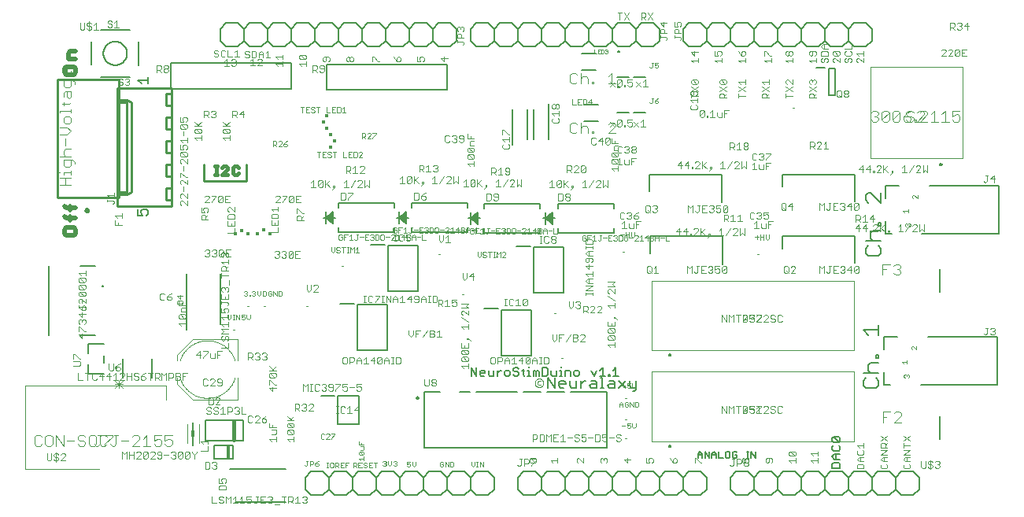
<source format=gbr>
G04 EAGLE Gerber RS-274X export*
G75*
%MOMM*%
%FSLAX34Y34*%
%LPD*%
%INSilkscreen Top*%
%IPPOS*%
%AMOC8*
5,1,8,0,0,1.08239X$1,22.5*%
G01*
%ADD10C,0.127000*%
%ADD11C,0.101600*%
%ADD12C,0.076200*%
%ADD13C,0.152400*%
%ADD14C,0.381000*%
%ADD15C,0.254000*%
%ADD16C,0.533400*%
%ADD17C,0.050800*%
%ADD18C,0.203200*%
%ADD19R,0.325000X0.425000*%
%ADD20R,0.350000X0.350000*%
%ADD21C,0.177800*%
%ADD22C,0.070000*%
%ADD23R,0.300000X0.700000*%
%ADD24C,0.406400*%
%ADD25C,0.304800*%
%ADD26C,0.200000*%
%ADD27C,0.025400*%
%ADD28C,0.100000*%
%ADD29C,0.200000*%
%ADD30R,0.425000X0.325000*%
%ADD31C,0.000000*%


D10*
X689189Y52611D02*
X689189Y57187D01*
X691477Y59475D01*
X693765Y57187D01*
X693765Y52611D01*
X693765Y56043D02*
X689189Y56043D01*
X696673Y52611D02*
X696673Y59475D01*
X701249Y52611D01*
X701249Y59475D01*
X704157Y57187D02*
X704157Y52611D01*
X704157Y57187D02*
X706445Y59475D01*
X708733Y57187D01*
X708733Y52611D01*
X708733Y56043D02*
X704157Y56043D01*
X711641Y59475D02*
X711641Y52611D01*
X716217Y52611D01*
X720270Y59475D02*
X722558Y59475D01*
X720270Y59475D02*
X719126Y58331D01*
X719126Y53755D01*
X720270Y52611D01*
X722558Y52611D01*
X723702Y53755D01*
X723702Y58331D01*
X722558Y59475D01*
X730042Y59475D02*
X731186Y58331D01*
X730042Y59475D02*
X727754Y59475D01*
X726610Y58331D01*
X726610Y53755D01*
X727754Y52611D01*
X730042Y52611D01*
X731186Y53755D01*
X731186Y56043D01*
X728898Y56043D01*
X741578Y52611D02*
X743866Y52611D01*
X742722Y52611D02*
X742722Y59475D01*
X741578Y59475D02*
X743866Y59475D01*
X746568Y59475D02*
X746568Y52611D01*
X751143Y52611D02*
X746568Y59475D01*
X751143Y59475D02*
X751143Y52611D01*
D11*
X605092Y524670D02*
X605092Y531788D01*
X602720Y531788D02*
X607465Y531788D01*
X610204Y531788D02*
X614949Y524670D01*
X610204Y524670D02*
X614949Y531788D01*
X628120Y531788D02*
X628120Y524670D01*
X628120Y531788D02*
X631679Y531788D01*
X632865Y530602D01*
X632865Y528229D01*
X631679Y527043D01*
X628120Y527043D01*
X630492Y527043D02*
X632865Y524670D01*
X640349Y524670D02*
X635604Y531788D01*
X640349Y531788D02*
X635604Y524670D01*
D12*
X318355Y47746D02*
X318355Y42407D01*
X318355Y47746D02*
X321025Y47746D01*
X321914Y46856D01*
X321914Y45076D01*
X321025Y44187D01*
X318355Y44187D01*
X320135Y44187D02*
X321914Y42407D01*
X323969Y47746D02*
X327528Y47746D01*
X323969Y47746D02*
X323969Y42407D01*
X327528Y42407D01*
X325748Y45076D02*
X323969Y45076D01*
X332251Y47746D02*
X333141Y46856D01*
X332251Y47746D02*
X330471Y47746D01*
X329582Y46856D01*
X329582Y45966D01*
X330471Y45076D01*
X332251Y45076D01*
X333141Y44187D01*
X333141Y43297D01*
X332251Y42407D01*
X330471Y42407D01*
X329582Y43297D01*
X335195Y47746D02*
X338754Y47746D01*
X335195Y47746D02*
X335195Y42407D01*
X338754Y42407D01*
X336974Y45076D02*
X335195Y45076D01*
X342587Y42407D02*
X342587Y47746D01*
X340808Y47746D02*
X344367Y47746D01*
X350221Y48468D02*
X351111Y49358D01*
X352890Y49358D01*
X353780Y48468D01*
X353780Y47578D01*
X352890Y46688D01*
X352001Y46688D01*
X352890Y46688D02*
X353780Y45799D01*
X353780Y44909D01*
X352890Y44019D01*
X351111Y44019D01*
X350221Y44909D01*
X355834Y45799D02*
X355834Y49358D01*
X355834Y45799D02*
X357614Y44019D01*
X359393Y45799D01*
X359393Y49358D01*
X361447Y48468D02*
X362337Y49358D01*
X364116Y49358D01*
X365006Y48468D01*
X365006Y47578D01*
X364116Y46688D01*
X363227Y46688D01*
X364116Y46688D02*
X365006Y45799D01*
X365006Y44909D01*
X364116Y44019D01*
X362337Y44019D01*
X361447Y44909D01*
X376129Y48596D02*
X379688Y48596D01*
X376129Y48596D02*
X376129Y45926D01*
X377909Y46816D01*
X378798Y46816D01*
X379688Y45926D01*
X379688Y44147D01*
X378798Y43257D01*
X377019Y43257D01*
X376129Y44147D01*
X381742Y45037D02*
X381742Y48596D01*
X381742Y45037D02*
X383522Y43257D01*
X385301Y45037D01*
X385301Y48596D01*
X445217Y48596D02*
X445217Y45037D01*
X446997Y43257D01*
X448776Y45037D01*
X448776Y48596D01*
X450830Y43257D02*
X452610Y43257D01*
X451720Y43257D02*
X451720Y48596D01*
X450830Y48596D02*
X452610Y48596D01*
X454572Y48596D02*
X454572Y43257D01*
X458131Y43257D02*
X454572Y48596D01*
X458131Y48596D02*
X458131Y43257D01*
X415248Y47706D02*
X414358Y48596D01*
X412579Y48596D01*
X411689Y47706D01*
X411689Y44147D01*
X412579Y43257D01*
X414358Y43257D01*
X415248Y44147D01*
X415248Y45926D01*
X413469Y45926D01*
X417302Y43257D02*
X417302Y48596D01*
X420861Y43257D01*
X420861Y48596D01*
X422915Y48596D02*
X422915Y43257D01*
X425584Y43257D01*
X426474Y44147D01*
X426474Y47706D01*
X425584Y48596D01*
X422915Y48596D01*
D11*
X419822Y483017D02*
X412704Y483017D01*
X416263Y479458D01*
X416263Y484203D01*
X387304Y484203D02*
X387304Y479458D01*
X390863Y479458D01*
X389677Y481831D01*
X389677Y483017D01*
X390863Y484203D01*
X393236Y484203D01*
X394422Y483017D01*
X394422Y480644D01*
X393236Y479458D01*
X363090Y481831D02*
X361904Y484203D01*
X363090Y481831D02*
X365463Y479458D01*
X367836Y479458D01*
X369022Y480644D01*
X369022Y483017D01*
X367836Y484203D01*
X366649Y484203D01*
X365463Y483017D01*
X365463Y479458D01*
X339044Y479458D02*
X339044Y484203D01*
X340230Y484203D01*
X344976Y479458D01*
X346162Y479458D01*
X312290Y479458D02*
X311104Y480644D01*
X311104Y483017D01*
X312290Y484203D01*
X313477Y484203D01*
X314663Y483017D01*
X315849Y484203D01*
X317036Y484203D01*
X318222Y483017D01*
X318222Y480644D01*
X317036Y479458D01*
X315849Y479458D01*
X314663Y480644D01*
X313477Y479458D01*
X312290Y479458D01*
X314663Y480644D02*
X314663Y483017D01*
X292822Y480644D02*
X291636Y479458D01*
X292822Y480644D02*
X292822Y483017D01*
X291636Y484203D01*
X286890Y484203D01*
X285704Y483017D01*
X285704Y480644D01*
X286890Y479458D01*
X288077Y479458D01*
X289263Y480644D01*
X289263Y484203D01*
X262677Y474378D02*
X260304Y476751D01*
X267422Y476751D01*
X267422Y479123D02*
X267422Y474378D01*
X266236Y481862D02*
X261490Y481862D01*
X260304Y483049D01*
X260304Y485421D01*
X261490Y486608D01*
X266236Y486608D01*
X267422Y485421D01*
X267422Y483049D01*
X266236Y481862D01*
X261490Y486608D01*
X237277Y474378D02*
X234904Y476751D01*
X242022Y476751D01*
X242022Y479123D02*
X242022Y474378D01*
X237277Y481862D02*
X234904Y484235D01*
X242022Y484235D01*
X242022Y481862D02*
X242022Y486608D01*
X210305Y482392D02*
X207932Y480019D01*
X210305Y482392D02*
X210305Y475274D01*
X212677Y475274D02*
X207932Y475274D01*
X215416Y475274D02*
X220162Y475274D01*
X220162Y480019D02*
X215416Y475274D01*
X220162Y480019D02*
X220162Y481206D01*
X218975Y482392D01*
X216603Y482392D01*
X215416Y481206D01*
X182316Y481804D02*
X179944Y479431D01*
X182316Y481804D02*
X182316Y474686D01*
X179944Y474686D02*
X184689Y474686D01*
X187428Y480618D02*
X188614Y481804D01*
X190987Y481804D01*
X192173Y480618D01*
X192173Y479431D01*
X190987Y478245D01*
X189801Y478245D01*
X190987Y478245D02*
X192173Y477059D01*
X192173Y475872D01*
X190987Y474686D01*
X188614Y474686D01*
X187428Y475872D01*
X509140Y47658D02*
X513886Y47658D01*
X509140Y47658D02*
X507954Y48844D01*
X507954Y51217D01*
X509140Y52403D01*
X513886Y52403D01*
X515072Y51217D01*
X515072Y48844D01*
X513886Y47658D01*
X509140Y52403D01*
X530814Y50031D02*
X533187Y47658D01*
X530814Y50031D02*
X537932Y50031D01*
X537932Y52403D02*
X537932Y47658D01*
X565872Y47658D02*
X565872Y52403D01*
X565872Y47658D02*
X561127Y52403D01*
X559940Y52403D01*
X558754Y51217D01*
X558754Y48844D01*
X559940Y47658D01*
X584154Y48844D02*
X585340Y47658D01*
X584154Y48844D02*
X584154Y51217D01*
X585340Y52403D01*
X586527Y52403D01*
X587713Y51217D01*
X587713Y50031D01*
X587713Y51217D02*
X588899Y52403D01*
X590086Y52403D01*
X591272Y51217D01*
X591272Y48844D01*
X590086Y47658D01*
X609554Y51217D02*
X616672Y51217D01*
X613113Y47658D02*
X609554Y51217D01*
X613113Y52403D02*
X613113Y47658D01*
X633684Y47658D02*
X633684Y52403D01*
X633684Y47658D02*
X637243Y47658D01*
X636057Y50031D01*
X636057Y51217D01*
X637243Y52403D01*
X639616Y52403D01*
X640802Y51217D01*
X640802Y48844D01*
X639616Y47658D01*
X659084Y52403D02*
X660270Y50031D01*
X662643Y47658D01*
X665016Y47658D01*
X666202Y48844D01*
X666202Y51217D01*
X665016Y52403D01*
X663829Y52403D01*
X662643Y51217D01*
X662643Y47658D01*
X685754Y47658D02*
X685754Y52403D01*
X686940Y52403D01*
X691686Y47658D01*
X692872Y47658D01*
X821644Y481747D02*
X822830Y482933D01*
X821644Y481747D02*
X821644Y479374D01*
X822830Y478188D01*
X824017Y478188D01*
X825203Y479374D01*
X825203Y481747D01*
X826389Y482933D01*
X827576Y482933D01*
X828762Y481747D01*
X828762Y479374D01*
X827576Y478188D01*
X828762Y485672D02*
X821644Y485672D01*
X828762Y485672D02*
X828762Y489231D01*
X827576Y490418D01*
X822830Y490418D01*
X821644Y489231D01*
X821644Y485672D01*
X824017Y493156D02*
X828762Y493156D01*
X824017Y493156D02*
X821644Y495529D01*
X824017Y497902D01*
X828762Y497902D01*
X825203Y497902D02*
X825203Y493156D01*
X847044Y481747D02*
X848230Y482933D01*
X847044Y481747D02*
X847044Y479374D01*
X848230Y478188D01*
X849417Y478188D01*
X850603Y479374D01*
X850603Y481747D01*
X851789Y482933D01*
X852976Y482933D01*
X854162Y481747D01*
X854162Y479374D01*
X852976Y478188D01*
X847044Y489231D02*
X848230Y490418D01*
X847044Y489231D02*
X847044Y486859D01*
X848230Y485672D01*
X852976Y485672D01*
X854162Y486859D01*
X854162Y489231D01*
X852976Y490418D01*
X854162Y493156D02*
X847044Y493156D01*
X854162Y493156D02*
X854162Y497902D01*
X736554Y48844D02*
X737740Y47658D01*
X736554Y48844D02*
X736554Y51217D01*
X737740Y52403D01*
X738927Y52403D01*
X740113Y51217D01*
X741299Y52403D01*
X742486Y52403D01*
X743672Y51217D01*
X743672Y48844D01*
X742486Y47658D01*
X741299Y47658D01*
X740113Y48844D01*
X738927Y47658D01*
X737740Y47658D01*
X740113Y48844D02*
X740113Y51217D01*
X767886Y47658D02*
X769072Y48844D01*
X769072Y51217D01*
X767886Y52403D01*
X763140Y52403D01*
X761954Y51217D01*
X761954Y48844D01*
X763140Y47658D01*
X764327Y47658D01*
X765513Y48844D01*
X765513Y52403D01*
D12*
X787227Y49988D02*
X789684Y47531D01*
X787227Y49988D02*
X794599Y49988D01*
X794599Y47531D02*
X794599Y52446D01*
X793370Y55015D02*
X788455Y55015D01*
X787227Y56244D01*
X787227Y58701D01*
X788455Y59930D01*
X793370Y59930D01*
X794599Y58701D01*
X794599Y56244D01*
X793370Y55015D01*
X788455Y59930D01*
D11*
X810722Y50031D02*
X813095Y47658D01*
X810722Y50031D02*
X817840Y50031D01*
X817840Y52403D02*
X817840Y47658D01*
X813095Y55142D02*
X810722Y57515D01*
X817840Y57515D01*
X817840Y55142D02*
X817840Y59888D01*
D10*
X833199Y41689D02*
X842097Y41689D01*
X842097Y46138D01*
X840614Y47621D01*
X834682Y47621D01*
X833199Y46138D01*
X833199Y41689D01*
X836165Y51044D02*
X842097Y51044D01*
X836165Y51044D02*
X833199Y54010D01*
X836165Y56976D01*
X842097Y56976D01*
X837648Y56976D02*
X837648Y51044D01*
X833199Y64848D02*
X834682Y66331D01*
X833199Y64848D02*
X833199Y61882D01*
X834682Y60399D01*
X840614Y60399D01*
X842097Y61882D01*
X842097Y64848D01*
X840614Y66331D01*
X840614Y69755D02*
X834682Y69755D01*
X833199Y71237D01*
X833199Y74203D01*
X834682Y75686D01*
X840614Y75686D01*
X842097Y74203D01*
X842097Y71237D01*
X840614Y69755D01*
X834682Y75686D01*
D11*
X860506Y41562D02*
X867624Y41562D01*
X867624Y45121D01*
X866438Y46307D01*
X861692Y46307D01*
X860506Y45121D01*
X860506Y41562D01*
X862879Y49046D02*
X867624Y49046D01*
X862879Y49046D02*
X860506Y51419D01*
X862879Y53792D01*
X867624Y53792D01*
X864065Y53792D02*
X864065Y49046D01*
X860506Y60089D02*
X861692Y61276D01*
X860506Y60089D02*
X860506Y57717D01*
X861692Y56530D01*
X866438Y56530D01*
X867624Y57717D01*
X867624Y60089D01*
X866438Y61276D01*
X862879Y64014D02*
X860506Y66387D01*
X867624Y66387D01*
X867624Y64014D02*
X867624Y68760D01*
X887092Y46307D02*
X885906Y45121D01*
X885906Y42748D01*
X887092Y41562D01*
X891838Y41562D01*
X893024Y42748D01*
X893024Y45121D01*
X891838Y46307D01*
X893024Y49046D02*
X888279Y49046D01*
X885906Y51419D01*
X888279Y53792D01*
X893024Y53792D01*
X889465Y53792D02*
X889465Y49046D01*
X893024Y56530D02*
X885906Y56530D01*
X893024Y61276D01*
X885906Y61276D01*
X885906Y64014D02*
X893024Y64014D01*
X885906Y64014D02*
X885906Y67574D01*
X887092Y68760D01*
X889465Y68760D01*
X890651Y67574D01*
X890651Y64014D01*
X890651Y66387D02*
X893024Y68760D01*
X893024Y76244D02*
X885906Y71499D01*
X885906Y76244D02*
X893024Y71499D01*
X911222Y46307D02*
X910036Y45121D01*
X910036Y42748D01*
X911222Y41562D01*
X915968Y41562D01*
X917154Y42748D01*
X917154Y45121D01*
X915968Y46307D01*
X917154Y49046D02*
X912409Y49046D01*
X910036Y51419D01*
X912409Y53792D01*
X917154Y53792D01*
X913595Y53792D02*
X913595Y49046D01*
X917154Y56530D02*
X910036Y56530D01*
X917154Y61276D01*
X910036Y61276D01*
X910036Y66387D02*
X917154Y66387D01*
X910036Y64014D02*
X910036Y68760D01*
X910036Y71499D02*
X917154Y76244D01*
X917154Y71499D02*
X910036Y76244D01*
X739862Y442461D02*
X732744Y442461D01*
X732744Y444833D02*
X732744Y440088D01*
X732744Y447572D02*
X739862Y452318D01*
X739862Y447572D02*
X732744Y452318D01*
X735117Y455056D02*
X732744Y457429D01*
X739862Y457429D01*
X739862Y455056D02*
X739862Y459802D01*
X758144Y440088D02*
X765262Y440088D01*
X758144Y440088D02*
X758144Y443647D01*
X759330Y444833D01*
X761703Y444833D01*
X762889Y443647D01*
X762889Y440088D01*
X762889Y442461D02*
X765262Y444833D01*
X765262Y452318D02*
X758144Y447572D01*
X758144Y452318D02*
X765262Y447572D01*
X760517Y455056D02*
X758144Y457429D01*
X765262Y457429D01*
X765262Y455056D02*
X765262Y459802D01*
X719542Y440088D02*
X712424Y440088D01*
X712424Y443647D01*
X713610Y444833D01*
X715983Y444833D01*
X717169Y443647D01*
X717169Y440088D01*
X717169Y442461D02*
X719542Y444833D01*
X719542Y452318D02*
X712424Y447572D01*
X712424Y452318D02*
X719542Y447572D01*
X718356Y455056D02*
X713610Y455056D01*
X712424Y456243D01*
X712424Y458615D01*
X713610Y459802D01*
X718356Y459802D01*
X719542Y458615D01*
X719542Y456243D01*
X718356Y455056D01*
X713610Y459802D01*
X689062Y442461D02*
X681944Y442461D01*
X681944Y444833D02*
X681944Y440088D01*
X681944Y447572D02*
X689062Y452318D01*
X689062Y447572D02*
X681944Y452318D01*
X683130Y455056D02*
X687876Y455056D01*
X683130Y455056D02*
X681944Y456243D01*
X681944Y458615D01*
X683130Y459802D01*
X687876Y459802D01*
X689062Y458615D01*
X689062Y456243D01*
X687876Y455056D01*
X683130Y459802D01*
X808944Y440088D02*
X816062Y440088D01*
X808944Y440088D02*
X808944Y443647D01*
X810130Y444833D01*
X812503Y444833D01*
X813689Y443647D01*
X813689Y440088D01*
X813689Y442461D02*
X816062Y444833D01*
X816062Y452318D02*
X808944Y447572D01*
X808944Y452318D02*
X816062Y447572D01*
X810130Y455056D02*
X808944Y456243D01*
X808944Y458615D01*
X810130Y459802D01*
X811317Y459802D01*
X812503Y458615D01*
X812503Y457429D01*
X812503Y458615D02*
X813689Y459802D01*
X814876Y459802D01*
X816062Y458615D01*
X816062Y456243D01*
X814876Y455056D01*
X790662Y442461D02*
X783544Y442461D01*
X783544Y444833D02*
X783544Y440088D01*
X783544Y447572D02*
X790662Y452318D01*
X790662Y447572D02*
X783544Y452318D01*
X790662Y455056D02*
X790662Y459802D01*
X785917Y459802D02*
X790662Y455056D01*
X785917Y459802D02*
X784730Y459802D01*
X783544Y458615D01*
X783544Y456243D01*
X784730Y455056D01*
X684317Y478188D02*
X681944Y480561D01*
X689062Y480561D01*
X689062Y482933D02*
X689062Y478188D01*
X689062Y489231D02*
X681944Y489231D01*
X685503Y485672D01*
X685503Y490418D01*
X707344Y480561D02*
X709717Y478188D01*
X707344Y480561D02*
X714462Y480561D01*
X714462Y482933D02*
X714462Y478188D01*
X707344Y485672D02*
X707344Y490418D01*
X707344Y485672D02*
X710903Y485672D01*
X709717Y488045D01*
X709717Y489231D01*
X710903Y490418D01*
X713276Y490418D01*
X714462Y489231D01*
X714462Y486859D01*
X713276Y485672D01*
X732744Y480561D02*
X735117Y478188D01*
X732744Y480561D02*
X739862Y480561D01*
X739862Y482933D02*
X739862Y478188D01*
X733930Y488045D02*
X732744Y490418D01*
X733930Y488045D02*
X736303Y485672D01*
X738676Y485672D01*
X739862Y486859D01*
X739862Y489231D01*
X738676Y490418D01*
X737489Y490418D01*
X736303Y489231D01*
X736303Y485672D01*
X760684Y480561D02*
X763057Y478188D01*
X760684Y480561D02*
X767802Y480561D01*
X767802Y482933D02*
X767802Y478188D01*
X760684Y485672D02*
X760684Y490418D01*
X761870Y490418D01*
X766616Y485672D01*
X767802Y485672D01*
X783544Y480561D02*
X785917Y478188D01*
X783544Y480561D02*
X790662Y480561D01*
X790662Y482933D02*
X790662Y478188D01*
X784730Y485672D02*
X783544Y486859D01*
X783544Y489231D01*
X784730Y490418D01*
X785917Y490418D01*
X787103Y489231D01*
X788289Y490418D01*
X789476Y490418D01*
X790662Y489231D01*
X790662Y486859D01*
X789476Y485672D01*
X788289Y485672D01*
X787103Y486859D01*
X785917Y485672D01*
X784730Y485672D01*
X787103Y486859D02*
X787103Y489231D01*
X808944Y480561D02*
X811317Y478188D01*
X808944Y480561D02*
X816062Y480561D01*
X816062Y482933D02*
X816062Y478188D01*
X814876Y485672D02*
X816062Y486859D01*
X816062Y489231D01*
X814876Y490418D01*
X810130Y490418D01*
X808944Y489231D01*
X808944Y486859D01*
X810130Y485672D01*
X811317Y485672D01*
X812503Y486859D01*
X812503Y490418D01*
X841462Y482933D02*
X841462Y478188D01*
X836717Y482933D01*
X835530Y482933D01*
X834344Y481747D01*
X834344Y479374D01*
X835530Y478188D01*
X835530Y485672D02*
X840276Y485672D01*
X835530Y485672D02*
X834344Y486859D01*
X834344Y489231D01*
X835530Y490418D01*
X840276Y490418D01*
X841462Y489231D01*
X841462Y486859D01*
X840276Y485672D01*
X835530Y490418D01*
X866862Y482933D02*
X866862Y478188D01*
X862117Y482933D01*
X860930Y482933D01*
X859744Y481747D01*
X859744Y479374D01*
X860930Y478188D01*
X862117Y485672D02*
X859744Y488045D01*
X866862Y488045D01*
X866862Y485672D02*
X866862Y490418D01*
X206549Y489664D02*
X205362Y490850D01*
X202990Y490850D01*
X201803Y489664D01*
X201803Y488477D01*
X202990Y487291D01*
X205362Y487291D01*
X206549Y486105D01*
X206549Y484918D01*
X205362Y483732D01*
X202990Y483732D01*
X201803Y484918D01*
X209288Y483732D02*
X209288Y490850D01*
X209288Y483732D02*
X212847Y483732D01*
X214033Y484918D01*
X214033Y489664D01*
X212847Y490850D01*
X209288Y490850D01*
X216772Y488477D02*
X216772Y483732D01*
X216772Y488477D02*
X219144Y490850D01*
X221517Y488477D01*
X221517Y483732D01*
X221517Y487291D02*
X216772Y487291D01*
X224256Y488477D02*
X226629Y490850D01*
X226629Y483732D01*
X229001Y483732D02*
X224256Y483732D01*
X173275Y490426D02*
X172088Y491612D01*
X169716Y491612D01*
X168529Y490426D01*
X168529Y489239D01*
X169716Y488053D01*
X172088Y488053D01*
X173275Y486867D01*
X173275Y485680D01*
X172088Y484494D01*
X169716Y484494D01*
X168529Y485680D01*
X179573Y491612D02*
X180759Y490426D01*
X179573Y491612D02*
X177200Y491612D01*
X176014Y490426D01*
X176014Y485680D01*
X177200Y484494D01*
X179573Y484494D01*
X180759Y485680D01*
X183498Y484494D02*
X183498Y491612D01*
X183498Y484494D02*
X188243Y484494D01*
X190982Y489239D02*
X193355Y491612D01*
X193355Y484494D01*
X195727Y484494D02*
X190982Y484494D01*
D12*
X289746Y42407D02*
X291526Y42407D01*
X290636Y42407D02*
X290636Y47746D01*
X289746Y47746D02*
X291526Y47746D01*
X294378Y47746D02*
X296158Y47746D01*
X294378Y47746D02*
X293489Y46856D01*
X293489Y43297D01*
X294378Y42407D01*
X296158Y42407D01*
X297048Y43297D01*
X297048Y46856D01*
X296158Y47746D01*
X299102Y47746D02*
X299102Y42407D01*
X299102Y47746D02*
X301771Y47746D01*
X302661Y46856D01*
X302661Y45076D01*
X301771Y44187D01*
X299102Y44187D01*
X300881Y44187D02*
X302661Y42407D01*
X304715Y47746D02*
X308274Y47746D01*
X304715Y47746D02*
X304715Y42407D01*
X308274Y42407D01*
X306494Y45076D02*
X304715Y45076D01*
X310328Y42407D02*
X310328Y47746D01*
X313887Y47746D01*
X312107Y45076D02*
X310328Y45076D01*
X239479Y327693D02*
X234564Y327693D01*
X239479Y332608D01*
X239479Y333837D01*
X238251Y335065D01*
X235793Y335065D01*
X234564Y333837D01*
X242049Y335065D02*
X246963Y335065D01*
X246963Y333837D01*
X242049Y328922D01*
X242049Y327693D01*
X249533Y328922D02*
X249533Y333837D01*
X250761Y335065D01*
X253219Y335065D01*
X254448Y333837D01*
X254448Y328922D01*
X253219Y327693D01*
X250761Y327693D01*
X249533Y328922D01*
X254448Y333837D01*
X257017Y335065D02*
X261932Y335065D01*
X257017Y335065D02*
X257017Y327693D01*
X261932Y327693D01*
X259474Y331379D02*
X257017Y331379D01*
X163279Y327693D02*
X158364Y327693D01*
X163279Y332608D01*
X163279Y333837D01*
X162051Y335065D01*
X159593Y335065D01*
X158364Y333837D01*
X165849Y335065D02*
X170763Y335065D01*
X170763Y333837D01*
X165849Y328922D01*
X165849Y327693D01*
X173333Y328922D02*
X173333Y333837D01*
X174561Y335065D01*
X177019Y335065D01*
X178248Y333837D01*
X178248Y328922D01*
X177019Y327693D01*
X174561Y327693D01*
X173333Y328922D01*
X178248Y333837D01*
X180817Y335065D02*
X185732Y335065D01*
X180817Y335065D02*
X180817Y327693D01*
X185732Y327693D01*
X183274Y331379D02*
X180817Y331379D01*
X264501Y132373D02*
X264501Y125001D01*
X266958Y129916D02*
X264501Y132373D01*
X266958Y129916D02*
X269416Y132373D01*
X269416Y125001D01*
X271985Y125001D02*
X274443Y125001D01*
X273214Y125001D02*
X273214Y132373D01*
X271985Y132373D02*
X274443Y132373D01*
X280661Y132373D02*
X281889Y131145D01*
X280661Y132373D02*
X278203Y132373D01*
X276975Y131145D01*
X276975Y126230D01*
X278203Y125001D01*
X280661Y125001D01*
X281889Y126230D01*
X284459Y131145D02*
X285687Y132373D01*
X288145Y132373D01*
X289374Y131145D01*
X289374Y129916D01*
X288145Y128687D01*
X286916Y128687D01*
X288145Y128687D02*
X289374Y127458D01*
X289374Y126230D01*
X288145Y125001D01*
X285687Y125001D01*
X284459Y126230D01*
X291943Y126230D02*
X293172Y125001D01*
X295629Y125001D01*
X296858Y126230D01*
X296858Y131145D01*
X295629Y132373D01*
X293172Y132373D01*
X291943Y131145D01*
X291943Y129916D01*
X293172Y128687D01*
X296858Y128687D01*
X299427Y132373D02*
X304342Y132373D01*
X304342Y131145D01*
X299427Y126230D01*
X299427Y125001D01*
X306911Y132373D02*
X311826Y132373D01*
X306911Y132373D02*
X306911Y128687D01*
X309369Y129916D01*
X310597Y129916D01*
X311826Y128687D01*
X311826Y126230D01*
X310597Y125001D01*
X308140Y125001D01*
X306911Y126230D01*
X314395Y128687D02*
X319310Y128687D01*
X321880Y132373D02*
X326794Y132373D01*
X321880Y132373D02*
X321880Y128687D01*
X324337Y129916D01*
X325566Y129916D01*
X326794Y128687D01*
X326794Y126230D01*
X325566Y125001D01*
X323108Y125001D01*
X321880Y126230D01*
X599616Y452661D02*
X594701Y457576D01*
X594701Y452661D02*
X599616Y457576D01*
X602185Y458805D02*
X602185Y453890D01*
X602185Y458805D02*
X603414Y460033D01*
X605871Y460033D01*
X607100Y458805D01*
X607100Y453890D01*
X605871Y452661D01*
X603414Y452661D01*
X602185Y453890D01*
X607100Y458805D01*
X609669Y453890D02*
X609669Y452661D01*
X609669Y453890D02*
X610898Y453890D01*
X610898Y452661D01*
X609669Y452661D01*
X613411Y460033D02*
X618326Y460033D01*
X613411Y460033D02*
X613411Y456347D01*
X615869Y457576D01*
X617098Y457576D01*
X618326Y456347D01*
X618326Y453890D01*
X617098Y452661D01*
X614640Y452661D01*
X613411Y453890D01*
X594701Y414396D02*
X599616Y409481D01*
X594701Y409481D02*
X599616Y414396D01*
X602185Y415625D02*
X602185Y410710D01*
X602185Y415625D02*
X603414Y416853D01*
X605871Y416853D01*
X607100Y415625D01*
X607100Y410710D01*
X605871Y409481D01*
X603414Y409481D01*
X602185Y410710D01*
X607100Y415625D01*
X609669Y410710D02*
X609669Y409481D01*
X609669Y410710D02*
X610898Y410710D01*
X610898Y409481D01*
X609669Y409481D01*
X613411Y416853D02*
X618326Y416853D01*
X613411Y416853D02*
X613411Y413167D01*
X615869Y414396D01*
X617098Y414396D01*
X618326Y413167D01*
X618326Y410710D01*
X617098Y409481D01*
X614640Y409481D01*
X613411Y410710D01*
X627556Y452661D02*
X622641Y457576D01*
X622641Y452661D02*
X627556Y457576D01*
X630125Y457576D02*
X632583Y460033D01*
X632583Y452661D01*
X635040Y452661D02*
X630125Y452661D01*
X620101Y414396D02*
X625016Y409481D01*
X620101Y409481D02*
X625016Y414396D01*
X627585Y414396D02*
X630043Y416853D01*
X630043Y409481D01*
X632500Y409481D02*
X627585Y409481D01*
D11*
X559444Y465073D02*
X557495Y467022D01*
X553597Y467022D01*
X551648Y465073D01*
X551648Y457277D01*
X553597Y455328D01*
X557495Y455328D01*
X559444Y457277D01*
X563342Y455328D02*
X563342Y467022D01*
X565291Y463124D02*
X563342Y461175D01*
X565291Y463124D02*
X569189Y463124D01*
X571138Y461175D01*
X571138Y455328D01*
X575036Y455328D02*
X575036Y457277D01*
X576985Y457277D01*
X576985Y455328D01*
X575036Y455328D01*
X592577Y463124D02*
X596475Y467022D01*
X596475Y455328D01*
X592577Y455328D02*
X600373Y455328D01*
X557495Y413682D02*
X559444Y411733D01*
X557495Y413682D02*
X553597Y413682D01*
X551648Y411733D01*
X551648Y403937D01*
X553597Y401988D01*
X557495Y401988D01*
X559444Y403937D01*
X563342Y401988D02*
X563342Y413682D01*
X565291Y409784D02*
X563342Y407835D01*
X565291Y409784D02*
X569189Y409784D01*
X571138Y407835D01*
X571138Y401988D01*
X575036Y401988D02*
X575036Y403937D01*
X576985Y403937D01*
X576985Y401988D01*
X575036Y401988D01*
X592577Y401988D02*
X600373Y401988D01*
X592577Y401988D02*
X600373Y409784D01*
X600373Y411733D01*
X598424Y413682D01*
X594526Y413682D01*
X592577Y411733D01*
D13*
X866848Y136057D02*
X869560Y138769D01*
X866848Y136057D02*
X866848Y130634D01*
X869560Y127922D01*
X880406Y127922D01*
X883118Y130634D01*
X883118Y136057D01*
X880406Y138769D01*
X883118Y144294D02*
X866848Y144294D01*
X872271Y147005D02*
X874983Y144294D01*
X872271Y147005D02*
X872271Y152429D01*
X874983Y155140D01*
X883118Y155140D01*
X883118Y160665D02*
X880406Y160665D01*
X880406Y163377D01*
X883118Y163377D01*
X883118Y160665D01*
X872271Y185222D02*
X866848Y190646D01*
X883118Y190646D01*
X883118Y196069D02*
X883118Y185222D01*
X869388Y278297D02*
X872100Y281009D01*
X869388Y278297D02*
X869388Y272874D01*
X872100Y270162D01*
X882946Y270162D01*
X885658Y272874D01*
X885658Y278297D01*
X882946Y281009D01*
X885658Y286534D02*
X869388Y286534D01*
X874811Y289245D02*
X877523Y286534D01*
X874811Y289245D02*
X874811Y294669D01*
X877523Y297380D01*
X885658Y297380D01*
X885658Y302905D02*
X882946Y302905D01*
X882946Y305617D01*
X885658Y305617D01*
X885658Y302905D01*
X885658Y327462D02*
X885658Y338309D01*
X885658Y327462D02*
X874811Y338309D01*
X872100Y338309D01*
X869388Y335597D01*
X869388Y330174D01*
X872100Y327462D01*
D14*
X172471Y357665D02*
X169505Y357665D01*
X170988Y357665D02*
X170988Y366563D01*
X169505Y366563D02*
X172471Y366563D01*
X177301Y357665D02*
X183233Y357665D01*
X177301Y357665D02*
X183233Y363597D01*
X183233Y365080D01*
X181750Y366563D01*
X178784Y366563D01*
X177301Y365080D01*
X193444Y366563D02*
X194927Y365080D01*
X193444Y366563D02*
X190478Y366563D01*
X188995Y365080D01*
X188995Y359148D01*
X190478Y357665D01*
X193444Y357665D01*
X194927Y359148D01*
D15*
X157440Y350680D02*
X157440Y368460D01*
X157440Y350680D02*
X203160Y350680D01*
X203160Y368460D01*
D16*
X7696Y467460D02*
X7696Y471612D01*
X7696Y467460D02*
X9772Y465384D01*
X18077Y465384D01*
X20153Y467460D01*
X20153Y471612D01*
X18077Y473688D01*
X9772Y473688D01*
X7696Y471612D01*
X11849Y481755D02*
X20153Y481755D01*
X11849Y481755D02*
X11849Y487984D01*
X13925Y490060D01*
X20153Y490060D01*
X7696Y298515D02*
X7696Y294363D01*
X9772Y292287D01*
X18077Y292287D01*
X20153Y294363D01*
X20153Y298515D01*
X18077Y300591D01*
X9772Y300591D01*
X7696Y298515D01*
X9772Y310734D02*
X20153Y310734D01*
X9772Y310734D02*
X7696Y312810D01*
X13925Y312810D02*
X13925Y308658D01*
X9772Y321649D02*
X20153Y321649D01*
X9772Y321649D02*
X7696Y323725D01*
X13925Y323725D02*
X13925Y319573D01*
D11*
X14692Y346108D02*
X2998Y346108D01*
X8845Y346108D02*
X8845Y353904D01*
X2998Y353904D02*
X14692Y353904D01*
X6896Y357802D02*
X6896Y359751D01*
X14692Y359751D01*
X14692Y357802D02*
X14692Y361700D01*
X2998Y359751D02*
X1049Y359751D01*
X18590Y369496D02*
X18590Y371445D01*
X16641Y373394D01*
X6896Y373394D01*
X6896Y367547D01*
X8845Y365598D01*
X12743Y365598D01*
X14692Y367547D01*
X14692Y373394D01*
X14692Y377292D02*
X2998Y377292D01*
X6896Y379241D02*
X8845Y377292D01*
X6896Y379241D02*
X6896Y383139D01*
X8845Y385088D01*
X14692Y385088D01*
X8845Y388986D02*
X8845Y396782D01*
X10794Y400680D02*
X2998Y400680D01*
X10794Y400680D02*
X14692Y404578D01*
X10794Y408476D01*
X2998Y408476D01*
X14692Y414323D02*
X14692Y418221D01*
X12743Y420170D01*
X8845Y420170D01*
X6896Y418221D01*
X6896Y414323D01*
X8845Y412374D01*
X12743Y412374D01*
X14692Y414323D01*
X2998Y424068D02*
X2998Y426017D01*
X14692Y426017D01*
X14692Y424068D02*
X14692Y427966D01*
X12743Y433813D02*
X4947Y433813D01*
X12743Y433813D02*
X14692Y435762D01*
X6896Y435762D02*
X6896Y431864D01*
X6896Y441609D02*
X6896Y445507D01*
X8845Y447456D01*
X14692Y447456D01*
X14692Y441609D01*
X12743Y439660D01*
X10794Y441609D01*
X10794Y447456D01*
X18590Y455252D02*
X18590Y457201D01*
X16641Y459150D01*
X6896Y459150D01*
X6896Y453303D01*
X8845Y451354D01*
X12743Y451354D01*
X14692Y453303D01*
X14692Y459150D01*
X14692Y464997D02*
X14692Y468895D01*
X14692Y464997D02*
X12743Y463048D01*
X8845Y463048D01*
X6896Y464997D01*
X6896Y468895D01*
X8845Y470844D01*
X10794Y470844D01*
X10794Y463048D01*
D13*
X445222Y149773D02*
X445222Y141130D01*
X450984Y141130D02*
X445222Y149773D01*
X450984Y149773D02*
X450984Y141130D01*
X456018Y141130D02*
X458899Y141130D01*
X456018Y141130D02*
X454577Y142571D01*
X454577Y145452D01*
X456018Y146892D01*
X458899Y146892D01*
X460339Y145452D01*
X460339Y144011D01*
X454577Y144011D01*
X463932Y142571D02*
X463932Y146892D01*
X463932Y142571D02*
X465373Y141130D01*
X469695Y141130D01*
X469695Y146892D01*
X473288Y146892D02*
X473288Y141130D01*
X473288Y144011D02*
X476169Y146892D01*
X477609Y146892D01*
X482524Y141130D02*
X485405Y141130D01*
X486846Y142571D01*
X486846Y145452D01*
X485405Y146892D01*
X482524Y146892D01*
X481084Y145452D01*
X481084Y142571D01*
X482524Y141130D01*
X494760Y149773D02*
X496201Y148333D01*
X494760Y149773D02*
X491879Y149773D01*
X490439Y148333D01*
X490439Y146892D01*
X491879Y145452D01*
X494760Y145452D01*
X496201Y144011D01*
X496201Y142571D01*
X494760Y141130D01*
X491879Y141130D01*
X490439Y142571D01*
X501234Y142571D02*
X501234Y148333D01*
X501234Y142571D02*
X502675Y141130D01*
X502675Y146892D02*
X499794Y146892D01*
X506031Y146892D02*
X507471Y146892D01*
X507471Y141130D01*
X506031Y141130D02*
X508912Y141130D01*
X507471Y149773D02*
X507471Y151214D01*
X512267Y146892D02*
X512267Y141130D01*
X512267Y146892D02*
X513708Y146892D01*
X515149Y145452D01*
X515149Y141130D01*
X515149Y145452D02*
X516589Y146892D01*
X518030Y145452D01*
X518030Y141130D01*
X521623Y141130D02*
X521623Y149773D01*
X521623Y141130D02*
X525944Y141130D01*
X527385Y142571D01*
X527385Y148333D01*
X525944Y149773D01*
X521623Y149773D01*
X530978Y146892D02*
X530978Y142571D01*
X532418Y141130D01*
X536740Y141130D01*
X536740Y146892D01*
X540333Y146892D02*
X541774Y146892D01*
X541774Y141130D01*
X543214Y141130D02*
X540333Y141130D01*
X541774Y149773D02*
X541774Y151214D01*
X546570Y146892D02*
X546570Y141130D01*
X546570Y146892D02*
X550892Y146892D01*
X552332Y145452D01*
X552332Y141130D01*
X557366Y141130D02*
X560247Y141130D01*
X561687Y142571D01*
X561687Y145452D01*
X560247Y146892D01*
X557366Y146892D01*
X555925Y145452D01*
X555925Y142571D01*
X557366Y141130D01*
X574635Y146892D02*
X577517Y141130D01*
X580398Y146892D01*
X583991Y146892D02*
X586872Y149773D01*
X586872Y141130D01*
X583991Y141130D02*
X589753Y141130D01*
X593346Y141130D02*
X593346Y142571D01*
X594786Y142571D01*
X594786Y141130D01*
X593346Y141130D01*
X598023Y146892D02*
X600904Y149773D01*
X600904Y141130D01*
X598023Y141130D02*
X603786Y141130D01*
D17*
X520111Y135301D02*
X517314Y135301D01*
X516382Y134368D01*
X516382Y132504D01*
X517314Y131572D01*
X520111Y131572D01*
D11*
X513802Y133510D02*
X513804Y133645D01*
X513810Y133780D01*
X513820Y133914D01*
X513834Y134048D01*
X513852Y134182D01*
X513873Y134315D01*
X513899Y134447D01*
X513929Y134579D01*
X513962Y134710D01*
X513999Y134839D01*
X514041Y134968D01*
X514085Y135095D01*
X514134Y135221D01*
X514186Y135345D01*
X514242Y135468D01*
X514302Y135589D01*
X514365Y135708D01*
X514431Y135825D01*
X514501Y135940D01*
X514575Y136054D01*
X514652Y136165D01*
X514731Y136273D01*
X514815Y136379D01*
X514901Y136483D01*
X514990Y136584D01*
X515082Y136683D01*
X515177Y136778D01*
X515275Y136871D01*
X515375Y136961D01*
X515478Y137048D01*
X515584Y137132D01*
X515692Y137213D01*
X515802Y137290D01*
X515915Y137364D01*
X516030Y137435D01*
X516147Y137503D01*
X516265Y137567D01*
X516386Y137627D01*
X516508Y137684D01*
X516632Y137737D01*
X516758Y137787D01*
X516884Y137833D01*
X517013Y137875D01*
X517142Y137913D01*
X517272Y137947D01*
X517404Y137978D01*
X517536Y138005D01*
X517669Y138027D01*
X517802Y138046D01*
X517936Y138061D01*
X518071Y138072D01*
X518205Y138079D01*
X518340Y138082D01*
X518475Y138081D01*
X518610Y138076D01*
X518744Y138067D01*
X518879Y138054D01*
X519013Y138037D01*
X519146Y138016D01*
X519278Y137992D01*
X519410Y137963D01*
X519541Y137931D01*
X519671Y137894D01*
X519800Y137854D01*
X519927Y137810D01*
X520053Y137762D01*
X520178Y137711D01*
X520301Y137656D01*
X520423Y137597D01*
X520542Y137535D01*
X520660Y137469D01*
X520776Y137400D01*
X520889Y137328D01*
X521001Y137252D01*
X521110Y137173D01*
X521217Y137091D01*
X521321Y137005D01*
X521423Y136917D01*
X521522Y136825D01*
X521619Y136731D01*
X521712Y136634D01*
X521803Y136534D01*
X521891Y136432D01*
X521975Y136327D01*
X522057Y136219D01*
X522135Y136109D01*
X522210Y135997D01*
X522282Y135883D01*
X522350Y135767D01*
X522415Y135648D01*
X522476Y135528D01*
X522534Y135406D01*
X522588Y135283D01*
X522639Y135158D01*
X522685Y135031D01*
X522728Y134904D01*
X522768Y134775D01*
X522803Y134644D01*
X522835Y134513D01*
X522862Y134381D01*
X522886Y134249D01*
X522906Y134115D01*
X522922Y133981D01*
X522934Y133847D01*
X522942Y133712D01*
X522946Y133577D01*
X522946Y133443D01*
X522942Y133308D01*
X522934Y133173D01*
X522922Y133039D01*
X522906Y132905D01*
X522886Y132771D01*
X522862Y132639D01*
X522835Y132507D01*
X522803Y132376D01*
X522768Y132245D01*
X522728Y132116D01*
X522685Y131989D01*
X522639Y131862D01*
X522588Y131737D01*
X522534Y131614D01*
X522476Y131492D01*
X522415Y131372D01*
X522350Y131253D01*
X522282Y131137D01*
X522210Y131023D01*
X522135Y130911D01*
X522057Y130801D01*
X521975Y130693D01*
X521891Y130588D01*
X521803Y130486D01*
X521712Y130386D01*
X521619Y130289D01*
X521522Y130195D01*
X521423Y130103D01*
X521321Y130015D01*
X521217Y129929D01*
X521110Y129847D01*
X521001Y129768D01*
X520889Y129692D01*
X520776Y129620D01*
X520660Y129551D01*
X520542Y129485D01*
X520423Y129423D01*
X520301Y129364D01*
X520178Y129309D01*
X520053Y129258D01*
X519927Y129210D01*
X519800Y129166D01*
X519671Y129126D01*
X519541Y129089D01*
X519410Y129057D01*
X519278Y129028D01*
X519146Y129004D01*
X519013Y128983D01*
X518879Y128966D01*
X518744Y128953D01*
X518610Y128944D01*
X518475Y128939D01*
X518340Y128938D01*
X518205Y128941D01*
X518071Y128948D01*
X517936Y128959D01*
X517802Y128974D01*
X517669Y128993D01*
X517536Y129015D01*
X517404Y129042D01*
X517272Y129073D01*
X517142Y129107D01*
X517013Y129145D01*
X516884Y129187D01*
X516758Y129233D01*
X516632Y129283D01*
X516508Y129336D01*
X516386Y129393D01*
X516265Y129453D01*
X516147Y129517D01*
X516030Y129585D01*
X515915Y129656D01*
X515802Y129730D01*
X515692Y129807D01*
X515584Y129888D01*
X515478Y129972D01*
X515375Y130059D01*
X515275Y130149D01*
X515177Y130242D01*
X515082Y130337D01*
X514990Y130436D01*
X514901Y130537D01*
X514815Y130641D01*
X514731Y130747D01*
X514652Y130855D01*
X514575Y130966D01*
X514501Y131080D01*
X514431Y131195D01*
X514365Y131312D01*
X514302Y131431D01*
X514242Y131552D01*
X514186Y131675D01*
X514134Y131799D01*
X514085Y131925D01*
X514041Y132052D01*
X513999Y132181D01*
X513962Y132310D01*
X513929Y132441D01*
X513899Y132573D01*
X513873Y132705D01*
X513852Y132838D01*
X513834Y132972D01*
X513820Y133106D01*
X513810Y133240D01*
X513804Y133375D01*
X513802Y133510D01*
D18*
X528026Y128430D02*
X528026Y139107D01*
X535144Y128430D01*
X535144Y139107D01*
X541499Y128430D02*
X545059Y128430D01*
X541499Y128430D02*
X539720Y130210D01*
X539720Y133769D01*
X541499Y135548D01*
X545059Y135548D01*
X546838Y133769D01*
X546838Y131989D01*
X539720Y131989D01*
X551414Y130210D02*
X551414Y135548D01*
X551414Y130210D02*
X553193Y128430D01*
X558532Y128430D01*
X558532Y135548D01*
X563108Y135548D02*
X563108Y128430D01*
X563108Y131989D02*
X566667Y135548D01*
X568446Y135548D01*
X574632Y135548D02*
X578191Y135548D01*
X579971Y133769D01*
X579971Y128430D01*
X574632Y128430D01*
X572853Y130210D01*
X574632Y131989D01*
X579971Y131989D01*
X584547Y139107D02*
X586326Y139107D01*
X586326Y128430D01*
X584547Y128430D02*
X588106Y128430D01*
X594122Y135548D02*
X597681Y135548D01*
X599461Y133769D01*
X599461Y128430D01*
X594122Y128430D01*
X592343Y130210D01*
X594122Y131989D01*
X599461Y131989D01*
X604037Y135548D02*
X611155Y128430D01*
X604037Y128430D02*
X611155Y135548D01*
X615731Y135548D02*
X615731Y130210D01*
X617510Y128430D01*
X622849Y128430D01*
X622849Y126651D02*
X622849Y135548D01*
X622849Y126651D02*
X621069Y124871D01*
X619290Y124871D01*
D17*
X263698Y424594D02*
X263698Y430187D01*
X261834Y430187D02*
X265563Y430187D01*
X267447Y430187D02*
X271176Y430187D01*
X267447Y430187D02*
X267447Y424594D01*
X271176Y424594D01*
X269311Y427390D02*
X267447Y427390D01*
X275857Y430187D02*
X276789Y429255D01*
X275857Y430187D02*
X273992Y430187D01*
X273060Y429255D01*
X273060Y428323D01*
X273992Y427390D01*
X275857Y427390D01*
X276789Y426458D01*
X276789Y425526D01*
X275857Y424594D01*
X273992Y424594D01*
X273060Y425526D01*
X280538Y424594D02*
X280538Y430187D01*
X282402Y430187D02*
X278673Y430187D01*
X289899Y430187D02*
X289899Y424594D01*
X293628Y424594D01*
X295513Y430187D02*
X299241Y430187D01*
X295513Y430187D02*
X295513Y424594D01*
X299241Y424594D01*
X297377Y427390D02*
X295513Y427390D01*
X301126Y424594D02*
X301126Y430187D01*
X301126Y424594D02*
X303922Y424594D01*
X304854Y425526D01*
X304854Y429255D01*
X303922Y430187D01*
X301126Y430187D01*
X306739Y428323D02*
X308603Y430187D01*
X308603Y424594D01*
X306739Y424594D02*
X310467Y424594D01*
X281478Y381927D02*
X281478Y376334D01*
X279614Y381927D02*
X283343Y381927D01*
X285227Y381927D02*
X288956Y381927D01*
X285227Y381927D02*
X285227Y376334D01*
X288956Y376334D01*
X287091Y379130D02*
X285227Y379130D01*
X293637Y381927D02*
X294569Y380995D01*
X293637Y381927D02*
X291772Y381927D01*
X290840Y380995D01*
X290840Y380063D01*
X291772Y379130D01*
X293637Y379130D01*
X294569Y378198D01*
X294569Y377266D01*
X293637Y376334D01*
X291772Y376334D01*
X290840Y377266D01*
X298318Y376334D02*
X298318Y381927D01*
X300182Y381927D02*
X296453Y381927D01*
X307679Y381927D02*
X307679Y376334D01*
X311408Y376334D01*
X313293Y381927D02*
X317021Y381927D01*
X313293Y381927D02*
X313293Y376334D01*
X317021Y376334D01*
X315157Y379130D02*
X313293Y379130D01*
X318906Y376334D02*
X318906Y381927D01*
X318906Y376334D02*
X321702Y376334D01*
X322634Y377266D01*
X322634Y380995D01*
X321702Y381927D01*
X318906Y381927D01*
X324519Y376334D02*
X328247Y376334D01*
X324519Y376334D02*
X328247Y380063D01*
X328247Y380995D01*
X327315Y381927D01*
X325451Y381927D01*
X324519Y380995D01*
D19*
X205105Y293785D03*
X191355Y293785D03*
D20*
X198230Y297660D03*
D12*
X190737Y295254D02*
X183365Y295254D01*
X190737Y295254D02*
X190737Y300169D01*
X183365Y302739D02*
X183365Y307653D01*
X183365Y302739D02*
X190737Y302739D01*
X190737Y307653D01*
X187051Y305196D02*
X187051Y302739D01*
X183365Y310223D02*
X190737Y310223D01*
X190737Y313909D01*
X189508Y315138D01*
X184593Y315138D01*
X183365Y313909D01*
X183365Y310223D01*
X190737Y317707D02*
X190737Y322622D01*
X190737Y317707D02*
X185822Y322622D01*
X184593Y322622D01*
X183365Y321393D01*
X183365Y318936D01*
X184593Y317707D01*
D19*
X229075Y294265D03*
X215325Y294265D03*
D20*
X222200Y298140D03*
D12*
X230195Y295734D02*
X237567Y295734D01*
X237567Y300649D01*
X230195Y303219D02*
X230195Y308133D01*
X230195Y303219D02*
X237567Y303219D01*
X237567Y308133D01*
X233881Y305676D02*
X233881Y303219D01*
X230195Y310703D02*
X237567Y310703D01*
X237567Y314389D01*
X236338Y315618D01*
X231423Y315618D01*
X230195Y314389D01*
X230195Y310703D01*
X232652Y318187D02*
X230195Y320644D01*
X237567Y320644D01*
X237567Y318187D02*
X237567Y323102D01*
X162197Y309633D02*
X154825Y309633D01*
X154825Y313319D01*
X156053Y314548D01*
X158511Y314548D01*
X159740Y313319D01*
X159740Y309633D01*
X159740Y312090D02*
X162197Y314548D01*
X154825Y317117D02*
X154825Y322032D01*
X154825Y317117D02*
X158511Y317117D01*
X157282Y319574D01*
X157282Y320803D01*
X158511Y322032D01*
X160968Y322032D01*
X162197Y320803D01*
X162197Y318346D01*
X160968Y317117D01*
X160110Y276703D02*
X158881Y275475D01*
X160110Y276703D02*
X162567Y276703D01*
X163796Y275475D01*
X163796Y274246D01*
X162567Y273017D01*
X161338Y273017D01*
X162567Y273017D02*
X163796Y271788D01*
X163796Y270560D01*
X162567Y269331D01*
X160110Y269331D01*
X158881Y270560D01*
X166365Y275475D02*
X167594Y276703D01*
X170051Y276703D01*
X171280Y275475D01*
X171280Y274246D01*
X170051Y273017D01*
X168823Y273017D01*
X170051Y273017D02*
X171280Y271788D01*
X171280Y270560D01*
X170051Y269331D01*
X167594Y269331D01*
X166365Y270560D01*
X173849Y270560D02*
X173849Y275475D01*
X175078Y276703D01*
X177535Y276703D01*
X178764Y275475D01*
X178764Y270560D01*
X177535Y269331D01*
X175078Y269331D01*
X173849Y270560D01*
X178764Y275475D01*
X181333Y276703D02*
X186248Y276703D01*
X181333Y276703D02*
X181333Y269331D01*
X186248Y269331D01*
X183791Y273017D02*
X181333Y273017D01*
X257695Y308363D02*
X265067Y308363D01*
X257695Y308363D02*
X257695Y312049D01*
X258923Y313278D01*
X261381Y313278D01*
X262610Y312049D01*
X262610Y308363D01*
X262610Y310820D02*
X265067Y313278D01*
X257695Y315847D02*
X257695Y320762D01*
X258923Y320762D01*
X263838Y315847D01*
X265067Y315847D01*
X235040Y275433D02*
X233811Y274205D01*
X235040Y275433D02*
X237497Y275433D01*
X238726Y274205D01*
X238726Y272976D01*
X237497Y271747D01*
X236268Y271747D01*
X237497Y271747D02*
X238726Y270518D01*
X238726Y269290D01*
X237497Y268061D01*
X235040Y268061D01*
X233811Y269290D01*
X241295Y274205D02*
X242524Y275433D01*
X244981Y275433D01*
X246210Y274205D01*
X246210Y272976D01*
X244981Y271747D01*
X243753Y271747D01*
X244981Y271747D02*
X246210Y270518D01*
X246210Y269290D01*
X244981Y268061D01*
X242524Y268061D01*
X241295Y269290D01*
X248779Y269290D02*
X248779Y274205D01*
X250008Y275433D01*
X252465Y275433D01*
X253694Y274205D01*
X253694Y269290D01*
X252465Y268061D01*
X250008Y268061D01*
X248779Y269290D01*
X253694Y274205D01*
X256263Y275433D02*
X261178Y275433D01*
X256263Y275433D02*
X256263Y268061D01*
X261178Y268061D01*
X258721Y271747D02*
X256263Y271747D01*
D18*
X87800Y475490D02*
X87800Y500590D01*
X77800Y462790D02*
X47000Y462790D01*
X37000Y475790D02*
X37000Y500590D01*
X47000Y513590D02*
X77800Y513590D01*
X49700Y488190D02*
X49704Y488502D01*
X49715Y488813D01*
X49734Y489124D01*
X49761Y489435D01*
X49796Y489745D01*
X49837Y490053D01*
X49887Y490361D01*
X49944Y490668D01*
X50009Y490973D01*
X50081Y491276D01*
X50160Y491577D01*
X50247Y491877D01*
X50341Y492174D01*
X50442Y492469D01*
X50551Y492761D01*
X50667Y493050D01*
X50790Y493337D01*
X50919Y493620D01*
X51056Y493900D01*
X51200Y494177D01*
X51350Y494450D01*
X51507Y494719D01*
X51670Y494984D01*
X51840Y495246D01*
X52017Y495503D01*
X52199Y495755D01*
X52388Y496003D01*
X52583Y496247D01*
X52783Y496485D01*
X52990Y496719D01*
X53202Y496947D01*
X53420Y497170D01*
X53643Y497388D01*
X53871Y497600D01*
X54105Y497807D01*
X54343Y498007D01*
X54587Y498202D01*
X54835Y498391D01*
X55087Y498573D01*
X55344Y498750D01*
X55606Y498920D01*
X55871Y499083D01*
X56140Y499240D01*
X56413Y499390D01*
X56690Y499534D01*
X56970Y499671D01*
X57253Y499800D01*
X57540Y499923D01*
X57829Y500039D01*
X58121Y500148D01*
X58416Y500249D01*
X58713Y500343D01*
X59013Y500430D01*
X59314Y500509D01*
X59617Y500581D01*
X59922Y500646D01*
X60229Y500703D01*
X60537Y500753D01*
X60845Y500794D01*
X61155Y500829D01*
X61466Y500856D01*
X61777Y500875D01*
X62088Y500886D01*
X62400Y500890D01*
X62712Y500886D01*
X63023Y500875D01*
X63334Y500856D01*
X63645Y500829D01*
X63955Y500794D01*
X64263Y500753D01*
X64571Y500703D01*
X64878Y500646D01*
X65183Y500581D01*
X65486Y500509D01*
X65787Y500430D01*
X66087Y500343D01*
X66384Y500249D01*
X66679Y500148D01*
X66971Y500039D01*
X67260Y499923D01*
X67547Y499800D01*
X67830Y499671D01*
X68110Y499534D01*
X68387Y499390D01*
X68660Y499240D01*
X68929Y499083D01*
X69194Y498920D01*
X69456Y498750D01*
X69713Y498573D01*
X69965Y498391D01*
X70213Y498202D01*
X70457Y498007D01*
X70695Y497807D01*
X70929Y497600D01*
X71157Y497388D01*
X71380Y497170D01*
X71598Y496947D01*
X71810Y496719D01*
X72017Y496485D01*
X72217Y496247D01*
X72412Y496003D01*
X72601Y495755D01*
X72783Y495503D01*
X72960Y495246D01*
X73130Y494984D01*
X73293Y494719D01*
X73450Y494450D01*
X73600Y494177D01*
X73744Y493900D01*
X73881Y493620D01*
X74010Y493337D01*
X74133Y493050D01*
X74249Y492761D01*
X74358Y492469D01*
X74459Y492174D01*
X74553Y491877D01*
X74640Y491577D01*
X74719Y491276D01*
X74791Y490973D01*
X74856Y490668D01*
X74913Y490361D01*
X74963Y490053D01*
X75004Y489745D01*
X75039Y489435D01*
X75066Y489124D01*
X75085Y488813D01*
X75096Y488502D01*
X75100Y488190D01*
X75096Y487878D01*
X75085Y487567D01*
X75066Y487256D01*
X75039Y486945D01*
X75004Y486635D01*
X74963Y486327D01*
X74913Y486019D01*
X74856Y485712D01*
X74791Y485407D01*
X74719Y485104D01*
X74640Y484803D01*
X74553Y484503D01*
X74459Y484206D01*
X74358Y483911D01*
X74249Y483619D01*
X74133Y483330D01*
X74010Y483043D01*
X73881Y482760D01*
X73744Y482480D01*
X73600Y482203D01*
X73450Y481930D01*
X73293Y481661D01*
X73130Y481396D01*
X72960Y481134D01*
X72783Y480877D01*
X72601Y480625D01*
X72412Y480377D01*
X72217Y480133D01*
X72017Y479895D01*
X71810Y479661D01*
X71598Y479433D01*
X71380Y479210D01*
X71157Y478992D01*
X70929Y478780D01*
X70695Y478573D01*
X70457Y478373D01*
X70213Y478178D01*
X69965Y477989D01*
X69713Y477807D01*
X69456Y477630D01*
X69194Y477460D01*
X68929Y477297D01*
X68660Y477140D01*
X68387Y476990D01*
X68110Y476846D01*
X67830Y476709D01*
X67547Y476580D01*
X67260Y476457D01*
X66971Y476341D01*
X66679Y476232D01*
X66384Y476131D01*
X66087Y476037D01*
X65787Y475950D01*
X65486Y475871D01*
X65183Y475799D01*
X64878Y475734D01*
X64571Y475677D01*
X64263Y475627D01*
X63955Y475586D01*
X63645Y475551D01*
X63334Y475524D01*
X63023Y475505D01*
X62712Y475494D01*
X62400Y475490D01*
X62088Y475494D01*
X61777Y475505D01*
X61466Y475524D01*
X61155Y475551D01*
X60845Y475586D01*
X60537Y475627D01*
X60229Y475677D01*
X59922Y475734D01*
X59617Y475799D01*
X59314Y475871D01*
X59013Y475950D01*
X58713Y476037D01*
X58416Y476131D01*
X58121Y476232D01*
X57829Y476341D01*
X57540Y476457D01*
X57253Y476580D01*
X56970Y476709D01*
X56690Y476846D01*
X56413Y476990D01*
X56140Y477140D01*
X55871Y477297D01*
X55606Y477460D01*
X55344Y477630D01*
X55087Y477807D01*
X54835Y477989D01*
X54587Y478178D01*
X54343Y478373D01*
X54105Y478573D01*
X53871Y478780D01*
X53643Y478992D01*
X53420Y479210D01*
X53202Y479433D01*
X52990Y479661D01*
X52783Y479895D01*
X52583Y480133D01*
X52388Y480377D01*
X52199Y480625D01*
X52017Y480877D01*
X51840Y481134D01*
X51670Y481396D01*
X51507Y481661D01*
X51350Y481930D01*
X51200Y482203D01*
X51056Y482480D01*
X50919Y482760D01*
X50790Y483043D01*
X50667Y483330D01*
X50551Y483619D01*
X50442Y483911D01*
X50341Y484206D01*
X50247Y484503D01*
X50160Y484803D01*
X50081Y485104D01*
X50009Y485407D01*
X49944Y485712D01*
X49887Y486019D01*
X49837Y486327D01*
X49796Y486635D01*
X49761Y486945D01*
X49734Y487256D01*
X49715Y487567D01*
X49704Y487878D01*
X49700Y488190D01*
D12*
X59078Y522147D02*
X57849Y523375D01*
X55391Y523375D01*
X54163Y522147D01*
X54163Y520918D01*
X55391Y519689D01*
X57849Y519689D01*
X59078Y518460D01*
X59078Y517232D01*
X57849Y516003D01*
X55391Y516003D01*
X54163Y517232D01*
X61647Y520918D02*
X64104Y523375D01*
X64104Y516003D01*
X61647Y516003D02*
X66562Y516003D01*
D10*
X64730Y336710D02*
X68540Y336710D01*
D15*
X64730Y324010D02*
X93940Y324010D01*
X64730Y324010D02*
X64730Y336710D01*
X64730Y339250D01*
X64730Y400210D01*
X64730Y451010D02*
X93940Y451010D01*
X64730Y451010D02*
X64730Y400210D01*
X93940Y324010D02*
X123150Y324010D01*
X123150Y400210D01*
X123150Y451010D02*
X93940Y451010D01*
X123150Y444660D02*
X123150Y431960D01*
X123150Y419260D02*
X123150Y406560D01*
X123150Y330360D02*
X123150Y326550D01*
X123150Y330360D02*
X116800Y330360D01*
X116800Y343060D01*
X123150Y343060D01*
X123150Y355760D01*
X116800Y355760D01*
X116800Y368460D01*
X123150Y368460D01*
X123150Y381160D01*
X116800Y381160D01*
X116800Y393860D01*
X123150Y393860D01*
X123150Y381160D01*
X123150Y393860D02*
X123150Y406560D01*
X123150Y419260D02*
X123150Y431960D01*
X123150Y444660D02*
X123150Y451010D01*
X74890Y336710D02*
X64730Y336710D01*
X74890Y336710D02*
X74890Y339250D01*
X74890Y435770D01*
X74890Y438310D01*
X64730Y438310D01*
X79970Y339250D02*
X74890Y336710D01*
X74890Y339250D02*
X64730Y339250D01*
X79970Y339250D02*
X79970Y435770D01*
X74890Y438310D01*
X74890Y435770D02*
X64730Y435770D01*
X116800Y406560D02*
X123150Y406560D01*
X116800Y406560D02*
X116800Y419260D01*
X123150Y419260D01*
X123150Y431960D02*
X116800Y431960D01*
X116800Y444660D01*
X123150Y444660D01*
D21*
X90604Y455440D02*
X86961Y459084D01*
X97892Y459084D01*
X97892Y455440D02*
X97892Y462728D01*
X86453Y320488D02*
X86453Y313200D01*
X91918Y313200D01*
X90096Y316844D01*
X90096Y318666D01*
X91918Y320488D01*
X95562Y320488D01*
X97384Y318666D01*
X97384Y315022D01*
X95562Y313200D01*
D12*
X60808Y327159D02*
X59579Y325930D01*
X60808Y327159D02*
X60808Y328387D01*
X59579Y329616D01*
X53436Y329616D01*
X53436Y328387D02*
X53436Y330845D01*
X55893Y333414D02*
X53436Y335872D01*
X60808Y335872D01*
X60808Y338329D02*
X60808Y333414D01*
X139548Y329575D02*
X139548Y324660D01*
X134633Y329575D01*
X133404Y329575D01*
X132176Y328346D01*
X132176Y325889D01*
X133404Y324660D01*
X139548Y332144D02*
X139548Y337059D01*
X139548Y332144D02*
X134633Y337059D01*
X133404Y337059D01*
X132176Y335830D01*
X132176Y333373D01*
X133404Y332144D01*
X135862Y339628D02*
X135862Y344543D01*
X139548Y347112D02*
X139548Y352027D01*
X139548Y347112D02*
X134633Y352027D01*
X133404Y352027D01*
X132176Y350799D01*
X132176Y348341D01*
X133404Y347112D01*
X132176Y354597D02*
X132176Y359511D01*
X133404Y359511D01*
X138319Y354597D01*
X139548Y354597D01*
X135862Y362081D02*
X135862Y366996D01*
X139548Y369565D02*
X139548Y374480D01*
X139548Y369565D02*
X134633Y374480D01*
X133404Y374480D01*
X132176Y373251D01*
X132176Y370794D01*
X133404Y369565D01*
X133404Y377049D02*
X138319Y377049D01*
X133404Y377049D02*
X132176Y378278D01*
X132176Y380735D01*
X133404Y381964D01*
X138319Y381964D01*
X139548Y380735D01*
X139548Y378278D01*
X138319Y377049D01*
X133404Y381964D01*
X132176Y384533D02*
X132176Y389448D01*
X132176Y384533D02*
X135862Y384533D01*
X134633Y386991D01*
X134633Y388219D01*
X135862Y389448D01*
X138319Y389448D01*
X139548Y388219D01*
X139548Y385762D01*
X138319Y384533D01*
X134633Y392017D02*
X132176Y394475D01*
X139548Y394475D01*
X139548Y396932D02*
X139548Y392017D01*
X135862Y399502D02*
X135862Y404416D01*
X138319Y406986D02*
X133404Y406986D01*
X132176Y408214D01*
X132176Y410672D01*
X133404Y411901D01*
X138319Y411901D01*
X139548Y410672D01*
X139548Y408214D01*
X138319Y406986D01*
X133404Y411901D01*
X132176Y414470D02*
X132176Y419385D01*
X132176Y414470D02*
X135862Y414470D01*
X134633Y416927D01*
X134633Y418156D01*
X135862Y419385D01*
X138319Y419385D01*
X139548Y418156D01*
X139548Y415699D01*
X138319Y414470D01*
D13*
X476210Y495460D02*
X488910Y495460D01*
X476210Y495460D02*
X469860Y501810D01*
X469860Y514510D01*
X476210Y520860D01*
X514310Y495460D02*
X520660Y501810D01*
X514310Y495460D02*
X501610Y495460D01*
X495260Y501810D01*
X495260Y514510D01*
X501610Y520860D01*
X514310Y520860D01*
X520660Y514510D01*
X495260Y501810D02*
X488910Y495460D01*
X495260Y514510D02*
X488910Y520860D01*
X476210Y520860D01*
X552410Y495460D02*
X565110Y495460D01*
X552410Y495460D02*
X546060Y501810D01*
X546060Y514510D01*
X552410Y520860D01*
X546060Y501810D02*
X539710Y495460D01*
X527010Y495460D01*
X520660Y501810D01*
X520660Y514510D01*
X527010Y520860D01*
X539710Y520860D01*
X546060Y514510D01*
X590510Y495460D02*
X596860Y501810D01*
X590510Y495460D02*
X577810Y495460D01*
X571460Y501810D01*
X571460Y514510D01*
X577810Y520860D01*
X590510Y520860D01*
X596860Y514510D01*
X571460Y501810D02*
X565110Y495460D01*
X571460Y514510D02*
X565110Y520860D01*
X552410Y520860D01*
X628610Y495460D02*
X641310Y495460D01*
X628610Y495460D02*
X622260Y501810D01*
X622260Y514510D01*
X628610Y520860D01*
X622260Y501810D02*
X615910Y495460D01*
X603210Y495460D01*
X596860Y501810D01*
X596860Y514510D01*
X603210Y520860D01*
X615910Y520860D01*
X622260Y514510D01*
X647660Y514510D02*
X647660Y501810D01*
X641310Y495460D01*
X647660Y514510D02*
X641310Y520860D01*
X628610Y520860D01*
X463510Y495460D02*
X450810Y495460D01*
X444460Y501810D01*
X444460Y514510D01*
X450810Y520860D01*
X469860Y501810D02*
X463510Y495460D01*
X469860Y514510D02*
X463510Y520860D01*
X450810Y520860D01*
D12*
X654686Y502091D02*
X655915Y503319D01*
X655915Y504548D01*
X654686Y505777D01*
X648543Y505777D01*
X648543Y507005D02*
X648543Y504548D01*
X648543Y509575D02*
X655915Y509575D01*
X648543Y509575D02*
X648543Y513261D01*
X649771Y514490D01*
X652229Y514490D01*
X653458Y513261D01*
X653458Y509575D01*
X655915Y520745D02*
X648543Y520745D01*
X652229Y517059D01*
X652229Y521974D01*
D13*
X226020Y501810D02*
X219670Y495460D01*
X206970Y495460D01*
X200620Y501810D01*
X200620Y514510D01*
X206970Y520860D01*
X219670Y520860D01*
X226020Y514510D01*
X257770Y495460D02*
X270470Y495460D01*
X257770Y495460D02*
X251420Y501810D01*
X251420Y514510D01*
X257770Y520860D01*
X251420Y501810D02*
X245070Y495460D01*
X232370Y495460D01*
X226020Y501810D01*
X226020Y514510D01*
X232370Y520860D01*
X245070Y520860D01*
X251420Y514510D01*
X295870Y495460D02*
X302220Y501810D01*
X295870Y495460D02*
X283170Y495460D01*
X276820Y501810D01*
X276820Y514510D01*
X283170Y520860D01*
X295870Y520860D01*
X302220Y514510D01*
X276820Y501810D02*
X270470Y495460D01*
X276820Y514510D02*
X270470Y520860D01*
X257770Y520860D01*
X333970Y495460D02*
X346670Y495460D01*
X333970Y495460D02*
X327620Y501810D01*
X327620Y514510D01*
X333970Y520860D01*
X327620Y501810D02*
X321270Y495460D01*
X308570Y495460D01*
X302220Y501810D01*
X302220Y514510D01*
X308570Y520860D01*
X321270Y520860D01*
X327620Y514510D01*
X372070Y495460D02*
X378420Y501810D01*
X372070Y495460D02*
X359370Y495460D01*
X353020Y501810D01*
X353020Y514510D01*
X359370Y520860D01*
X372070Y520860D01*
X378420Y514510D01*
X353020Y501810D02*
X346670Y495460D01*
X353020Y514510D02*
X346670Y520860D01*
X333970Y520860D01*
X410170Y495460D02*
X422870Y495460D01*
X410170Y495460D02*
X403820Y501810D01*
X403820Y514510D01*
X410170Y520860D01*
X403820Y501810D02*
X397470Y495460D01*
X384770Y495460D01*
X378420Y501810D01*
X378420Y514510D01*
X384770Y520860D01*
X397470Y520860D01*
X403820Y514510D01*
X429220Y514510D02*
X429220Y501810D01*
X422870Y495460D01*
X429220Y514510D02*
X422870Y520860D01*
X410170Y520860D01*
X194270Y495460D02*
X181570Y495460D01*
X175220Y501810D01*
X175220Y514510D01*
X181570Y520860D01*
X200620Y501810D02*
X194270Y495460D01*
X200620Y514510D02*
X194270Y520860D01*
X181570Y520860D01*
D12*
X436246Y497011D02*
X437475Y498239D01*
X437475Y499468D01*
X436246Y500697D01*
X430103Y500697D01*
X430103Y501925D02*
X430103Y499468D01*
X430103Y504495D02*
X437475Y504495D01*
X430103Y504495D02*
X430103Y508181D01*
X431331Y509410D01*
X433789Y509410D01*
X435018Y508181D01*
X435018Y504495D01*
X431331Y511979D02*
X430103Y513208D01*
X430103Y515665D01*
X431331Y516894D01*
X432560Y516894D01*
X433789Y515665D01*
X433789Y514436D01*
X433789Y515665D02*
X435018Y516894D01*
X436246Y516894D01*
X437475Y515665D01*
X437475Y513208D01*
X436246Y511979D01*
D11*
X194004Y138742D02*
X194004Y115742D01*
X146004Y115742D01*
X129004Y132742D01*
X129004Y138742D01*
X129004Y157742D02*
X129004Y163742D01*
X146004Y180742D01*
X194004Y180742D01*
X194004Y157742D01*
X191004Y138742D02*
X190763Y138024D01*
X190504Y137311D01*
X190228Y136606D01*
X189935Y135907D01*
X189625Y135215D01*
X189298Y134532D01*
X188955Y133856D01*
X188595Y133189D01*
X188219Y132531D01*
X187827Y131883D01*
X187419Y131244D01*
X186996Y130616D01*
X186557Y129998D01*
X186104Y129391D01*
X185635Y128795D01*
X185153Y128211D01*
X184656Y127639D01*
X184145Y127079D01*
X183621Y126532D01*
X183084Y125997D01*
X182533Y125476D01*
X181970Y124969D01*
X181395Y124476D01*
X180808Y123996D01*
X180210Y123532D01*
X179600Y123082D01*
X178979Y122647D01*
X178348Y122227D01*
X177707Y121823D01*
X177057Y121435D01*
X176396Y121063D01*
X175728Y120707D01*
X175050Y120367D01*
X174364Y120044D01*
X173671Y119738D01*
X172971Y119449D01*
X172263Y119178D01*
X171550Y118923D01*
X170830Y118686D01*
X170104Y118467D01*
X169374Y118266D01*
X168639Y118082D01*
X167899Y117917D01*
X167156Y117770D01*
X166409Y117641D01*
X165659Y117530D01*
X164907Y117437D01*
X164153Y117363D01*
X163397Y117308D01*
X162640Y117271D01*
X161883Y117252D01*
X161125Y117252D01*
X160368Y117271D01*
X159611Y117308D01*
X158855Y117363D01*
X158101Y117437D01*
X157349Y117530D01*
X156599Y117641D01*
X155852Y117770D01*
X155109Y117917D01*
X154369Y118082D01*
X153634Y118266D01*
X152904Y118467D01*
X152178Y118686D01*
X151458Y118923D01*
X150745Y119178D01*
X150037Y119449D01*
X149337Y119738D01*
X148644Y120044D01*
X147958Y120367D01*
X147280Y120707D01*
X146612Y121063D01*
X145951Y121435D01*
X145301Y121823D01*
X144660Y122227D01*
X144029Y122647D01*
X143408Y123082D01*
X142798Y123532D01*
X142200Y123996D01*
X141613Y124476D01*
X141038Y124969D01*
X140475Y125476D01*
X139924Y125997D01*
X139387Y126532D01*
X138863Y127079D01*
X138352Y127639D01*
X137855Y128211D01*
X137373Y128795D01*
X136904Y129391D01*
X136451Y129998D01*
X136012Y130616D01*
X135589Y131244D01*
X135181Y131883D01*
X134789Y132531D01*
X134413Y133189D01*
X134053Y133856D01*
X133710Y134532D01*
X133383Y135215D01*
X133073Y135907D01*
X132780Y136606D01*
X132504Y137311D01*
X132245Y138024D01*
X132004Y138742D01*
X132004Y157742D02*
X132245Y158460D01*
X132504Y159173D01*
X132780Y159878D01*
X133073Y160577D01*
X133383Y161269D01*
X133710Y161952D01*
X134053Y162628D01*
X134413Y163295D01*
X134789Y163953D01*
X135181Y164601D01*
X135589Y165240D01*
X136012Y165868D01*
X136451Y166486D01*
X136904Y167093D01*
X137373Y167689D01*
X137855Y168273D01*
X138352Y168845D01*
X138863Y169405D01*
X139387Y169952D01*
X139924Y170487D01*
X140475Y171008D01*
X141038Y171515D01*
X141613Y172008D01*
X142200Y172488D01*
X142798Y172952D01*
X143408Y173402D01*
X144029Y173837D01*
X144660Y174257D01*
X145301Y174661D01*
X145951Y175049D01*
X146612Y175421D01*
X147280Y175777D01*
X147958Y176117D01*
X148644Y176440D01*
X149337Y176746D01*
X150037Y177035D01*
X150745Y177306D01*
X151458Y177561D01*
X152178Y177798D01*
X152904Y178017D01*
X153634Y178218D01*
X154369Y178402D01*
X155109Y178567D01*
X155852Y178714D01*
X156599Y178843D01*
X157349Y178954D01*
X158101Y179047D01*
X158855Y179121D01*
X159611Y179176D01*
X160368Y179213D01*
X161125Y179232D01*
X161883Y179232D01*
X162640Y179213D01*
X163397Y179176D01*
X164153Y179121D01*
X164907Y179047D01*
X165659Y178954D01*
X166409Y178843D01*
X167156Y178714D01*
X167899Y178567D01*
X168639Y178402D01*
X169374Y178218D01*
X170104Y178017D01*
X170830Y177798D01*
X171550Y177561D01*
X172263Y177306D01*
X172971Y177035D01*
X173671Y176746D01*
X174364Y176440D01*
X175050Y176117D01*
X175728Y175777D01*
X176396Y175421D01*
X177057Y175049D01*
X177707Y174661D01*
X178348Y174257D01*
X178979Y173837D01*
X179600Y173402D01*
X180210Y172952D01*
X180808Y172488D01*
X181395Y172008D01*
X181970Y171515D01*
X182533Y171008D01*
X183084Y170487D01*
X183621Y169952D01*
X184145Y169405D01*
X184656Y168845D01*
X185153Y168273D01*
X185635Y167689D01*
X186104Y167093D01*
X186557Y166486D01*
X186996Y165868D01*
X187419Y165240D01*
X187827Y164601D01*
X188219Y163953D01*
X188595Y163295D01*
X188955Y162628D01*
X189298Y161952D01*
X189625Y161269D01*
X189935Y160577D01*
X190228Y159878D01*
X190504Y159173D01*
X190763Y158460D01*
X191004Y157742D01*
D12*
X161847Y136639D02*
X160619Y137867D01*
X158161Y137867D01*
X156933Y136639D01*
X156933Y131724D01*
X158161Y130495D01*
X160619Y130495D01*
X161847Y131724D01*
X164417Y130495D02*
X169332Y130495D01*
X164417Y130495D02*
X169332Y135410D01*
X169332Y136639D01*
X168103Y137867D01*
X165645Y137867D01*
X164417Y136639D01*
X171901Y131724D02*
X173130Y130495D01*
X175587Y130495D01*
X176816Y131724D01*
X176816Y136639D01*
X175587Y137867D01*
X173130Y137867D01*
X171901Y136639D01*
X171901Y135410D01*
X173130Y134181D01*
X176816Y134181D01*
X153135Y160245D02*
X153135Y167617D01*
X149448Y163931D01*
X154363Y163931D01*
X156933Y167617D02*
X161847Y167617D01*
X161847Y166389D01*
X156933Y161474D01*
X156933Y160245D01*
X164417Y161474D02*
X164417Y165160D01*
X164417Y161474D02*
X165645Y160245D01*
X169332Y160245D01*
X169332Y165160D01*
X171901Y167617D02*
X171901Y160245D01*
X171901Y167617D02*
X176816Y167617D01*
X174358Y163931D02*
X171901Y163931D01*
D13*
X425410Y38260D02*
X438110Y38260D01*
X444460Y31910D01*
X444460Y19210D01*
X438110Y12860D01*
X400010Y38260D02*
X393660Y31910D01*
X400010Y38260D02*
X412710Y38260D01*
X419060Y31910D01*
X419060Y19210D01*
X412710Y12860D01*
X400010Y12860D01*
X393660Y19210D01*
X419060Y31910D02*
X425410Y38260D01*
X419060Y19210D02*
X425410Y12860D01*
X438110Y12860D01*
X361910Y38260D02*
X349210Y38260D01*
X361910Y38260D02*
X368260Y31910D01*
X368260Y19210D01*
X361910Y12860D01*
X368260Y31910D02*
X374610Y38260D01*
X387310Y38260D01*
X393660Y31910D01*
X393660Y19210D01*
X387310Y12860D01*
X374610Y12860D01*
X368260Y19210D01*
X323810Y38260D02*
X317460Y31910D01*
X323810Y38260D02*
X336510Y38260D01*
X342860Y31910D01*
X342860Y19210D01*
X336510Y12860D01*
X323810Y12860D01*
X317460Y19210D01*
X342860Y31910D02*
X349210Y38260D01*
X342860Y19210D02*
X349210Y12860D01*
X361910Y12860D01*
X285710Y38260D02*
X273010Y38260D01*
X285710Y38260D02*
X292060Y31910D01*
X292060Y19210D01*
X285710Y12860D01*
X292060Y31910D02*
X298410Y38260D01*
X311110Y38260D01*
X317460Y31910D01*
X317460Y19210D01*
X311110Y12860D01*
X298410Y12860D01*
X292060Y19210D01*
X266660Y19210D02*
X266660Y31910D01*
X273010Y38260D01*
X266660Y19210D02*
X273010Y12860D01*
X285710Y12860D01*
X450810Y38260D02*
X463510Y38260D01*
X469860Y31910D01*
X469860Y19210D01*
X463510Y12860D01*
X444460Y31910D02*
X450810Y38260D01*
X444460Y19210D02*
X450810Y12860D01*
X463510Y12860D01*
D17*
X267084Y44102D02*
X266152Y45034D01*
X267084Y44102D02*
X268016Y44102D01*
X268948Y45034D01*
X268948Y49695D01*
X268016Y49695D02*
X269881Y49695D01*
X271765Y49695D02*
X271765Y44102D01*
X271765Y49695D02*
X274561Y49695D01*
X275494Y48763D01*
X275494Y46898D01*
X274561Y45966D01*
X271765Y45966D01*
X279242Y48763D02*
X281107Y49695D01*
X279242Y48763D02*
X277378Y46898D01*
X277378Y45034D01*
X278310Y44102D01*
X280175Y44102D01*
X281107Y45034D01*
X281107Y45966D01*
X280175Y46898D01*
X277378Y46898D01*
D13*
X654010Y38260D02*
X666710Y38260D01*
X673060Y31910D01*
X673060Y19210D01*
X666710Y12860D01*
X628610Y38260D02*
X622260Y31910D01*
X628610Y38260D02*
X641310Y38260D01*
X647660Y31910D01*
X647660Y19210D01*
X641310Y12860D01*
X628610Y12860D01*
X622260Y19210D01*
X647660Y31910D02*
X654010Y38260D01*
X647660Y19210D02*
X654010Y12860D01*
X666710Y12860D01*
X590510Y38260D02*
X577810Y38260D01*
X590510Y38260D02*
X596860Y31910D01*
X596860Y19210D01*
X590510Y12860D01*
X596860Y31910D02*
X603210Y38260D01*
X615910Y38260D01*
X622260Y31910D01*
X622260Y19210D01*
X615910Y12860D01*
X603210Y12860D01*
X596860Y19210D01*
X552410Y38260D02*
X546060Y31910D01*
X552410Y38260D02*
X565110Y38260D01*
X571460Y31910D01*
X571460Y19210D01*
X565110Y12860D01*
X552410Y12860D01*
X546060Y19210D01*
X571460Y31910D02*
X577810Y38260D01*
X571460Y19210D02*
X577810Y12860D01*
X590510Y12860D01*
X514310Y38260D02*
X501610Y38260D01*
X514310Y38260D02*
X520660Y31910D01*
X520660Y19210D01*
X514310Y12860D01*
X520660Y31910D02*
X527010Y38260D01*
X539710Y38260D01*
X546060Y31910D01*
X546060Y19210D01*
X539710Y12860D01*
X527010Y12860D01*
X520660Y19210D01*
X495260Y19210D02*
X495260Y31910D01*
X501610Y38260D01*
X495260Y19210D02*
X501610Y12860D01*
X514310Y12860D01*
X679410Y38260D02*
X692110Y38260D01*
X698460Y31910D01*
X698460Y19210D01*
X692110Y12860D01*
X673060Y31910D02*
X679410Y38260D01*
X673060Y19210D02*
X679410Y12860D01*
X692110Y12860D01*
D12*
X496108Y44229D02*
X494879Y45458D01*
X496108Y44229D02*
X497336Y44229D01*
X498565Y45458D01*
X498565Y51601D01*
X497336Y51601D02*
X499794Y51601D01*
X502363Y51601D02*
X502363Y44229D01*
X502363Y51601D02*
X506049Y51601D01*
X507278Y50373D01*
X507278Y47915D01*
X506049Y46686D01*
X502363Y46686D01*
X509847Y51601D02*
X514762Y51601D01*
X514762Y50373D01*
X509847Y45458D01*
X509847Y44229D01*
D13*
X831810Y520860D02*
X844510Y520860D01*
X850860Y514510D01*
X850860Y501810D01*
X844510Y495460D01*
X806410Y520860D02*
X800060Y514510D01*
X806410Y520860D02*
X819110Y520860D01*
X825460Y514510D01*
X825460Y501810D01*
X819110Y495460D01*
X806410Y495460D01*
X800060Y501810D01*
X825460Y514510D02*
X831810Y520860D01*
X825460Y501810D02*
X831810Y495460D01*
X844510Y495460D01*
X768310Y520860D02*
X755610Y520860D01*
X768310Y520860D02*
X774660Y514510D01*
X774660Y501810D01*
X768310Y495460D01*
X774660Y514510D02*
X781010Y520860D01*
X793710Y520860D01*
X800060Y514510D01*
X800060Y501810D01*
X793710Y495460D01*
X781010Y495460D01*
X774660Y501810D01*
X730210Y520860D02*
X723860Y514510D01*
X730210Y520860D02*
X742910Y520860D01*
X749260Y514510D01*
X749260Y501810D01*
X742910Y495460D01*
X730210Y495460D01*
X723860Y501810D01*
X749260Y514510D02*
X755610Y520860D01*
X749260Y501810D02*
X755610Y495460D01*
X768310Y495460D01*
X692110Y520860D02*
X679410Y520860D01*
X692110Y520860D02*
X698460Y514510D01*
X698460Y501810D01*
X692110Y495460D01*
X698460Y514510D02*
X704810Y520860D01*
X717510Y520860D01*
X723860Y514510D01*
X723860Y501810D01*
X717510Y495460D01*
X704810Y495460D01*
X698460Y501810D01*
X673060Y501810D02*
X673060Y514510D01*
X679410Y520860D01*
X673060Y501810D02*
X679410Y495460D01*
X692110Y495460D01*
X857210Y520860D02*
X869910Y520860D01*
X876260Y514510D01*
X876260Y501810D01*
X869910Y495460D01*
X850860Y514510D02*
X857210Y520860D01*
X850860Y501810D02*
X857210Y495460D01*
X869910Y495460D01*
D12*
X671155Y503319D02*
X669926Y502091D01*
X671155Y503319D02*
X671155Y504548D01*
X669926Y505777D01*
X663783Y505777D01*
X663783Y507005D02*
X663783Y504548D01*
X663783Y509575D02*
X671155Y509575D01*
X663783Y509575D02*
X663783Y513261D01*
X665011Y514490D01*
X667469Y514490D01*
X668698Y513261D01*
X668698Y509575D01*
X663783Y517059D02*
X663783Y521974D01*
X663783Y517059D02*
X667469Y517059D01*
X666240Y519516D01*
X666240Y520745D01*
X667469Y521974D01*
X669926Y521974D01*
X671155Y520745D01*
X671155Y518288D01*
X669926Y517059D01*
D13*
X882610Y38260D02*
X895310Y38260D01*
X901660Y31910D01*
X901660Y19210D01*
X895310Y12860D01*
X857210Y38260D02*
X850860Y31910D01*
X857210Y38260D02*
X869910Y38260D01*
X876260Y31910D01*
X876260Y19210D01*
X869910Y12860D01*
X857210Y12860D01*
X850860Y19210D01*
X876260Y31910D02*
X882610Y38260D01*
X876260Y19210D02*
X882610Y12860D01*
X895310Y12860D01*
X819110Y38260D02*
X806410Y38260D01*
X819110Y38260D02*
X825460Y31910D01*
X825460Y19210D01*
X819110Y12860D01*
X825460Y31910D02*
X831810Y38260D01*
X844510Y38260D01*
X850860Y31910D01*
X850860Y19210D01*
X844510Y12860D01*
X831810Y12860D01*
X825460Y19210D01*
X781010Y38260D02*
X774660Y31910D01*
X781010Y38260D02*
X793710Y38260D01*
X800060Y31910D01*
X800060Y19210D01*
X793710Y12860D01*
X781010Y12860D01*
X774660Y19210D01*
X800060Y31910D02*
X806410Y38260D01*
X800060Y19210D02*
X806410Y12860D01*
X819110Y12860D01*
X742910Y38260D02*
X730210Y38260D01*
X742910Y38260D02*
X749260Y31910D01*
X749260Y19210D01*
X742910Y12860D01*
X749260Y31910D02*
X755610Y38260D01*
X768310Y38260D01*
X774660Y31910D01*
X774660Y19210D01*
X768310Y12860D01*
X755610Y12860D01*
X749260Y19210D01*
X723860Y19210D02*
X723860Y31910D01*
X730210Y38260D01*
X723860Y19210D02*
X730210Y12860D01*
X742910Y12860D01*
X908010Y38260D02*
X920710Y38260D01*
X927060Y31910D01*
X927060Y19210D01*
X920710Y12860D01*
X901660Y31910D02*
X908010Y38260D01*
X901660Y19210D02*
X908010Y12860D01*
X920710Y12860D01*
D12*
X724708Y44229D02*
X723479Y45458D01*
X724708Y44229D02*
X725936Y44229D01*
X727165Y45458D01*
X727165Y51601D01*
X725936Y51601D02*
X728394Y51601D01*
X730963Y51601D02*
X730963Y44229D01*
X730963Y51601D02*
X734649Y51601D01*
X735878Y50373D01*
X735878Y47915D01*
X734649Y46686D01*
X730963Y46686D01*
X738447Y50373D02*
X739676Y51601D01*
X742133Y51601D01*
X743362Y50373D01*
X743362Y49144D01*
X742133Y47915D01*
X743362Y46686D01*
X743362Y45458D01*
X742133Y44229D01*
X739676Y44229D01*
X738447Y45458D01*
X738447Y46686D01*
X739676Y47915D01*
X738447Y49144D01*
X738447Y50373D01*
X739676Y47915D02*
X742133Y47915D01*
D10*
X146264Y65900D02*
X146264Y90900D01*
D22*
X140014Y88900D02*
X140014Y68900D01*
X152514Y68900D02*
X152514Y88900D01*
D23*
X146264Y78900D03*
D12*
X154386Y60231D02*
X161758Y60231D01*
X161758Y65146D01*
X156843Y67715D02*
X154386Y70173D01*
X161758Y70173D01*
X161758Y72630D02*
X161758Y67715D01*
X70034Y59475D02*
X70034Y52103D01*
X72492Y57018D02*
X70034Y59475D01*
X72492Y57018D02*
X74949Y59475D01*
X74949Y52103D01*
X77518Y52103D02*
X77518Y59475D01*
X77518Y55789D02*
X82433Y55789D01*
X82433Y59475D02*
X82433Y52103D01*
X85003Y52103D02*
X89917Y52103D01*
X85003Y52103D02*
X89917Y57018D01*
X89917Y58247D01*
X88689Y59475D01*
X86231Y59475D01*
X85003Y58247D01*
X92487Y58247D02*
X92487Y53332D01*
X92487Y58247D02*
X93715Y59475D01*
X96173Y59475D01*
X97402Y58247D01*
X97402Y53332D01*
X96173Y52103D01*
X93715Y52103D01*
X92487Y53332D01*
X97402Y58247D01*
X99971Y52103D02*
X104886Y52103D01*
X99971Y52103D02*
X104886Y57018D01*
X104886Y58247D01*
X103657Y59475D01*
X101200Y59475D01*
X99971Y58247D01*
X107455Y53332D02*
X108684Y52103D01*
X111141Y52103D01*
X112370Y53332D01*
X112370Y58247D01*
X111141Y59475D01*
X108684Y59475D01*
X107455Y58247D01*
X107455Y57018D01*
X108684Y55789D01*
X112370Y55789D01*
X114939Y55789D02*
X119854Y55789D01*
X122423Y58247D02*
X123652Y59475D01*
X126110Y59475D01*
X127338Y58247D01*
X127338Y57018D01*
X126110Y55789D01*
X124881Y55789D01*
X126110Y55789D02*
X127338Y54560D01*
X127338Y53332D01*
X126110Y52103D01*
X123652Y52103D01*
X122423Y53332D01*
X129908Y53332D02*
X129908Y58247D01*
X131136Y59475D01*
X133594Y59475D01*
X134822Y58247D01*
X134822Y53332D01*
X133594Y52103D01*
X131136Y52103D01*
X129908Y53332D01*
X134822Y58247D01*
X137392Y58247D02*
X137392Y53332D01*
X137392Y58247D02*
X138620Y59475D01*
X141078Y59475D01*
X142307Y58247D01*
X142307Y53332D01*
X141078Y52103D01*
X138620Y52103D01*
X137392Y53332D01*
X142307Y58247D01*
X144876Y58247D02*
X144876Y59475D01*
X144876Y58247D02*
X147333Y55789D01*
X149791Y58247D01*
X149791Y59475D01*
X147333Y55789D02*
X147333Y52103D01*
X69429Y303327D02*
X62057Y303327D01*
X62057Y308242D01*
X65743Y305784D02*
X65743Y303327D01*
X64514Y310811D02*
X62057Y313268D01*
X69429Y313268D01*
X69429Y310811D02*
X69429Y315726D01*
D10*
X159792Y93456D02*
X199792Y93456D01*
X159792Y93456D02*
X159792Y71456D01*
X199792Y71456D01*
X199792Y93456D01*
D24*
X189792Y92456D02*
X189792Y72456D01*
D12*
X162665Y110269D02*
X162665Y117641D01*
X162665Y110269D02*
X166351Y110269D01*
X167580Y111498D01*
X167580Y116413D01*
X166351Y117641D01*
X162665Y117641D01*
X170149Y110269D02*
X175064Y110269D01*
X170149Y110269D02*
X175064Y115184D01*
X175064Y116413D01*
X173835Y117641D01*
X171378Y117641D01*
X170149Y116413D01*
X164354Y107481D02*
X165583Y106253D01*
X164354Y107481D02*
X161897Y107481D01*
X160668Y106253D01*
X160668Y105024D01*
X161897Y103795D01*
X164354Y103795D01*
X165583Y102566D01*
X165583Y101338D01*
X164354Y100109D01*
X161897Y100109D01*
X160668Y101338D01*
X171838Y107481D02*
X173067Y106253D01*
X171838Y107481D02*
X169381Y107481D01*
X168152Y106253D01*
X168152Y105024D01*
X169381Y103795D01*
X171838Y103795D01*
X173067Y102566D01*
X173067Y101338D01*
X171838Y100109D01*
X169381Y100109D01*
X168152Y101338D01*
X175636Y105024D02*
X178094Y107481D01*
X178094Y100109D01*
X180551Y100109D02*
X175636Y100109D01*
X183121Y100109D02*
X183121Y107481D01*
X186807Y107481D01*
X188035Y106253D01*
X188035Y103795D01*
X186807Y102566D01*
X183121Y102566D01*
X190605Y106253D02*
X191833Y107481D01*
X194291Y107481D01*
X195520Y106253D01*
X195520Y105024D01*
X194291Y103795D01*
X193062Y103795D01*
X194291Y103795D02*
X195520Y102566D01*
X195520Y101338D01*
X194291Y100109D01*
X191833Y100109D01*
X190605Y101338D01*
X198089Y100109D02*
X198089Y107481D01*
X198089Y100109D02*
X203004Y100109D01*
D10*
X188776Y66088D02*
X168776Y66088D01*
X168776Y52088D01*
X188776Y52088D01*
X188776Y66088D01*
D25*
X183776Y64588D02*
X183776Y53588D01*
D12*
X159109Y48553D02*
X159109Y41181D01*
X162795Y41181D01*
X164024Y42410D01*
X164024Y47325D01*
X162795Y48553D01*
X159109Y48553D01*
X166593Y47325D02*
X167822Y48553D01*
X170279Y48553D01*
X171508Y47325D01*
X171508Y46096D01*
X170279Y44867D01*
X169050Y44867D01*
X170279Y44867D02*
X171508Y43638D01*
X171508Y42410D01*
X170279Y41181D01*
X167822Y41181D01*
X166593Y42410D01*
D13*
X122388Y477426D02*
X251420Y477426D01*
X251420Y449994D02*
X122388Y449994D01*
X251420Y449994D02*
X251420Y477426D01*
X122388Y477426D02*
X122388Y449994D01*
D17*
X106934Y467614D02*
X106934Y475241D01*
X110747Y475241D01*
X112018Y473969D01*
X112018Y471427D01*
X110747Y470156D01*
X106934Y470156D01*
X109476Y470156D02*
X112018Y467614D01*
X114418Y473969D02*
X115689Y475241D01*
X118231Y475241D01*
X119503Y473969D01*
X119503Y472698D01*
X118231Y471427D01*
X119503Y470156D01*
X119503Y468885D01*
X118231Y467614D01*
X115689Y467614D01*
X114418Y468885D01*
X114418Y470156D01*
X115689Y471427D01*
X114418Y472698D01*
X114418Y473969D01*
X115689Y471427D02*
X118231Y471427D01*
D13*
X290028Y476156D02*
X419060Y476156D01*
X419060Y448724D02*
X290028Y448724D01*
X419060Y448724D02*
X419060Y476156D01*
X290028Y476156D02*
X290028Y448724D01*
D17*
X274574Y467614D02*
X274574Y475241D01*
X278387Y475241D01*
X279658Y473969D01*
X279658Y471427D01*
X278387Y470156D01*
X274574Y470156D01*
X277116Y470156D02*
X279658Y467614D01*
X282058Y468885D02*
X283329Y467614D01*
X285871Y467614D01*
X287143Y468885D01*
X287143Y473969D01*
X285871Y475241D01*
X283329Y475241D01*
X282058Y473969D01*
X282058Y472698D01*
X283329Y471427D01*
X287143Y471427D01*
D12*
X681055Y431355D02*
X682283Y432583D01*
X681055Y431355D02*
X681055Y428897D01*
X682283Y427669D01*
X687198Y427669D01*
X688427Y428897D01*
X688427Y431355D01*
X687198Y432583D01*
X683512Y435153D02*
X681055Y437610D01*
X688427Y437610D01*
X688427Y435153D02*
X688427Y440068D01*
X687198Y442637D02*
X688427Y443866D01*
X688427Y446323D01*
X687198Y447552D01*
X682283Y447552D01*
X681055Y446323D01*
X681055Y443866D01*
X682283Y442637D01*
X683512Y442637D01*
X684741Y443866D01*
X684741Y447552D01*
X691221Y425785D02*
X691221Y420870D01*
X691221Y425785D02*
X692450Y427013D01*
X694907Y427013D01*
X696136Y425785D01*
X696136Y420870D01*
X694907Y419641D01*
X692450Y419641D01*
X691221Y420870D01*
X696136Y425785D01*
X698705Y420870D02*
X698705Y419641D01*
X698705Y420870D02*
X699934Y420870D01*
X699934Y419641D01*
X698705Y419641D01*
X702447Y424556D02*
X704905Y427013D01*
X704905Y419641D01*
X707362Y419641D02*
X702447Y419641D01*
X709931Y420870D02*
X709931Y424556D01*
X709931Y420870D02*
X711160Y419641D01*
X714846Y419641D01*
X714846Y424556D01*
X717416Y427013D02*
X717416Y419641D01*
X717416Y427013D02*
X722330Y427013D01*
X719873Y423327D02*
X717416Y423327D01*
D26*
X388070Y281200D02*
X356070Y281200D01*
X388070Y281200D02*
X388070Y232200D01*
X356070Y232200D01*
X356070Y281200D01*
X352570Y282500D02*
X337320Y282500D01*
D12*
X362472Y286037D02*
X364930Y286037D01*
X363701Y286037D02*
X363701Y293409D01*
X362472Y293409D02*
X364930Y293409D01*
X371148Y293409D02*
X372376Y292181D01*
X371148Y293409D02*
X368690Y293409D01*
X367462Y292181D01*
X367462Y287266D01*
X368690Y286037D01*
X371148Y286037D01*
X372376Y287266D01*
X374946Y293409D02*
X379861Y293409D01*
X374946Y293409D02*
X374946Y289723D01*
X377403Y290952D01*
X378632Y290952D01*
X379861Y289723D01*
X379861Y287266D01*
X378632Y286037D01*
X376174Y286037D01*
X374946Y287266D01*
X351344Y219997D02*
X348887Y219997D01*
X350116Y219997D02*
X350116Y227369D01*
X351344Y227369D02*
X348887Y227369D01*
X353876Y227369D02*
X353876Y219997D01*
X358791Y219997D02*
X353876Y227369D01*
X358791Y227369D02*
X358791Y219997D01*
X361361Y219997D02*
X361361Y224912D01*
X363818Y227369D01*
X366275Y224912D01*
X366275Y219997D01*
X366275Y223683D02*
X361361Y223683D01*
X368845Y224912D02*
X371302Y227369D01*
X371302Y219997D01*
X368845Y219997D02*
X373760Y219997D01*
X380015Y219997D02*
X380015Y227369D01*
X376329Y223683D01*
X381244Y223683D01*
X383813Y221226D02*
X385042Y219997D01*
X387499Y219997D01*
X388728Y221226D01*
X388728Y226141D01*
X387499Y227369D01*
X385042Y227369D01*
X383813Y226141D01*
X383813Y224912D01*
X385042Y223683D01*
X388728Y223683D01*
X391297Y224912D02*
X391297Y219997D01*
X391297Y224912D02*
X393755Y227369D01*
X396212Y224912D01*
X396212Y219997D01*
X396212Y223683D02*
X391297Y223683D01*
X398781Y219997D02*
X401239Y219997D01*
X400010Y219997D02*
X400010Y227369D01*
X398781Y227369D02*
X401239Y227369D01*
X403771Y227369D02*
X403771Y219997D01*
X407457Y219997D01*
X408686Y221226D01*
X408686Y226141D01*
X407457Y227369D01*
X403771Y227369D01*
D26*
X858150Y262290D02*
X858150Y291290D01*
X780150Y291290D01*
X780150Y278290D01*
D12*
X781527Y257891D02*
X781527Y252976D01*
X781527Y257891D02*
X782756Y259119D01*
X785213Y259119D01*
X786442Y257891D01*
X786442Y252976D01*
X785213Y251747D01*
X782756Y251747D01*
X781527Y252976D01*
X783984Y254204D02*
X786442Y251747D01*
X789011Y251747D02*
X793926Y251747D01*
X789011Y251747D02*
X793926Y256662D01*
X793926Y257891D01*
X792697Y259119D01*
X790240Y259119D01*
X789011Y257891D01*
X819899Y259119D02*
X819899Y251747D01*
X822356Y256662D02*
X819899Y259119D01*
X822356Y256662D02*
X824813Y259119D01*
X824813Y251747D01*
X827383Y252976D02*
X828611Y251747D01*
X829840Y251747D01*
X831069Y252976D01*
X831069Y259119D01*
X829840Y259119D02*
X832298Y259119D01*
X834867Y259119D02*
X839782Y259119D01*
X834867Y259119D02*
X834867Y251747D01*
X839782Y251747D01*
X837324Y255433D02*
X834867Y255433D01*
X842351Y257891D02*
X843580Y259119D01*
X846037Y259119D01*
X847266Y257891D01*
X847266Y256662D01*
X846037Y255433D01*
X844808Y255433D01*
X846037Y255433D02*
X847266Y254204D01*
X847266Y252976D01*
X846037Y251747D01*
X843580Y251747D01*
X842351Y252976D01*
X853521Y251747D02*
X853521Y259119D01*
X849835Y255433D01*
X854750Y255433D01*
X857319Y252976D02*
X857319Y257891D01*
X858548Y259119D01*
X861005Y259119D01*
X862234Y257891D01*
X862234Y252976D01*
X861005Y251747D01*
X858548Y251747D01*
X857319Y252976D01*
X862234Y257891D01*
D26*
X715910Y261260D02*
X715910Y291260D01*
X637910Y291260D01*
X637910Y273210D01*
D12*
X634207Y257891D02*
X634207Y252976D01*
X634207Y257891D02*
X635436Y259119D01*
X637893Y259119D01*
X639122Y257891D01*
X639122Y252976D01*
X637893Y251747D01*
X635436Y251747D01*
X634207Y252976D01*
X636664Y254204D02*
X639122Y251747D01*
X641691Y256662D02*
X644148Y259119D01*
X644148Y251747D01*
X641691Y251747D02*
X646606Y251747D01*
X677659Y251747D02*
X677659Y259119D01*
X680116Y256662D01*
X682573Y259119D01*
X682573Y251747D01*
X685143Y252976D02*
X686371Y251747D01*
X687600Y251747D01*
X688829Y252976D01*
X688829Y259119D01*
X687600Y259119D02*
X690058Y259119D01*
X692627Y259119D02*
X697542Y259119D01*
X692627Y259119D02*
X692627Y251747D01*
X697542Y251747D01*
X695084Y255433D02*
X692627Y255433D01*
X700111Y257891D02*
X701340Y259119D01*
X703797Y259119D01*
X705026Y257891D01*
X705026Y256662D01*
X703797Y255433D01*
X702568Y255433D01*
X703797Y255433D02*
X705026Y254204D01*
X705026Y252976D01*
X703797Y251747D01*
X701340Y251747D01*
X700111Y252976D01*
X707595Y259119D02*
X712510Y259119D01*
X707595Y259119D02*
X707595Y255433D01*
X710053Y256662D01*
X711281Y256662D01*
X712510Y255433D01*
X712510Y252976D01*
X711281Y251747D01*
X708824Y251747D01*
X707595Y252976D01*
X715079Y252976D02*
X715079Y257891D01*
X716308Y259119D01*
X718765Y259119D01*
X719994Y257891D01*
X719994Y252976D01*
X718765Y251747D01*
X716308Y251747D01*
X715079Y252976D01*
X719994Y257891D01*
X858861Y306611D02*
X858861Y313983D01*
X862547Y313983D01*
X863776Y312755D01*
X863776Y310297D01*
X862547Y309068D01*
X858861Y309068D01*
X861318Y309068D02*
X863776Y306611D01*
X866345Y311526D02*
X868803Y313983D01*
X868803Y306611D01*
X871260Y306611D02*
X866345Y306611D01*
X877515Y306611D02*
X877515Y313983D01*
X873829Y310297D01*
X878744Y310297D01*
X862547Y303823D02*
X862547Y296451D01*
X858861Y300137D02*
X862547Y303823D01*
X863776Y300137D02*
X858861Y300137D01*
X870031Y296451D02*
X870031Y303823D01*
X866345Y300137D01*
X871260Y300137D01*
X873829Y297680D02*
X873829Y296451D01*
X873829Y297680D02*
X875058Y297680D01*
X875058Y296451D01*
X873829Y296451D01*
X877571Y296451D02*
X882486Y296451D01*
X877571Y296451D02*
X882486Y301366D01*
X882486Y302595D01*
X881258Y303823D01*
X878800Y303823D01*
X877571Y302595D01*
X885056Y303823D02*
X885056Y296451D01*
X885056Y298908D02*
X889970Y303823D01*
X886284Y300137D02*
X889970Y296451D01*
X892540Y293994D02*
X894997Y296451D01*
X894997Y297680D01*
X893768Y297680D01*
X893768Y296451D01*
X894997Y296451D01*
X905013Y301366D02*
X907471Y303823D01*
X907471Y296451D01*
X909928Y296451D02*
X905013Y296451D01*
X912497Y296451D02*
X917412Y303823D01*
X919982Y296451D02*
X924896Y296451D01*
X919982Y296451D02*
X924896Y301366D01*
X924896Y302595D01*
X923668Y303823D01*
X921210Y303823D01*
X919982Y302595D01*
X927466Y303823D02*
X927466Y296451D01*
X929923Y298908D01*
X932381Y296451D01*
X932381Y303823D01*
X389369Y360713D02*
X389369Y368085D01*
X393055Y368085D01*
X394283Y366857D01*
X394283Y364399D01*
X393055Y363170D01*
X389369Y363170D01*
X391826Y363170D02*
X394283Y360713D01*
X396853Y365628D02*
X399310Y368085D01*
X399310Y360713D01*
X396853Y360713D02*
X401768Y360713D01*
X404337Y366857D02*
X405566Y368085D01*
X408023Y368085D01*
X409252Y366857D01*
X409252Y365628D01*
X408023Y364399D01*
X406794Y364399D01*
X408023Y364399D02*
X409252Y363170D01*
X409252Y361942D01*
X408023Y360713D01*
X405566Y360713D01*
X404337Y361942D01*
X371098Y355893D02*
X368641Y353436D01*
X371098Y355893D02*
X371098Y348521D01*
X368641Y348521D02*
X373556Y348521D01*
X376125Y349750D02*
X376125Y354665D01*
X377354Y355893D01*
X379811Y355893D01*
X381040Y354665D01*
X381040Y349750D01*
X379811Y348521D01*
X377354Y348521D01*
X376125Y349750D01*
X381040Y354665D01*
X383609Y355893D02*
X383609Y348521D01*
X383609Y350978D02*
X388524Y355893D01*
X384838Y352207D02*
X388524Y348521D01*
X391093Y346064D02*
X393551Y348521D01*
X393551Y349750D01*
X392322Y349750D01*
X392322Y348521D01*
X393551Y348521D01*
X403567Y353436D02*
X406024Y355893D01*
X406024Y348521D01*
X403567Y348521D02*
X408482Y348521D01*
X411051Y348521D02*
X415966Y355893D01*
X418535Y348521D02*
X423450Y348521D01*
X418535Y348521D02*
X423450Y353436D01*
X423450Y354665D01*
X422222Y355893D01*
X419764Y355893D01*
X418535Y354665D01*
X426020Y355893D02*
X426020Y348521D01*
X428477Y350978D01*
X430934Y348521D01*
X430934Y355893D01*
X310629Y359443D02*
X310629Y366815D01*
X314315Y366815D01*
X315543Y365587D01*
X315543Y363129D01*
X314315Y361900D01*
X310629Y361900D01*
X313086Y361900D02*
X315543Y359443D01*
X318113Y364358D02*
X320570Y366815D01*
X320570Y359443D01*
X318113Y359443D02*
X323028Y359443D01*
X325597Y359443D02*
X330512Y359443D01*
X325597Y359443D02*
X330512Y364358D01*
X330512Y365587D01*
X329283Y366815D01*
X326826Y366815D01*
X325597Y365587D01*
X275756Y351575D02*
X273298Y349118D01*
X275756Y351575D02*
X275756Y344203D01*
X278213Y344203D02*
X273298Y344203D01*
X280782Y345432D02*
X280782Y350347D01*
X282011Y351575D01*
X284469Y351575D01*
X285697Y350347D01*
X285697Y345432D01*
X284469Y344203D01*
X282011Y344203D01*
X280782Y345432D01*
X285697Y350347D01*
X288267Y351575D02*
X288267Y344203D01*
X288267Y346660D02*
X293181Y351575D01*
X289495Y347889D02*
X293181Y344203D01*
X295751Y341746D02*
X298208Y344203D01*
X298208Y345432D01*
X296979Y345432D01*
X296979Y344203D01*
X298208Y344203D01*
X308224Y349118D02*
X310682Y351575D01*
X310682Y344203D01*
X313139Y344203D02*
X308224Y344203D01*
X315709Y344203D02*
X320623Y351575D01*
X323193Y344203D02*
X328108Y344203D01*
X323193Y344203D02*
X328108Y349118D01*
X328108Y350347D01*
X326879Y351575D01*
X324421Y351575D01*
X323193Y350347D01*
X330677Y351575D02*
X330677Y344203D01*
X333134Y346660D01*
X335592Y344203D01*
X335592Y351575D01*
X717029Y314745D02*
X717029Y307373D01*
X717029Y314745D02*
X720715Y314745D01*
X721943Y313517D01*
X721943Y311059D01*
X720715Y309830D01*
X717029Y309830D01*
X719486Y309830D02*
X721943Y307373D01*
X724513Y312288D02*
X726970Y314745D01*
X726970Y307373D01*
X724513Y307373D02*
X729428Y307373D01*
X731997Y312288D02*
X734454Y314745D01*
X734454Y307373D01*
X731997Y307373D02*
X736912Y307373D01*
X669507Y300013D02*
X669507Y292641D01*
X665821Y296327D02*
X669507Y300013D01*
X670736Y296327D02*
X665821Y296327D01*
X676991Y292641D02*
X676991Y300013D01*
X673305Y296327D01*
X678220Y296327D01*
X680789Y293870D02*
X680789Y292641D01*
X680789Y293870D02*
X682018Y293870D01*
X682018Y292641D01*
X680789Y292641D01*
X684531Y292641D02*
X689446Y292641D01*
X684531Y292641D02*
X689446Y297556D01*
X689446Y298785D01*
X688218Y300013D01*
X685760Y300013D01*
X684531Y298785D01*
X692016Y300013D02*
X692016Y292641D01*
X692016Y295098D02*
X696930Y300013D01*
X693244Y296327D02*
X696930Y292641D01*
X699500Y290184D02*
X701957Y292641D01*
X701957Y293870D01*
X700728Y293870D01*
X700728Y292641D01*
X701957Y292641D01*
X711973Y297556D02*
X714431Y300013D01*
X714431Y292641D01*
X716888Y292641D02*
X711973Y292641D01*
X719457Y292641D02*
X724372Y300013D01*
X726942Y292641D02*
X731856Y292641D01*
X726942Y292641D02*
X731856Y297556D01*
X731856Y298785D01*
X730628Y300013D01*
X728170Y300013D01*
X726942Y298785D01*
X734426Y300013D02*
X734426Y292641D01*
X736883Y295098D01*
X739341Y292641D01*
X739341Y300013D01*
D13*
X377658Y311310D02*
X367498Y311310D01*
X364958Y311310D01*
X367498Y311310D02*
X367498Y317660D01*
X367498Y311310D02*
X367498Y304960D01*
X367498Y311310D02*
X375118Y317660D01*
X375118Y316390D02*
X367498Y311310D01*
X375118Y315120D01*
X375118Y313850D02*
X367498Y311310D01*
X375118Y312580D01*
X375118Y304960D02*
X367498Y311310D01*
X375118Y306230D01*
X375118Y307500D02*
X367498Y311310D01*
X375118Y308770D01*
X375118Y310040D02*
X367498Y311310D01*
X375118Y317660D02*
X375118Y304960D01*
X381468Y295562D02*
X441412Y295562D01*
X441412Y300642D01*
X441412Y327058D02*
X381468Y327058D01*
X381468Y321978D01*
X381468Y300642D02*
X381468Y295562D01*
X441412Y321978D02*
X441412Y327058D01*
D17*
X384008Y330614D02*
X384008Y338241D01*
X384008Y330614D02*
X387821Y330614D01*
X389092Y331885D01*
X389092Y336969D01*
X387821Y338241D01*
X384008Y338241D01*
X394034Y336969D02*
X396577Y338241D01*
X394034Y336969D02*
X391492Y334427D01*
X391492Y331885D01*
X392763Y330614D01*
X395305Y330614D01*
X396577Y331885D01*
X396577Y333156D01*
X395305Y334427D01*
X391492Y334427D01*
D27*
X364198Y300774D02*
X365173Y299799D01*
X364198Y300774D02*
X362249Y300774D01*
X361275Y299799D01*
X361275Y295901D01*
X362249Y294927D01*
X364198Y294927D01*
X365173Y295901D01*
X365173Y297850D01*
X363224Y297850D01*
X366888Y294927D02*
X366888Y300774D01*
X370786Y300774D01*
X368837Y297850D02*
X366888Y297850D01*
X372501Y298825D02*
X374450Y300774D01*
X374450Y294927D01*
X372501Y294927D02*
X376399Y294927D01*
X378114Y295901D02*
X379089Y294927D01*
X380063Y294927D01*
X381038Y295901D01*
X381038Y300774D01*
X382012Y300774D02*
X380063Y300774D01*
X383727Y297850D02*
X387625Y297850D01*
X389340Y300774D02*
X393238Y300774D01*
X389340Y300774D02*
X389340Y294927D01*
X393238Y294927D01*
X391289Y297850D02*
X389340Y297850D01*
X394954Y299799D02*
X395928Y300774D01*
X397877Y300774D01*
X398852Y299799D01*
X398852Y298825D01*
X397877Y297850D01*
X396903Y297850D01*
X397877Y297850D02*
X398852Y296876D01*
X398852Y295901D01*
X397877Y294927D01*
X395928Y294927D01*
X394954Y295901D01*
X400567Y294927D02*
X400567Y300774D01*
X400567Y294927D02*
X403490Y294927D01*
X404465Y295901D01*
X404465Y299799D01*
X403490Y300774D01*
X400567Y300774D01*
X407154Y300774D02*
X409103Y300774D01*
X407154Y300774D02*
X406180Y299799D01*
X406180Y295901D01*
X407154Y294927D01*
X409103Y294927D01*
X410078Y295901D01*
X410078Y299799D01*
X409103Y300774D01*
X411793Y297850D02*
X415691Y297850D01*
X417406Y294927D02*
X421304Y294927D01*
X417406Y294927D02*
X421304Y298825D01*
X421304Y299799D01*
X420329Y300774D01*
X418380Y300774D01*
X417406Y299799D01*
X423019Y298825D02*
X424968Y300774D01*
X424968Y294927D01*
X423019Y294927D02*
X426917Y294927D01*
X431556Y294927D02*
X431556Y300774D01*
X428632Y297850D01*
X432530Y297850D01*
X434245Y294927D02*
X434245Y300774D01*
X437169Y300774D01*
X438143Y299799D01*
X438143Y298825D01*
X437169Y297850D01*
X438143Y296876D01*
X438143Y295901D01*
X437169Y294927D01*
X434245Y294927D01*
X434245Y297850D02*
X437169Y297850D01*
X439858Y298825D02*
X439858Y294927D01*
X439858Y298825D02*
X441807Y300774D01*
X443756Y298825D01*
X443756Y294927D01*
X443756Y297850D02*
X439858Y297850D01*
X445471Y297850D02*
X449369Y297850D01*
X451085Y294927D02*
X451085Y300774D01*
X451085Y294927D02*
X454982Y294927D01*
D13*
X298918Y311310D02*
X288758Y311310D01*
X286218Y311310D01*
X288758Y311310D02*
X288758Y317660D01*
X288758Y311310D02*
X288758Y304960D01*
X288758Y311310D02*
X296378Y317660D01*
X296378Y316390D02*
X288758Y311310D01*
X296378Y315120D01*
X296378Y313850D02*
X288758Y311310D01*
X296378Y312580D01*
X296378Y304960D02*
X288758Y311310D01*
X296378Y306230D01*
X296378Y307500D02*
X288758Y311310D01*
X296378Y308770D01*
X296378Y310040D02*
X288758Y311310D01*
X296378Y317660D02*
X296378Y304960D01*
X302728Y295562D02*
X362672Y295562D01*
X362672Y300642D01*
X362672Y327058D02*
X302728Y327058D01*
X302728Y321978D01*
X302728Y300642D02*
X302728Y295562D01*
X362672Y321978D02*
X362672Y327058D01*
D17*
X305268Y330614D02*
X305268Y338241D01*
X305268Y330614D02*
X309081Y330614D01*
X310352Y331885D01*
X310352Y336969D01*
X309081Y338241D01*
X305268Y338241D01*
X312752Y338241D02*
X317837Y338241D01*
X317837Y336969D01*
X312752Y331885D01*
X312752Y330614D01*
D27*
X305778Y293154D02*
X306753Y292179D01*
X305778Y293154D02*
X303829Y293154D01*
X302855Y292179D01*
X302855Y288281D01*
X303829Y287307D01*
X305778Y287307D01*
X306753Y288281D01*
X306753Y290230D01*
X304804Y290230D01*
X308468Y287307D02*
X308468Y293154D01*
X312366Y293154D01*
X310417Y290230D02*
X308468Y290230D01*
X314081Y291205D02*
X316030Y293154D01*
X316030Y287307D01*
X314081Y287307D02*
X317979Y287307D01*
X319694Y288281D02*
X320669Y287307D01*
X321643Y287307D01*
X322618Y288281D01*
X322618Y293154D01*
X323592Y293154D02*
X321643Y293154D01*
X325307Y290230D02*
X329205Y290230D01*
X330920Y293154D02*
X334818Y293154D01*
X330920Y293154D02*
X330920Y287307D01*
X334818Y287307D01*
X332869Y290230D02*
X330920Y290230D01*
X336534Y292179D02*
X337508Y293154D01*
X339457Y293154D01*
X340432Y292179D01*
X340432Y291205D01*
X339457Y290230D01*
X338483Y290230D01*
X339457Y290230D02*
X340432Y289256D01*
X340432Y288281D01*
X339457Y287307D01*
X337508Y287307D01*
X336534Y288281D01*
X342147Y287307D02*
X342147Y293154D01*
X342147Y287307D02*
X345070Y287307D01*
X346045Y288281D01*
X346045Y292179D01*
X345070Y293154D01*
X342147Y293154D01*
X348734Y293154D02*
X350683Y293154D01*
X348734Y293154D02*
X347760Y292179D01*
X347760Y288281D01*
X348734Y287307D01*
X350683Y287307D01*
X351658Y288281D01*
X351658Y292179D01*
X350683Y293154D01*
X353373Y290230D02*
X357271Y290230D01*
X358986Y287307D02*
X362884Y287307D01*
X358986Y287307D02*
X362884Y291205D01*
X362884Y292179D01*
X361909Y293154D01*
X359960Y293154D01*
X358986Y292179D01*
X364599Y291205D02*
X366548Y293154D01*
X366548Y287307D01*
X364599Y287307D02*
X368497Y287307D01*
X373136Y287307D02*
X373136Y293154D01*
X370212Y290230D01*
X374110Y290230D01*
X375825Y287307D02*
X375825Y293154D01*
X378749Y293154D01*
X379723Y292179D01*
X379723Y291205D01*
X378749Y290230D01*
X379723Y289256D01*
X379723Y288281D01*
X378749Y287307D01*
X375825Y287307D01*
X375825Y290230D02*
X378749Y290230D01*
X381438Y291205D02*
X381438Y287307D01*
X381438Y291205D02*
X383387Y293154D01*
X385336Y291205D01*
X385336Y287307D01*
X385336Y290230D02*
X381438Y290230D01*
X387051Y290230D02*
X390949Y290230D01*
X392665Y287307D02*
X392665Y293154D01*
X392665Y287307D02*
X396562Y287307D01*
D26*
X355050Y217700D02*
X323050Y217700D01*
X355050Y217700D02*
X355050Y168700D01*
X323050Y168700D01*
X323050Y217700D01*
X319550Y219000D02*
X304300Y219000D01*
D12*
X329452Y219997D02*
X331910Y219997D01*
X330681Y219997D02*
X330681Y227369D01*
X329452Y227369D02*
X331910Y227369D01*
X338128Y227369D02*
X339356Y226141D01*
X338128Y227369D02*
X335670Y227369D01*
X334442Y226141D01*
X334442Y221226D01*
X335670Y219997D01*
X338128Y219997D01*
X339356Y221226D01*
X341926Y227369D02*
X346841Y227369D01*
X346841Y226141D01*
X341926Y221226D01*
X341926Y219997D01*
X310686Y161329D02*
X308228Y161329D01*
X307000Y160101D01*
X307000Y155186D01*
X308228Y153957D01*
X310686Y153957D01*
X311915Y155186D01*
X311915Y160101D01*
X310686Y161329D01*
X314484Y161329D02*
X314484Y153957D01*
X314484Y161329D02*
X318170Y161329D01*
X319399Y160101D01*
X319399Y157643D01*
X318170Y156414D01*
X314484Y156414D01*
X321968Y153957D02*
X321968Y158872D01*
X324425Y161329D01*
X326883Y158872D01*
X326883Y153957D01*
X326883Y157643D02*
X321968Y157643D01*
X329452Y158872D02*
X331910Y161329D01*
X331910Y153957D01*
X334367Y153957D02*
X329452Y153957D01*
X340622Y153957D02*
X340622Y161329D01*
X336936Y157643D01*
X341851Y157643D01*
X344420Y155186D02*
X344420Y160101D01*
X345649Y161329D01*
X348107Y161329D01*
X349335Y160101D01*
X349335Y155186D01*
X348107Y153957D01*
X345649Y153957D01*
X344420Y155186D01*
X349335Y160101D01*
X351905Y158872D02*
X351905Y153957D01*
X351905Y158872D02*
X354362Y161329D01*
X356819Y158872D01*
X356819Y153957D01*
X356819Y157643D02*
X351905Y157643D01*
X359389Y153957D02*
X361846Y153957D01*
X360617Y153957D02*
X360617Y161329D01*
X359389Y161329D02*
X361846Y161329D01*
X364378Y161329D02*
X364378Y153957D01*
X368064Y153957D01*
X369293Y155186D01*
X369293Y160101D01*
X368064Y161329D01*
X364378Y161329D01*
X409689Y215933D02*
X409689Y223305D01*
X413375Y223305D01*
X414603Y222077D01*
X414603Y219619D01*
X413375Y218390D01*
X409689Y218390D01*
X412146Y218390D02*
X414603Y215933D01*
X417173Y220848D02*
X419630Y223305D01*
X419630Y215933D01*
X417173Y215933D02*
X422088Y215933D01*
X424657Y223305D02*
X429572Y223305D01*
X424657Y223305D02*
X424657Y219619D01*
X427114Y220848D01*
X428343Y220848D01*
X429572Y219619D01*
X429572Y217162D01*
X428343Y215933D01*
X425886Y215933D01*
X424657Y217162D01*
X434675Y151632D02*
X437132Y149174D01*
X434675Y151632D02*
X442047Y151632D01*
X442047Y154089D02*
X442047Y149174D01*
X440818Y156658D02*
X435903Y156658D01*
X434675Y157887D01*
X434675Y160344D01*
X435903Y161573D01*
X440818Y161573D01*
X442047Y160344D01*
X442047Y157887D01*
X440818Y156658D01*
X435903Y161573D01*
X435903Y164142D02*
X440818Y164142D01*
X435903Y164142D02*
X434675Y165371D01*
X434675Y167829D01*
X435903Y169057D01*
X440818Y169057D01*
X442047Y167829D01*
X442047Y165371D01*
X440818Y164142D01*
X435903Y169057D01*
X434675Y171627D02*
X434675Y176541D01*
X434675Y171627D02*
X442047Y171627D01*
X442047Y176541D01*
X438361Y174084D02*
X438361Y171627D01*
X444504Y179111D02*
X442047Y181568D01*
X440818Y181568D01*
X440818Y180339D01*
X442047Y180339D01*
X442047Y181568D01*
X437132Y191584D02*
X434675Y194042D01*
X442047Y194042D01*
X442047Y196499D02*
X442047Y191584D01*
X442047Y199069D02*
X434675Y203983D01*
X442047Y206553D02*
X442047Y211468D01*
X442047Y206553D02*
X437132Y211468D01*
X435903Y211468D01*
X434675Y210239D01*
X434675Y207781D01*
X435903Y206553D01*
X434675Y214037D02*
X442047Y214037D01*
X439590Y216494D01*
X442047Y218952D01*
X434675Y218952D01*
D26*
X1011550Y183440D02*
X1011550Y131440D01*
X929050Y131440D01*
X937050Y183440D02*
X1011550Y183440D01*
X904050Y183440D02*
X889550Y183440D01*
X889550Y131440D02*
X896050Y131440D01*
X889550Y169440D02*
X889550Y183440D01*
X889550Y145440D02*
X889550Y131440D01*
D17*
X910264Y154381D02*
X908399Y156245D01*
X913992Y156245D01*
X913992Y154381D02*
X913992Y158109D01*
X924292Y169481D02*
X924292Y173209D01*
X924292Y169481D02*
X920564Y173209D01*
X919631Y173209D01*
X918699Y172277D01*
X918699Y170413D01*
X919631Y169481D01*
X910799Y139913D02*
X911731Y138981D01*
X910799Y139913D02*
X910799Y141777D01*
X911731Y142709D01*
X912664Y142709D01*
X913596Y141777D01*
X913596Y140845D01*
X913596Y141777D02*
X914528Y142709D01*
X915460Y142709D01*
X916392Y141777D01*
X916392Y139913D01*
X915460Y138981D01*
D11*
X996484Y186824D02*
X997670Y185638D01*
X998857Y185638D01*
X1000043Y186824D01*
X1000043Y192756D01*
X998857Y192756D02*
X1001229Y192756D01*
X1003968Y191570D02*
X1005154Y192756D01*
X1007527Y192756D01*
X1008713Y191570D01*
X1008713Y190383D01*
X1007527Y189197D01*
X1006341Y189197D01*
X1007527Y189197D02*
X1008713Y188011D01*
X1008713Y186824D01*
X1007527Y185638D01*
X1005154Y185638D01*
X1003968Y186824D01*
D26*
X544480Y279250D02*
X512480Y279250D01*
X544480Y279250D02*
X544480Y230250D01*
X512480Y230250D01*
X512480Y279250D01*
X508980Y280550D02*
X493730Y280550D01*
D12*
X518882Y284087D02*
X521340Y284087D01*
X520111Y284087D02*
X520111Y291459D01*
X518882Y291459D02*
X521340Y291459D01*
X527558Y291459D02*
X528786Y290231D01*
X527558Y291459D02*
X525100Y291459D01*
X523872Y290231D01*
X523872Y285316D01*
X525100Y284087D01*
X527558Y284087D01*
X528786Y285316D01*
X531356Y290231D02*
X532584Y291459D01*
X535042Y291459D01*
X536271Y290231D01*
X536271Y289002D01*
X535042Y287773D01*
X536271Y286544D01*
X536271Y285316D01*
X535042Y284087D01*
X532584Y284087D01*
X531356Y285316D01*
X531356Y286544D01*
X532584Y287773D01*
X531356Y289002D01*
X531356Y290231D01*
X532584Y287773D02*
X535042Y287773D01*
X575733Y230694D02*
X575733Y228237D01*
X575733Y229466D02*
X568361Y229466D01*
X568361Y230694D02*
X568361Y228237D01*
X568361Y233226D02*
X575733Y233226D01*
X575733Y238141D02*
X568361Y233226D01*
X568361Y238141D02*
X575733Y238141D01*
X575733Y240711D02*
X570818Y240711D01*
X568361Y243168D01*
X570818Y245625D01*
X575733Y245625D01*
X572047Y245625D02*
X572047Y240711D01*
X570818Y248195D02*
X568361Y250652D01*
X575733Y250652D01*
X575733Y248195D02*
X575733Y253110D01*
X575733Y259365D02*
X568361Y259365D01*
X572047Y255679D01*
X572047Y260594D01*
X574504Y263163D02*
X575733Y264392D01*
X575733Y266849D01*
X574504Y268078D01*
X569589Y268078D01*
X568361Y266849D01*
X568361Y264392D01*
X569589Y263163D01*
X570818Y263163D01*
X572047Y264392D01*
X572047Y268078D01*
X570818Y270647D02*
X575733Y270647D01*
X570818Y270647D02*
X568361Y273105D01*
X570818Y275562D01*
X575733Y275562D01*
X572047Y275562D02*
X572047Y270647D01*
X575733Y278131D02*
X575733Y280589D01*
X575733Y279360D02*
X568361Y279360D01*
X568361Y278131D02*
X568361Y280589D01*
X568361Y283121D02*
X575733Y283121D01*
X575733Y286807D01*
X574504Y288036D01*
X569589Y288036D01*
X568361Y286807D01*
X568361Y283121D01*
D26*
X858350Y328920D02*
X858350Y357920D01*
X780350Y357920D01*
X780350Y344920D01*
D12*
X778787Y325881D02*
X778787Y320966D01*
X778787Y325881D02*
X780016Y327109D01*
X782473Y327109D01*
X783702Y325881D01*
X783702Y320966D01*
X782473Y319737D01*
X780016Y319737D01*
X778787Y320966D01*
X781244Y322194D02*
X783702Y319737D01*
X789957Y319737D02*
X789957Y327109D01*
X786271Y323423D01*
X791186Y323423D01*
X819699Y319737D02*
X819699Y327109D01*
X822156Y324652D01*
X824613Y327109D01*
X824613Y319737D01*
X827183Y320966D02*
X828411Y319737D01*
X829640Y319737D01*
X830869Y320966D01*
X830869Y327109D01*
X829640Y327109D02*
X832098Y327109D01*
X834667Y327109D02*
X839582Y327109D01*
X834667Y327109D02*
X834667Y319737D01*
X839582Y319737D01*
X837124Y323423D02*
X834667Y323423D01*
X842151Y325881D02*
X843380Y327109D01*
X845837Y327109D01*
X847066Y325881D01*
X847066Y324652D01*
X845837Y323423D01*
X844608Y323423D01*
X845837Y323423D02*
X847066Y322194D01*
X847066Y320966D01*
X845837Y319737D01*
X843380Y319737D01*
X842151Y320966D01*
X853321Y319737D02*
X853321Y327109D01*
X849635Y323423D01*
X854550Y323423D01*
X857119Y320966D02*
X857119Y325881D01*
X858348Y327109D01*
X860805Y327109D01*
X862034Y325881D01*
X862034Y320966D01*
X860805Y319737D01*
X858348Y319737D01*
X857119Y320966D01*
X862034Y325881D01*
D26*
X714840Y327890D02*
X714840Y357890D01*
X636840Y357890D01*
X636840Y339840D01*
D12*
X632737Y323341D02*
X632737Y318426D01*
X632737Y323341D02*
X633966Y324569D01*
X636423Y324569D01*
X637652Y323341D01*
X637652Y318426D01*
X636423Y317197D01*
X633966Y317197D01*
X632737Y318426D01*
X635194Y319654D02*
X637652Y317197D01*
X640221Y323341D02*
X641450Y324569D01*
X643907Y324569D01*
X645136Y323341D01*
X645136Y322112D01*
X643907Y320883D01*
X642678Y320883D01*
X643907Y320883D02*
X645136Y319654D01*
X645136Y318426D01*
X643907Y317197D01*
X641450Y317197D01*
X640221Y318426D01*
X678729Y317197D02*
X678729Y324569D01*
X681186Y322112D01*
X683643Y324569D01*
X683643Y317197D01*
X686213Y318426D02*
X687441Y317197D01*
X688670Y317197D01*
X689899Y318426D01*
X689899Y324569D01*
X688670Y324569D02*
X691128Y324569D01*
X693697Y324569D02*
X698612Y324569D01*
X693697Y324569D02*
X693697Y317197D01*
X698612Y317197D01*
X696154Y320883D02*
X693697Y320883D01*
X701181Y323341D02*
X702410Y324569D01*
X704867Y324569D01*
X706096Y323341D01*
X706096Y322112D01*
X704867Y320883D01*
X703638Y320883D01*
X704867Y320883D02*
X706096Y319654D01*
X706096Y318426D01*
X704867Y317197D01*
X702410Y317197D01*
X701181Y318426D01*
X708665Y324569D02*
X713580Y324569D01*
X708665Y324569D02*
X708665Y320883D01*
X711123Y322112D01*
X712351Y322112D01*
X713580Y320883D01*
X713580Y318426D01*
X712351Y317197D01*
X709894Y317197D01*
X708665Y318426D01*
X716149Y318426D02*
X716149Y323341D01*
X717378Y324569D01*
X719835Y324569D01*
X721064Y323341D01*
X721064Y318426D01*
X719835Y317197D01*
X717378Y317197D01*
X716149Y318426D01*
X721064Y323341D01*
X809539Y385523D02*
X809539Y392895D01*
X813225Y392895D01*
X814453Y391667D01*
X814453Y389209D01*
X813225Y387980D01*
X809539Y387980D01*
X811996Y387980D02*
X814453Y385523D01*
X817023Y385523D02*
X821938Y385523D01*
X817023Y385523D02*
X821938Y390438D01*
X821938Y391667D01*
X820709Y392895D01*
X818251Y392895D01*
X817023Y391667D01*
X824507Y390438D02*
X826964Y392895D01*
X826964Y385523D01*
X824507Y385523D02*
X829422Y385523D01*
X866268Y367495D02*
X866268Y360123D01*
X862582Y363809D02*
X866268Y367495D01*
X867497Y363809D02*
X862582Y363809D01*
X873752Y360123D02*
X873752Y367495D01*
X870066Y363809D01*
X874981Y363809D01*
X877550Y361352D02*
X877550Y360123D01*
X877550Y361352D02*
X878779Y361352D01*
X878779Y360123D01*
X877550Y360123D01*
X881292Y360123D02*
X886207Y360123D01*
X881292Y360123D02*
X886207Y365038D01*
X886207Y366267D01*
X884979Y367495D01*
X882521Y367495D01*
X881292Y366267D01*
X888777Y367495D02*
X888777Y360123D01*
X888777Y362580D02*
X893691Y367495D01*
X890005Y363809D02*
X893691Y360123D01*
X896261Y357666D02*
X898718Y360123D01*
X898718Y361352D01*
X897489Y361352D01*
X897489Y360123D01*
X898718Y360123D01*
X908734Y365038D02*
X911192Y367495D01*
X911192Y360123D01*
X913649Y360123D02*
X908734Y360123D01*
X916219Y360123D02*
X921133Y367495D01*
X923703Y360123D02*
X928618Y360123D01*
X923703Y360123D02*
X928618Y365038D01*
X928618Y366267D01*
X927389Y367495D01*
X924931Y367495D01*
X923703Y366267D01*
X931187Y367495D02*
X931187Y360123D01*
X933644Y362580D01*
X936102Y360123D01*
X936102Y367495D01*
X548319Y367405D02*
X548319Y360033D01*
X548319Y367405D02*
X552005Y367405D01*
X553233Y366177D01*
X553233Y363719D01*
X552005Y362490D01*
X548319Y362490D01*
X550776Y362490D02*
X553233Y360033D01*
X555803Y360033D02*
X560718Y360033D01*
X555803Y360033D02*
X560718Y364948D01*
X560718Y366177D01*
X559489Y367405D01*
X557031Y367405D01*
X555803Y366177D01*
X563287Y366177D02*
X563287Y361262D01*
X563287Y366177D02*
X564516Y367405D01*
X566973Y367405D01*
X568202Y366177D01*
X568202Y361262D01*
X566973Y360033D01*
X564516Y360033D01*
X563287Y361262D01*
X568202Y366177D01*
X532188Y351493D02*
X529731Y349036D01*
X532188Y351493D02*
X532188Y344121D01*
X529731Y344121D02*
X534646Y344121D01*
X537215Y345350D02*
X537215Y350265D01*
X538444Y351493D01*
X540901Y351493D01*
X542130Y350265D01*
X542130Y345350D01*
X540901Y344121D01*
X538444Y344121D01*
X537215Y345350D01*
X542130Y350265D01*
X544699Y351493D02*
X544699Y344121D01*
X544699Y346578D02*
X549614Y351493D01*
X545928Y347807D02*
X549614Y344121D01*
X552183Y341664D02*
X554641Y344121D01*
X554641Y345350D01*
X553412Y345350D01*
X553412Y344121D01*
X554641Y344121D01*
X564657Y349036D02*
X567114Y351493D01*
X567114Y344121D01*
X564657Y344121D02*
X569572Y344121D01*
X572141Y344121D02*
X577056Y351493D01*
X579625Y344121D02*
X584540Y344121D01*
X579625Y344121D02*
X584540Y349036D01*
X584540Y350265D01*
X583312Y351493D01*
X580854Y351493D01*
X579625Y350265D01*
X587110Y351493D02*
X587110Y344121D01*
X589567Y346578D01*
X592024Y344121D01*
X592024Y351493D01*
X466639Y357583D02*
X466639Y364955D01*
X470325Y364955D01*
X471553Y363727D01*
X471553Y361269D01*
X470325Y360040D01*
X466639Y360040D01*
X469096Y360040D02*
X471553Y357583D01*
X474123Y362498D02*
X476580Y364955D01*
X476580Y357583D01*
X474123Y357583D02*
X479038Y357583D01*
X481607Y358812D02*
X482836Y357583D01*
X485293Y357583D01*
X486522Y358812D01*
X486522Y363727D01*
X485293Y364955D01*
X482836Y364955D01*
X481607Y363727D01*
X481607Y362498D01*
X482836Y361269D01*
X486522Y361269D01*
X439386Y352255D02*
X436928Y349798D01*
X439386Y352255D02*
X439386Y344883D01*
X441843Y344883D02*
X436928Y344883D01*
X444412Y346112D02*
X444412Y351027D01*
X445641Y352255D01*
X448099Y352255D01*
X449327Y351027D01*
X449327Y346112D01*
X448099Y344883D01*
X445641Y344883D01*
X444412Y346112D01*
X449327Y351027D01*
X451897Y352255D02*
X451897Y344883D01*
X451897Y347340D02*
X456811Y352255D01*
X453125Y348569D02*
X456811Y344883D01*
X459381Y342426D02*
X461838Y344883D01*
X461838Y346112D01*
X460609Y346112D01*
X460609Y344883D01*
X461838Y344883D01*
X471854Y349798D02*
X474312Y352255D01*
X474312Y344883D01*
X476769Y344883D02*
X471854Y344883D01*
X479339Y344883D02*
X484253Y352255D01*
X486823Y344883D02*
X491738Y344883D01*
X486823Y344883D02*
X491738Y349798D01*
X491738Y351027D01*
X490509Y352255D01*
X488051Y352255D01*
X486823Y351027D01*
X494307Y352255D02*
X494307Y344883D01*
X496764Y347340D01*
X499222Y344883D01*
X499222Y352255D01*
X723171Y384671D02*
X723171Y392043D01*
X726857Y392043D01*
X728086Y390815D01*
X728086Y388357D01*
X726857Y387128D01*
X723171Y387128D01*
X725628Y387128D02*
X728086Y384671D01*
X730655Y389586D02*
X733113Y392043D01*
X733113Y384671D01*
X735570Y384671D02*
X730655Y384671D01*
X738139Y390815D02*
X739368Y392043D01*
X741825Y392043D01*
X743054Y390815D01*
X743054Y389586D01*
X741825Y388357D01*
X743054Y387128D01*
X743054Y385900D01*
X741825Y384671D01*
X739368Y384671D01*
X738139Y385900D01*
X738139Y387128D01*
X739368Y388357D01*
X738139Y389586D01*
X738139Y390815D01*
X739368Y388357D02*
X741825Y388357D01*
X670977Y371723D02*
X670977Y364351D01*
X667291Y368037D02*
X670977Y371723D01*
X672206Y368037D02*
X667291Y368037D01*
X678461Y364351D02*
X678461Y371723D01*
X674775Y368037D01*
X679690Y368037D01*
X682259Y365580D02*
X682259Y364351D01*
X682259Y365580D02*
X683488Y365580D01*
X683488Y364351D01*
X682259Y364351D01*
X686001Y364351D02*
X690916Y364351D01*
X686001Y364351D02*
X690916Y369266D01*
X690916Y370495D01*
X689688Y371723D01*
X687230Y371723D01*
X686001Y370495D01*
X693486Y371723D02*
X693486Y364351D01*
X693486Y366808D02*
X698400Y371723D01*
X694714Y368037D02*
X698400Y364351D01*
X700970Y361894D02*
X703427Y364351D01*
X703427Y365580D01*
X702198Y365580D01*
X702198Y364351D01*
X703427Y364351D01*
X713443Y369266D02*
X715901Y371723D01*
X715901Y364351D01*
X718358Y364351D02*
X713443Y364351D01*
X720927Y364351D02*
X725842Y371723D01*
X728412Y364351D02*
X733326Y364351D01*
X728412Y364351D02*
X733326Y369266D01*
X733326Y370495D01*
X732098Y371723D01*
X729640Y371723D01*
X728412Y370495D01*
X735896Y371723D02*
X735896Y364351D01*
X738353Y366808D01*
X740811Y364351D01*
X740811Y371723D01*
D13*
X535338Y310630D02*
X525178Y310630D01*
X522638Y310630D01*
X525178Y310630D02*
X525178Y316980D01*
X525178Y310630D02*
X525178Y304280D01*
X525178Y310630D02*
X532798Y316980D01*
X532798Y315710D02*
X525178Y310630D01*
X532798Y314440D01*
X532798Y313170D02*
X525178Y310630D01*
X532798Y311900D01*
X532798Y304280D02*
X525178Y310630D01*
X532798Y305550D01*
X532798Y306820D02*
X525178Y310630D01*
X532798Y308090D01*
X532798Y309360D02*
X525178Y310630D01*
X532798Y316980D02*
X532798Y304280D01*
X539148Y294882D02*
X599092Y294882D01*
X599092Y299962D01*
X599092Y326378D02*
X539148Y326378D01*
X539148Y321298D01*
X539148Y299962D02*
X539148Y294882D01*
X599092Y321298D02*
X599092Y326378D01*
D17*
X539148Y329934D02*
X539148Y337561D01*
X539148Y329934D02*
X542961Y329934D01*
X544232Y331205D01*
X544232Y336289D01*
X542961Y337561D01*
X539148Y337561D01*
X546632Y336289D02*
X547903Y337561D01*
X550445Y337561D01*
X551717Y336289D01*
X551717Y335018D01*
X550445Y333747D01*
X551717Y332476D01*
X551717Y331205D01*
X550445Y329934D01*
X547903Y329934D01*
X546632Y331205D01*
X546632Y332476D01*
X547903Y333747D01*
X546632Y335018D01*
X546632Y336289D01*
X547903Y333747D02*
X550445Y333747D01*
D27*
X567598Y292474D02*
X568573Y291499D01*
X567598Y292474D02*
X565649Y292474D01*
X564675Y291499D01*
X564675Y287601D01*
X565649Y286627D01*
X567598Y286627D01*
X568573Y287601D01*
X568573Y289550D01*
X566624Y289550D01*
X570288Y286627D02*
X570288Y292474D01*
X574186Y292474D01*
X572237Y289550D02*
X570288Y289550D01*
X575901Y290525D02*
X577850Y292474D01*
X577850Y286627D01*
X575901Y286627D02*
X579799Y286627D01*
X581514Y287601D02*
X582489Y286627D01*
X583463Y286627D01*
X584438Y287601D01*
X584438Y292474D01*
X585412Y292474D02*
X583463Y292474D01*
X587127Y289550D02*
X591025Y289550D01*
X592740Y292474D02*
X596638Y292474D01*
X592740Y292474D02*
X592740Y286627D01*
X596638Y286627D01*
X594689Y289550D02*
X592740Y289550D01*
X598354Y291499D02*
X599328Y292474D01*
X601277Y292474D01*
X602252Y291499D01*
X602252Y290525D01*
X601277Y289550D01*
X600303Y289550D01*
X601277Y289550D02*
X602252Y288576D01*
X602252Y287601D01*
X601277Y286627D01*
X599328Y286627D01*
X598354Y287601D01*
X603967Y286627D02*
X603967Y292474D01*
X603967Y286627D02*
X606890Y286627D01*
X607865Y287601D01*
X607865Y291499D01*
X606890Y292474D01*
X603967Y292474D01*
X610554Y292474D02*
X612503Y292474D01*
X610554Y292474D02*
X609580Y291499D01*
X609580Y287601D01*
X610554Y286627D01*
X612503Y286627D01*
X613478Y287601D01*
X613478Y291499D01*
X612503Y292474D01*
X615193Y289550D02*
X619091Y289550D01*
X620806Y286627D02*
X624704Y286627D01*
X620806Y286627D02*
X624704Y290525D01*
X624704Y291499D01*
X623729Y292474D01*
X621780Y292474D01*
X620806Y291499D01*
X626419Y290525D02*
X628368Y292474D01*
X628368Y286627D01*
X626419Y286627D02*
X630317Y286627D01*
X634956Y286627D02*
X634956Y292474D01*
X632032Y289550D01*
X635930Y289550D01*
X637645Y286627D02*
X637645Y292474D01*
X640569Y292474D01*
X641543Y291499D01*
X641543Y290525D01*
X640569Y289550D01*
X641543Y288576D01*
X641543Y287601D01*
X640569Y286627D01*
X637645Y286627D01*
X637645Y289550D02*
X640569Y289550D01*
X643258Y290525D02*
X643258Y286627D01*
X643258Y290525D02*
X645207Y292474D01*
X647156Y290525D01*
X647156Y286627D01*
X647156Y289550D02*
X643258Y289550D01*
X648871Y289550D02*
X652769Y289550D01*
X654485Y286627D02*
X654485Y292474D01*
X654485Y286627D02*
X658382Y286627D01*
D13*
X455328Y310630D02*
X445168Y310630D01*
X442628Y310630D01*
X445168Y310630D02*
X445168Y316980D01*
X445168Y310630D02*
X445168Y304280D01*
X445168Y310630D02*
X452788Y316980D01*
X452788Y315710D02*
X445168Y310630D01*
X452788Y314440D01*
X452788Y313170D02*
X445168Y310630D01*
X452788Y311900D01*
X452788Y304280D02*
X445168Y310630D01*
X452788Y305550D01*
X452788Y306820D02*
X445168Y310630D01*
X452788Y308090D01*
X452788Y309360D02*
X445168Y310630D01*
X452788Y316980D02*
X452788Y304280D01*
X459138Y294882D02*
X519082Y294882D01*
X519082Y299962D01*
X519082Y326378D02*
X459138Y326378D01*
X459138Y321298D01*
X459138Y299962D02*
X459138Y294882D01*
X519082Y321298D02*
X519082Y326378D01*
D17*
X461678Y329934D02*
X461678Y337561D01*
X461678Y329934D02*
X465491Y329934D01*
X466762Y331205D01*
X466762Y336289D01*
X465491Y337561D01*
X461678Y337561D01*
X469162Y331205D02*
X470433Y329934D01*
X472975Y329934D01*
X474247Y331205D01*
X474247Y336289D01*
X472975Y337561D01*
X470433Y337561D01*
X469162Y336289D01*
X469162Y335018D01*
X470433Y333747D01*
X474247Y333747D01*
D27*
X446948Y300094D02*
X447923Y299119D01*
X446948Y300094D02*
X444999Y300094D01*
X444025Y299119D01*
X444025Y295221D01*
X444999Y294247D01*
X446948Y294247D01*
X447923Y295221D01*
X447923Y297170D01*
X445974Y297170D01*
X449638Y294247D02*
X449638Y300094D01*
X453536Y300094D01*
X451587Y297170D02*
X449638Y297170D01*
X455251Y298145D02*
X457200Y300094D01*
X457200Y294247D01*
X455251Y294247D02*
X459149Y294247D01*
X460864Y295221D02*
X461839Y294247D01*
X462813Y294247D01*
X463788Y295221D01*
X463788Y300094D01*
X464762Y300094D02*
X462813Y300094D01*
X466477Y297170D02*
X470375Y297170D01*
X472090Y300094D02*
X475988Y300094D01*
X472090Y300094D02*
X472090Y294247D01*
X475988Y294247D01*
X474039Y297170D02*
X472090Y297170D01*
X477704Y299119D02*
X478678Y300094D01*
X480627Y300094D01*
X481602Y299119D01*
X481602Y298145D01*
X480627Y297170D01*
X479653Y297170D01*
X480627Y297170D02*
X481602Y296196D01*
X481602Y295221D01*
X480627Y294247D01*
X478678Y294247D01*
X477704Y295221D01*
X483317Y294247D02*
X483317Y300094D01*
X483317Y294247D02*
X486240Y294247D01*
X487215Y295221D01*
X487215Y299119D01*
X486240Y300094D01*
X483317Y300094D01*
X489904Y300094D02*
X491853Y300094D01*
X489904Y300094D02*
X488930Y299119D01*
X488930Y295221D01*
X489904Y294247D01*
X491853Y294247D01*
X492828Y295221D01*
X492828Y299119D01*
X491853Y300094D01*
X494543Y297170D02*
X498441Y297170D01*
X500156Y294247D02*
X504054Y294247D01*
X500156Y294247D02*
X504054Y298145D01*
X504054Y299119D01*
X503079Y300094D01*
X501130Y300094D01*
X500156Y299119D01*
X505769Y298145D02*
X507718Y300094D01*
X507718Y294247D01*
X505769Y294247D02*
X509667Y294247D01*
X514306Y294247D02*
X514306Y300094D01*
X511382Y297170D01*
X515280Y297170D01*
X516995Y294247D02*
X516995Y300094D01*
X519919Y300094D01*
X520893Y299119D01*
X520893Y298145D01*
X519919Y297170D01*
X520893Y296196D01*
X520893Y295221D01*
X519919Y294247D01*
X516995Y294247D01*
X516995Y297170D02*
X519919Y297170D01*
X522608Y298145D02*
X522608Y294247D01*
X522608Y298145D02*
X524557Y300094D01*
X526506Y298145D01*
X526506Y294247D01*
X526506Y297170D02*
X522608Y297170D01*
X528221Y297170D02*
X532119Y297170D01*
X533835Y294247D02*
X533835Y300094D01*
X533835Y294247D02*
X537732Y294247D01*
D26*
X510190Y211940D02*
X478190Y211940D01*
X510190Y211940D02*
X510190Y162940D01*
X478190Y162940D01*
X478190Y211940D01*
X474690Y213240D02*
X459440Y213240D01*
D12*
X480850Y216777D02*
X483307Y216777D01*
X482079Y216777D02*
X482079Y224149D01*
X483307Y224149D02*
X480850Y224149D01*
X489526Y224149D02*
X490754Y222921D01*
X489526Y224149D02*
X487068Y224149D01*
X485840Y222921D01*
X485840Y218006D01*
X487068Y216777D01*
X489526Y216777D01*
X490754Y218006D01*
X493324Y221692D02*
X495781Y224149D01*
X495781Y216777D01*
X493324Y216777D02*
X498239Y216777D01*
X500808Y218006D02*
X500808Y222921D01*
X502037Y224149D01*
X504494Y224149D01*
X505723Y222921D01*
X505723Y218006D01*
X504494Y216777D01*
X502037Y216777D01*
X500808Y218006D01*
X505723Y222921D01*
X469890Y161411D02*
X467432Y161411D01*
X466204Y160183D01*
X466204Y155268D01*
X467432Y154039D01*
X469890Y154039D01*
X471119Y155268D01*
X471119Y160183D01*
X469890Y161411D01*
X473688Y161411D02*
X473688Y154039D01*
X473688Y161411D02*
X477374Y161411D01*
X478603Y160183D01*
X478603Y157725D01*
X477374Y156496D01*
X473688Y156496D01*
X481172Y154039D02*
X481172Y158954D01*
X483629Y161411D01*
X486087Y158954D01*
X486087Y154039D01*
X486087Y157725D02*
X481172Y157725D01*
X488656Y158954D02*
X491114Y161411D01*
X491114Y154039D01*
X493571Y154039D02*
X488656Y154039D01*
X499826Y154039D02*
X499826Y161411D01*
X496140Y157725D01*
X501055Y157725D01*
X503624Y155268D02*
X503624Y160183D01*
X504853Y161411D01*
X507311Y161411D01*
X508539Y160183D01*
X508539Y155268D01*
X507311Y154039D01*
X504853Y154039D01*
X503624Y155268D01*
X508539Y160183D01*
X511109Y158954D02*
X511109Y154039D01*
X511109Y158954D02*
X513566Y161411D01*
X516023Y158954D01*
X516023Y154039D01*
X516023Y157725D02*
X511109Y157725D01*
X518593Y154039D02*
X521050Y154039D01*
X519821Y154039D02*
X519821Y161411D01*
X518593Y161411D02*
X521050Y161411D01*
X523582Y161411D02*
X523582Y154039D01*
X527268Y154039D01*
X528497Y155268D01*
X528497Y160183D01*
X527268Y161411D01*
X523582Y161411D01*
X565699Y208993D02*
X565699Y216365D01*
X569385Y216365D01*
X570613Y215137D01*
X570613Y212679D01*
X569385Y211450D01*
X565699Y211450D01*
X568156Y211450D02*
X570613Y208993D01*
X573183Y208993D02*
X578098Y208993D01*
X573183Y208993D02*
X578098Y213908D01*
X578098Y215137D01*
X576869Y216365D01*
X574411Y216365D01*
X573183Y215137D01*
X580667Y208993D02*
X585582Y208993D01*
X580667Y208993D02*
X585582Y213908D01*
X585582Y215137D01*
X584353Y216365D01*
X581896Y216365D01*
X580667Y215137D01*
X592327Y174648D02*
X594784Y172191D01*
X592327Y174648D02*
X599699Y174648D01*
X599699Y172191D02*
X599699Y177106D01*
X598470Y179675D02*
X593555Y179675D01*
X592327Y180904D01*
X592327Y183361D01*
X593555Y184590D01*
X598470Y184590D01*
X599699Y183361D01*
X599699Y180904D01*
X598470Y179675D01*
X593555Y184590D01*
X593555Y187159D02*
X598470Y187159D01*
X593555Y187159D02*
X592327Y188388D01*
X592327Y190845D01*
X593555Y192074D01*
X598470Y192074D01*
X599699Y190845D01*
X599699Y188388D01*
X598470Y187159D01*
X593555Y192074D01*
X592327Y194643D02*
X592327Y199558D01*
X592327Y194643D02*
X599699Y194643D01*
X599699Y199558D01*
X596013Y197101D02*
X596013Y194643D01*
X602156Y202128D02*
X599699Y204585D01*
X598470Y204585D01*
X598470Y203356D01*
X599699Y203356D01*
X599699Y204585D01*
X594784Y214601D02*
X592327Y217059D01*
X599699Y217059D01*
X599699Y219516D02*
X599699Y214601D01*
X599699Y222085D02*
X592327Y227000D01*
X599699Y229570D02*
X599699Y234484D01*
X599699Y229570D02*
X594784Y234484D01*
X593555Y234484D01*
X592327Y233256D01*
X592327Y230798D01*
X593555Y229570D01*
X592327Y237054D02*
X599699Y237054D01*
X597242Y239511D01*
X599699Y241969D01*
X592327Y241969D01*
D26*
X1012820Y294000D02*
X1012820Y346000D01*
X1012820Y294000D02*
X930320Y294000D01*
X938320Y346000D02*
X1012820Y346000D01*
X905320Y346000D02*
X890820Y346000D01*
X890820Y294000D02*
X897320Y294000D01*
X890820Y332000D02*
X890820Y346000D01*
X890820Y308000D02*
X890820Y294000D01*
D17*
X911534Y316941D02*
X909669Y318805D01*
X915262Y318805D01*
X915262Y316941D02*
X915262Y320669D01*
X925562Y332041D02*
X925562Y335769D01*
X925562Y332041D02*
X921834Y335769D01*
X920901Y335769D01*
X919969Y334837D01*
X919969Y332973D01*
X920901Y332041D01*
X912069Y302473D02*
X913001Y301541D01*
X912069Y302473D02*
X912069Y304337D01*
X913001Y305269D01*
X913934Y305269D01*
X914866Y304337D01*
X914866Y303405D01*
X914866Y304337D02*
X915798Y305269D01*
X916730Y305269D01*
X917662Y304337D01*
X917662Y302473D01*
X916730Y301541D01*
D11*
X996484Y350654D02*
X997670Y349468D01*
X998857Y349468D01*
X1000043Y350654D01*
X1000043Y356586D01*
X998857Y356586D02*
X1001229Y356586D01*
X1007527Y356586D02*
X1007527Y349468D01*
X1003968Y353027D02*
X1007527Y356586D01*
X1008713Y353027D02*
X1003968Y353027D01*
D28*
X857190Y243390D02*
X639190Y243390D01*
X857190Y243390D02*
X857190Y168390D01*
X639190Y168390D01*
X639190Y243390D01*
D29*
X658190Y163390D03*
D26*
X658192Y163452D01*
X658198Y163513D01*
X658207Y163574D01*
X658220Y163634D01*
X658237Y163693D01*
X658258Y163751D01*
X658282Y163808D01*
X658309Y163863D01*
X658340Y163916D01*
X658374Y163968D01*
X658411Y164017D01*
X658451Y164064D01*
X658494Y164108D01*
X658539Y164149D01*
X658587Y164188D01*
X658638Y164224D01*
X658690Y164256D01*
X658744Y164285D01*
X658800Y164311D01*
X658858Y164333D01*
X658916Y164352D01*
X658976Y164367D01*
X659037Y164378D01*
X659098Y164386D01*
X659159Y164390D01*
X659221Y164390D01*
X659282Y164386D01*
X659343Y164378D01*
X659404Y164367D01*
X659464Y164352D01*
X659522Y164333D01*
X659580Y164311D01*
X659636Y164285D01*
X659690Y164256D01*
X659742Y164224D01*
X659793Y164188D01*
X659841Y164149D01*
X659886Y164108D01*
X659929Y164064D01*
X659969Y164017D01*
X660006Y163968D01*
X660040Y163916D01*
X660071Y163863D01*
X660098Y163808D01*
X660122Y163751D01*
X660143Y163693D01*
X660160Y163634D01*
X660173Y163574D01*
X660182Y163513D01*
X660188Y163452D01*
X660190Y163390D01*
D29*
X660190Y163390D03*
D26*
X660188Y163328D01*
X660182Y163267D01*
X660173Y163206D01*
X660160Y163146D01*
X660143Y163087D01*
X660122Y163029D01*
X660098Y162972D01*
X660071Y162917D01*
X660040Y162864D01*
X660006Y162812D01*
X659969Y162763D01*
X659929Y162716D01*
X659886Y162672D01*
X659841Y162631D01*
X659793Y162592D01*
X659742Y162556D01*
X659690Y162524D01*
X659636Y162495D01*
X659580Y162469D01*
X659522Y162447D01*
X659464Y162428D01*
X659404Y162413D01*
X659343Y162402D01*
X659282Y162394D01*
X659221Y162390D01*
X659159Y162390D01*
X659098Y162394D01*
X659037Y162402D01*
X658976Y162413D01*
X658916Y162428D01*
X658858Y162447D01*
X658800Y162469D01*
X658744Y162495D01*
X658690Y162524D01*
X658638Y162556D01*
X658587Y162592D01*
X658539Y162631D01*
X658494Y162672D01*
X658451Y162716D01*
X658411Y162763D01*
X658374Y162812D01*
X658340Y162864D01*
X658309Y162917D01*
X658282Y162972D01*
X658258Y163029D01*
X658237Y163087D01*
X658220Y163146D01*
X658207Y163206D01*
X658198Y163267D01*
X658192Y163328D01*
X658190Y163390D01*
D12*
X737345Y199207D02*
X737345Y206579D01*
X741031Y206579D01*
X742260Y205351D01*
X742260Y202893D01*
X741031Y201664D01*
X737345Y201664D01*
X748515Y206579D02*
X749744Y205351D01*
X748515Y206579D02*
X746058Y206579D01*
X744829Y205351D01*
X744829Y204122D01*
X746058Y202893D01*
X748515Y202893D01*
X749744Y201664D01*
X749744Y200436D01*
X748515Y199207D01*
X746058Y199207D01*
X744829Y200436D01*
X752313Y199207D02*
X757228Y199207D01*
X752313Y199207D02*
X757228Y204122D01*
X757228Y205351D01*
X755999Y206579D01*
X753542Y206579D01*
X752313Y205351D01*
X714892Y206579D02*
X714892Y199207D01*
X719807Y199207D02*
X714892Y206579D01*
X719807Y206579D02*
X719807Y199207D01*
X722376Y199207D02*
X722376Y206579D01*
X724834Y204122D01*
X727291Y206579D01*
X727291Y199207D01*
X732318Y199207D02*
X732318Y206579D01*
X729861Y206579D02*
X734775Y206579D01*
X737345Y205351D02*
X737345Y200436D01*
X737345Y205351D02*
X738573Y206579D01*
X741031Y206579D01*
X742260Y205351D01*
X742260Y200436D01*
X741031Y199207D01*
X738573Y199207D01*
X737345Y200436D01*
X742260Y205351D01*
X744829Y206579D02*
X749744Y206579D01*
X744829Y206579D02*
X744829Y202893D01*
X747286Y204122D01*
X748515Y204122D01*
X749744Y202893D01*
X749744Y200436D01*
X748515Y199207D01*
X746058Y199207D01*
X744829Y200436D01*
X752313Y206579D02*
X757228Y206579D01*
X757228Y205351D01*
X752313Y200436D01*
X752313Y199207D01*
X759797Y199207D02*
X764712Y199207D01*
X759797Y199207D02*
X764712Y204122D01*
X764712Y205351D01*
X763483Y206579D01*
X761026Y206579D01*
X759797Y205351D01*
X770968Y206579D02*
X772196Y205351D01*
X770968Y206579D02*
X768510Y206579D01*
X767281Y205351D01*
X767281Y204122D01*
X768510Y202893D01*
X770968Y202893D01*
X772196Y201664D01*
X772196Y200436D01*
X770968Y199207D01*
X768510Y199207D01*
X767281Y200436D01*
X778452Y206579D02*
X779680Y205351D01*
X778452Y206579D02*
X775994Y206579D01*
X774766Y205351D01*
X774766Y200436D01*
X775994Y199207D01*
X778452Y199207D01*
X779680Y200436D01*
D28*
X857190Y145600D02*
X639190Y145600D01*
X857190Y145600D02*
X857190Y70600D01*
X639190Y70600D01*
X639190Y145600D01*
D29*
X658190Y65600D03*
D26*
X658192Y65662D01*
X658198Y65723D01*
X658207Y65784D01*
X658220Y65844D01*
X658237Y65903D01*
X658258Y65961D01*
X658282Y66018D01*
X658309Y66073D01*
X658340Y66126D01*
X658374Y66178D01*
X658411Y66227D01*
X658451Y66274D01*
X658494Y66318D01*
X658539Y66359D01*
X658587Y66398D01*
X658638Y66434D01*
X658690Y66466D01*
X658744Y66495D01*
X658800Y66521D01*
X658858Y66543D01*
X658916Y66562D01*
X658976Y66577D01*
X659037Y66588D01*
X659098Y66596D01*
X659159Y66600D01*
X659221Y66600D01*
X659282Y66596D01*
X659343Y66588D01*
X659404Y66577D01*
X659464Y66562D01*
X659522Y66543D01*
X659580Y66521D01*
X659636Y66495D01*
X659690Y66466D01*
X659742Y66434D01*
X659793Y66398D01*
X659841Y66359D01*
X659886Y66318D01*
X659929Y66274D01*
X659969Y66227D01*
X660006Y66178D01*
X660040Y66126D01*
X660071Y66073D01*
X660098Y66018D01*
X660122Y65961D01*
X660143Y65903D01*
X660160Y65844D01*
X660173Y65784D01*
X660182Y65723D01*
X660188Y65662D01*
X660190Y65600D01*
D29*
X660190Y65600D03*
D26*
X660188Y65538D01*
X660182Y65477D01*
X660173Y65416D01*
X660160Y65356D01*
X660143Y65297D01*
X660122Y65239D01*
X660098Y65182D01*
X660071Y65127D01*
X660040Y65074D01*
X660006Y65022D01*
X659969Y64973D01*
X659929Y64926D01*
X659886Y64882D01*
X659841Y64841D01*
X659793Y64802D01*
X659742Y64766D01*
X659690Y64734D01*
X659636Y64705D01*
X659580Y64679D01*
X659522Y64657D01*
X659464Y64638D01*
X659404Y64623D01*
X659343Y64612D01*
X659282Y64604D01*
X659221Y64600D01*
X659159Y64600D01*
X659098Y64604D01*
X659037Y64612D01*
X658976Y64623D01*
X658916Y64638D01*
X658858Y64657D01*
X658800Y64679D01*
X658744Y64705D01*
X658690Y64734D01*
X658638Y64766D01*
X658587Y64802D01*
X658539Y64841D01*
X658494Y64882D01*
X658451Y64926D01*
X658411Y64973D01*
X658374Y65022D01*
X658340Y65074D01*
X658309Y65127D01*
X658282Y65182D01*
X658258Y65239D01*
X658237Y65297D01*
X658220Y65356D01*
X658207Y65416D01*
X658198Y65477D01*
X658192Y65538D01*
X658190Y65600D01*
D12*
X737345Y101417D02*
X737345Y108789D01*
X741031Y108789D01*
X742260Y107561D01*
X742260Y105103D01*
X741031Y103874D01*
X737345Y103874D01*
X748515Y108789D02*
X749744Y107561D01*
X748515Y108789D02*
X746058Y108789D01*
X744829Y107561D01*
X744829Y106332D01*
X746058Y105103D01*
X748515Y105103D01*
X749744Y103874D01*
X749744Y102646D01*
X748515Y101417D01*
X746058Y101417D01*
X744829Y102646D01*
X752313Y106332D02*
X754771Y108789D01*
X754771Y101417D01*
X757228Y101417D02*
X752313Y101417D01*
X714892Y101417D02*
X714892Y108789D01*
X719807Y101417D01*
X719807Y108789D01*
X722376Y108789D02*
X722376Y101417D01*
X724834Y106332D02*
X722376Y108789D01*
X724834Y106332D02*
X727291Y108789D01*
X727291Y101417D01*
X732318Y101417D02*
X732318Y108789D01*
X729861Y108789D02*
X734775Y108789D01*
X737345Y107561D02*
X737345Y102646D01*
X737345Y107561D02*
X738573Y108789D01*
X741031Y108789D01*
X742260Y107561D01*
X742260Y102646D01*
X741031Y101417D01*
X738573Y101417D01*
X737345Y102646D01*
X742260Y107561D01*
X744829Y108789D02*
X749744Y108789D01*
X744829Y108789D02*
X744829Y105103D01*
X747286Y106332D01*
X748515Y106332D01*
X749744Y105103D01*
X749744Y102646D01*
X748515Y101417D01*
X746058Y101417D01*
X744829Y102646D01*
X752313Y108789D02*
X757228Y108789D01*
X757228Y107561D01*
X752313Y102646D01*
X752313Y101417D01*
X759797Y101417D02*
X764712Y101417D01*
X759797Y101417D02*
X764712Y106332D01*
X764712Y107561D01*
X763483Y108789D01*
X761026Y108789D01*
X759797Y107561D01*
X770968Y108789D02*
X772196Y107561D01*
X770968Y108789D02*
X768510Y108789D01*
X767281Y107561D01*
X767281Y106332D01*
X768510Y105103D01*
X770968Y105103D01*
X772196Y103874D01*
X772196Y102646D01*
X770968Y101417D01*
X768510Y101417D01*
X767281Y102646D01*
X778452Y108789D02*
X779680Y107561D01*
X778452Y108789D02*
X775994Y108789D01*
X774766Y107561D01*
X774766Y102646D01*
X775994Y101417D01*
X778452Y101417D01*
X779680Y102646D01*
D26*
X324410Y119540D02*
X301710Y119540D01*
X324410Y119540D02*
X324410Y89540D01*
X301710Y89540D01*
X301710Y119540D01*
X298210Y120040D02*
X284060Y120040D01*
D12*
X299720Y100857D02*
X302177Y100857D01*
X300949Y100857D02*
X300949Y108229D01*
X302177Y108229D02*
X299720Y108229D01*
X308396Y108229D02*
X309624Y107001D01*
X308396Y108229D02*
X305938Y108229D01*
X304710Y107001D01*
X304710Y102086D01*
X305938Y100857D01*
X308396Y100857D01*
X309624Y102086D01*
X312194Y105772D02*
X314651Y108229D01*
X314651Y100857D01*
X312194Y100857D02*
X317109Y100857D01*
X323364Y100857D02*
X323364Y108229D01*
X319678Y104543D01*
X324593Y104543D01*
D10*
X395060Y123920D02*
X395060Y63920D01*
X591560Y63920D02*
X591560Y123920D01*
X591560Y63920D02*
X395060Y63920D01*
X395060Y123920D02*
X411460Y123920D01*
X450960Y123920D02*
X494960Y123920D01*
X552560Y123920D02*
X591560Y123920D01*
X444160Y123920D02*
X432860Y123920D01*
X501760Y123920D02*
X520360Y123920D01*
X527160Y123920D02*
X545760Y123920D01*
D26*
X386660Y117420D02*
X386662Y117483D01*
X386668Y117545D01*
X386678Y117607D01*
X386691Y117669D01*
X386709Y117729D01*
X386730Y117788D01*
X386755Y117846D01*
X386784Y117902D01*
X386816Y117956D01*
X386851Y118008D01*
X386889Y118057D01*
X386931Y118105D01*
X386975Y118149D01*
X387023Y118191D01*
X387072Y118229D01*
X387124Y118264D01*
X387178Y118296D01*
X387234Y118325D01*
X387292Y118350D01*
X387351Y118371D01*
X387411Y118389D01*
X387473Y118402D01*
X387535Y118412D01*
X387597Y118418D01*
X387660Y118420D01*
X387723Y118418D01*
X387785Y118412D01*
X387847Y118402D01*
X387909Y118389D01*
X387969Y118371D01*
X388028Y118350D01*
X388086Y118325D01*
X388142Y118296D01*
X388196Y118264D01*
X388248Y118229D01*
X388297Y118191D01*
X388345Y118149D01*
X388389Y118105D01*
X388431Y118057D01*
X388469Y118008D01*
X388504Y117956D01*
X388536Y117902D01*
X388565Y117846D01*
X388590Y117788D01*
X388611Y117729D01*
X388629Y117669D01*
X388642Y117607D01*
X388652Y117545D01*
X388658Y117483D01*
X388660Y117420D01*
X388658Y117357D01*
X388652Y117295D01*
X388642Y117233D01*
X388629Y117171D01*
X388611Y117111D01*
X388590Y117052D01*
X388565Y116994D01*
X388536Y116938D01*
X388504Y116884D01*
X388469Y116832D01*
X388431Y116783D01*
X388389Y116735D01*
X388345Y116691D01*
X388297Y116649D01*
X388248Y116611D01*
X388196Y116576D01*
X388142Y116544D01*
X388086Y116515D01*
X388028Y116490D01*
X387969Y116469D01*
X387909Y116451D01*
X387847Y116438D01*
X387785Y116428D01*
X387723Y116422D01*
X387660Y116420D01*
X387597Y116422D01*
X387535Y116428D01*
X387473Y116438D01*
X387411Y116451D01*
X387351Y116469D01*
X387292Y116490D01*
X387234Y116515D01*
X387178Y116544D01*
X387124Y116576D01*
X387072Y116611D01*
X387023Y116649D01*
X386975Y116691D01*
X386931Y116735D01*
X386889Y116783D01*
X386851Y116832D01*
X386816Y116884D01*
X386784Y116938D01*
X386755Y116994D01*
X386730Y117052D01*
X386709Y117111D01*
X386691Y117171D01*
X386678Y117233D01*
X386668Y117295D01*
X386662Y117357D01*
X386660Y117420D01*
D12*
X395081Y131450D02*
X395081Y137593D01*
X395081Y131450D02*
X396310Y130221D01*
X398767Y130221D01*
X399996Y131450D01*
X399996Y137593D01*
X402565Y136365D02*
X403794Y137593D01*
X406251Y137593D01*
X407480Y136365D01*
X407480Y135136D01*
X406251Y133907D01*
X407480Y132678D01*
X407480Y131450D01*
X406251Y130221D01*
X403794Y130221D01*
X402565Y131450D01*
X402565Y132678D01*
X403794Y133907D01*
X402565Y135136D01*
X402565Y136365D01*
X403794Y133907D02*
X406251Y133907D01*
X511381Y78153D02*
X511381Y70781D01*
X511381Y78153D02*
X515067Y78153D01*
X516296Y76925D01*
X516296Y74467D01*
X515067Y73238D01*
X511381Y73238D01*
X518865Y70781D02*
X518865Y78153D01*
X518865Y70781D02*
X522551Y70781D01*
X523780Y72010D01*
X523780Y76925D01*
X522551Y78153D01*
X518865Y78153D01*
X526349Y78153D02*
X526349Y70781D01*
X528807Y75696D02*
X526349Y78153D01*
X528807Y75696D02*
X531264Y78153D01*
X531264Y70781D01*
X533833Y78153D02*
X538748Y78153D01*
X533833Y78153D02*
X533833Y70781D01*
X538748Y70781D01*
X536291Y74467D02*
X533833Y74467D01*
X541318Y75696D02*
X543775Y78153D01*
X543775Y70781D01*
X541318Y70781D02*
X546232Y70781D01*
X548802Y74467D02*
X553717Y74467D01*
X559972Y78153D02*
X561201Y76925D01*
X559972Y78153D02*
X557515Y78153D01*
X556286Y76925D01*
X556286Y75696D01*
X557515Y74467D01*
X559972Y74467D01*
X561201Y73238D01*
X561201Y72010D01*
X559972Y70781D01*
X557515Y70781D01*
X556286Y72010D01*
X563770Y78153D02*
X568685Y78153D01*
X563770Y78153D02*
X563770Y74467D01*
X566228Y75696D01*
X567456Y75696D01*
X568685Y74467D01*
X568685Y72010D01*
X567456Y70781D01*
X564999Y70781D01*
X563770Y72010D01*
X571254Y74467D02*
X576169Y74467D01*
X578738Y78153D02*
X578738Y70781D01*
X582425Y70781D01*
X583653Y72010D01*
X583653Y76925D01*
X582425Y78153D01*
X578738Y78153D01*
X586223Y78153D02*
X591137Y78153D01*
X586223Y78153D02*
X586223Y74467D01*
X588680Y75696D01*
X589909Y75696D01*
X591137Y74467D01*
X591137Y72010D01*
X589909Y70781D01*
X587451Y70781D01*
X586223Y72010D01*
X593707Y74467D02*
X598622Y74467D01*
X604877Y78153D02*
X606106Y76925D01*
X604877Y78153D02*
X602420Y78153D01*
X601191Y76925D01*
X601191Y75696D01*
X602420Y74467D01*
X604877Y74467D01*
X606106Y73238D01*
X606106Y72010D01*
X604877Y70781D01*
X602420Y70781D01*
X601191Y72010D01*
D13*
X101708Y138880D02*
X101708Y159200D01*
X70212Y159200D02*
X70212Y138880D01*
D12*
X70380Y136050D02*
X62414Y128085D01*
X62414Y136050D02*
X70380Y128085D01*
X66397Y128085D02*
X66397Y136050D01*
X70380Y132068D02*
X62414Y132068D01*
D17*
X55368Y148095D02*
X55368Y154451D01*
X55368Y148095D02*
X56639Y146824D01*
X59181Y146824D01*
X60452Y148095D01*
X60452Y154451D01*
X65394Y153179D02*
X67937Y154451D01*
X65394Y153179D02*
X62852Y150637D01*
X62852Y148095D01*
X64123Y146824D01*
X66665Y146824D01*
X67937Y148095D01*
X67937Y149366D01*
X66665Y150637D01*
X62852Y150637D01*
X22602Y144291D02*
X22602Y136664D01*
X27686Y136664D01*
X32628Y136664D02*
X32628Y144291D01*
X30086Y144291D02*
X35171Y144291D01*
X41384Y144291D02*
X42655Y143019D01*
X41384Y144291D02*
X38841Y144291D01*
X37570Y143019D01*
X37570Y137935D01*
X38841Y136664D01*
X41384Y136664D01*
X42655Y137935D01*
X48868Y136664D02*
X48868Y144291D01*
X45054Y140477D01*
X50139Y140477D01*
X56352Y136664D02*
X56352Y144291D01*
X52539Y140477D01*
X57623Y140477D01*
X60023Y141748D02*
X62565Y144291D01*
X62565Y136664D01*
X60023Y136664D02*
X65107Y136664D01*
X67507Y136664D02*
X72591Y136664D01*
X67507Y136664D02*
X72591Y141748D01*
X72591Y143019D01*
X71320Y144291D01*
X68778Y144291D01*
X67507Y143019D01*
X74991Y144291D02*
X74991Y136664D01*
X74991Y140477D02*
X80075Y140477D01*
X80075Y136664D02*
X80075Y144291D01*
X86289Y144291D02*
X87560Y143019D01*
X86289Y144291D02*
X83746Y144291D01*
X82475Y143019D01*
X82475Y141748D01*
X83746Y140477D01*
X86289Y140477D01*
X87560Y139206D01*
X87560Y137935D01*
X86289Y136664D01*
X83746Y136664D01*
X82475Y137935D01*
X92502Y143019D02*
X95044Y144291D01*
X92502Y143019D02*
X89959Y140477D01*
X89959Y137935D01*
X91230Y136664D01*
X93773Y136664D01*
X95044Y137935D01*
X95044Y139206D01*
X93773Y140477D01*
X89959Y140477D01*
X99986Y136664D02*
X99986Y144291D01*
X97444Y144291D02*
X102528Y144291D01*
X104928Y144291D02*
X104928Y136664D01*
X104928Y144291D02*
X108741Y144291D01*
X110012Y143019D01*
X110012Y140477D01*
X108741Y139206D01*
X104928Y139206D01*
X107470Y139206D02*
X110012Y136664D01*
X112412Y136664D02*
X112412Y144291D01*
X114954Y141748D01*
X117496Y144291D01*
X117496Y136664D01*
X119896Y136664D02*
X119896Y144291D01*
X123709Y144291D01*
X124980Y143019D01*
X124980Y140477D01*
X123709Y139206D01*
X119896Y139206D01*
X127380Y136664D02*
X127380Y144291D01*
X131193Y144291D01*
X132465Y143019D01*
X132465Y141748D01*
X131193Y140477D01*
X132465Y139206D01*
X132465Y137935D01*
X131193Y136664D01*
X127380Y136664D01*
X127380Y140477D02*
X131193Y140477D01*
X134864Y136664D02*
X134864Y144291D01*
X139949Y144291D01*
X137407Y140477D02*
X134864Y140477D01*
D13*
X49888Y155390D02*
X49888Y163010D01*
X49888Y175456D02*
X33632Y175456D01*
X33632Y165042D01*
X33632Y142944D02*
X49888Y142944D01*
X33632Y142944D02*
X33632Y153358D01*
X63350Y150564D02*
X63404Y150562D01*
X63458Y150556D01*
X63512Y150547D01*
X63565Y150533D01*
X63616Y150516D01*
X63667Y150495D01*
X63715Y150471D01*
X63762Y150443D01*
X63807Y150412D01*
X63849Y150378D01*
X63889Y150341D01*
X63926Y150301D01*
X63960Y150259D01*
X63991Y150214D01*
X64019Y150167D01*
X64043Y150119D01*
X64064Y150068D01*
X64081Y150017D01*
X64095Y149964D01*
X64104Y149910D01*
X64110Y149856D01*
X64112Y149802D01*
X64110Y149748D01*
X64104Y149694D01*
X64095Y149640D01*
X64081Y149587D01*
X64064Y149536D01*
X64043Y149485D01*
X64019Y149437D01*
X63991Y149390D01*
X63960Y149345D01*
X63926Y149303D01*
X63889Y149263D01*
X63849Y149226D01*
X63807Y149192D01*
X63762Y149161D01*
X63715Y149133D01*
X63667Y149109D01*
X63616Y149088D01*
X63565Y149071D01*
X63512Y149057D01*
X63458Y149048D01*
X63404Y149042D01*
X63350Y149040D01*
X63296Y149042D01*
X63242Y149048D01*
X63188Y149057D01*
X63135Y149071D01*
X63084Y149088D01*
X63033Y149109D01*
X62985Y149133D01*
X62938Y149161D01*
X62893Y149192D01*
X62851Y149226D01*
X62811Y149263D01*
X62774Y149303D01*
X62740Y149345D01*
X62709Y149390D01*
X62681Y149437D01*
X62657Y149485D01*
X62636Y149536D01*
X62619Y149587D01*
X62605Y149640D01*
X62596Y149694D01*
X62590Y149748D01*
X62588Y149802D01*
X62590Y149856D01*
X62596Y149910D01*
X62605Y149964D01*
X62619Y150017D01*
X62636Y150068D01*
X62657Y150119D01*
X62681Y150167D01*
X62709Y150214D01*
X62740Y150259D01*
X62774Y150301D01*
X62811Y150341D01*
X62851Y150378D01*
X62893Y150412D01*
X62938Y150443D01*
X62985Y150471D01*
X63033Y150495D01*
X63084Y150516D01*
X63135Y150533D01*
X63188Y150547D01*
X63242Y150556D01*
X63296Y150562D01*
X63350Y150564D01*
D17*
X23725Y152088D02*
X17370Y152088D01*
X23725Y152088D02*
X24996Y153359D01*
X24996Y155901D01*
X23725Y157172D01*
X17370Y157172D01*
X17370Y159572D02*
X17370Y164657D01*
X18641Y164657D01*
X23725Y159572D01*
X24996Y159572D01*
D12*
X205229Y158533D02*
X205229Y165905D01*
X208915Y165905D01*
X210143Y164677D01*
X210143Y162219D01*
X208915Y160990D01*
X205229Y160990D01*
X207686Y160990D02*
X210143Y158533D01*
X212713Y164677D02*
X213941Y165905D01*
X216399Y165905D01*
X217628Y164677D01*
X217628Y163448D01*
X216399Y162219D01*
X215170Y162219D01*
X216399Y162219D02*
X217628Y160990D01*
X217628Y159762D01*
X216399Y158533D01*
X213941Y158533D01*
X212713Y159762D01*
X220197Y164677D02*
X221426Y165905D01*
X223883Y165905D01*
X225112Y164677D01*
X225112Y163448D01*
X223883Y162219D01*
X222654Y162219D01*
X223883Y162219D02*
X225112Y160990D01*
X225112Y159762D01*
X223883Y158533D01*
X221426Y158533D01*
X220197Y159762D01*
X227915Y127971D02*
X235287Y127971D01*
X231601Y124284D02*
X227915Y127971D01*
X231601Y129199D02*
X231601Y124284D01*
X227915Y131769D02*
X227915Y136683D01*
X229143Y136683D01*
X234058Y131769D01*
X235287Y131769D01*
X234058Y139253D02*
X229143Y139253D01*
X227915Y140481D01*
X227915Y142939D01*
X229143Y144168D01*
X234058Y144168D01*
X235287Y142939D01*
X235287Y140481D01*
X234058Y139253D01*
X229143Y144168D01*
X227915Y146737D02*
X235287Y146737D01*
X232830Y146737D02*
X227915Y151652D01*
X231601Y147966D02*
X235287Y151652D01*
X208835Y98365D02*
X210063Y97137D01*
X208835Y98365D02*
X206377Y98365D01*
X205149Y97137D01*
X205149Y92222D01*
X206377Y90993D01*
X208835Y90993D01*
X210063Y92222D01*
X212633Y90993D02*
X217548Y90993D01*
X212633Y90993D02*
X217548Y95908D01*
X217548Y97137D01*
X216319Y98365D01*
X213861Y98365D01*
X212633Y97137D01*
X222574Y97137D02*
X225032Y98365D01*
X222574Y97137D02*
X220117Y94679D01*
X220117Y92222D01*
X221346Y90993D01*
X223803Y90993D01*
X225032Y92222D01*
X225032Y93450D01*
X223803Y94679D01*
X220117Y94679D01*
X227947Y72918D02*
X230404Y70461D01*
X227947Y72918D02*
X235319Y72918D01*
X235319Y70461D02*
X235319Y75376D01*
X234090Y77945D02*
X230404Y77945D01*
X234090Y77945D02*
X235319Y79174D01*
X235319Y82860D01*
X230404Y82860D01*
X227947Y85429D02*
X235319Y85429D01*
X227947Y85429D02*
X227947Y90344D01*
X231633Y87887D02*
X231633Y85429D01*
D17*
X286290Y78787D02*
X287223Y77855D01*
X286290Y78787D02*
X284426Y78787D01*
X283494Y77855D01*
X283494Y74126D01*
X284426Y73194D01*
X286290Y73194D01*
X287223Y74126D01*
X289107Y73194D02*
X292836Y73194D01*
X289107Y73194D02*
X292836Y76923D01*
X292836Y77855D01*
X291903Y78787D01*
X290039Y78787D01*
X289107Y77855D01*
X294720Y78787D02*
X298449Y78787D01*
X298449Y77855D01*
X294720Y74126D01*
X294720Y73194D01*
X324449Y52146D02*
X326314Y50282D01*
X324449Y52146D02*
X330042Y52146D01*
X330042Y50282D02*
X330042Y54010D01*
X329110Y55895D02*
X325381Y55895D01*
X324449Y56827D01*
X324449Y58691D01*
X325381Y59623D01*
X329110Y59623D01*
X330042Y58691D01*
X330042Y56827D01*
X329110Y55895D01*
X325381Y59623D01*
X326314Y61508D02*
X329110Y61508D01*
X330042Y62440D01*
X330042Y65236D01*
X326314Y65236D01*
X324449Y67121D02*
X330042Y67121D01*
X324449Y67121D02*
X324449Y70849D01*
X327246Y68985D02*
X327246Y67121D01*
D12*
X255609Y103573D02*
X255609Y110945D01*
X259295Y110945D01*
X260523Y109717D01*
X260523Y107259D01*
X259295Y106030D01*
X255609Y106030D01*
X258066Y106030D02*
X260523Y103573D01*
X263093Y109717D02*
X264321Y110945D01*
X266779Y110945D01*
X268008Y109717D01*
X268008Y108488D01*
X266779Y107259D01*
X265550Y107259D01*
X266779Y107259D02*
X268008Y106030D01*
X268008Y104802D01*
X266779Y103573D01*
X264321Y103573D01*
X263093Y104802D01*
X270577Y103573D02*
X275492Y103573D01*
X270577Y103573D02*
X275492Y108488D01*
X275492Y109717D01*
X274263Y110945D01*
X271806Y110945D01*
X270577Y109717D01*
X247315Y72982D02*
X249772Y70524D01*
X247315Y72982D02*
X254687Y72982D01*
X254687Y75439D02*
X254687Y70524D01*
X253458Y78009D02*
X248543Y78009D01*
X247315Y79237D01*
X247315Y81695D01*
X248543Y82923D01*
X253458Y82923D01*
X254687Y81695D01*
X254687Y79237D01*
X253458Y78009D01*
X248543Y82923D01*
X248543Y85493D02*
X253458Y85493D01*
X248543Y85493D02*
X247315Y86721D01*
X247315Y89179D01*
X248543Y90408D01*
X253458Y90408D01*
X254687Y89179D01*
X254687Y86721D01*
X253458Y85493D01*
X248543Y90408D01*
X247315Y92977D02*
X254687Y92977D01*
X252230Y92977D02*
X247315Y97892D01*
X251001Y94206D02*
X254687Y97892D01*
X115528Y228797D02*
X114299Y230025D01*
X111841Y230025D01*
X110613Y228797D01*
X110613Y223882D01*
X111841Y222653D01*
X114299Y222653D01*
X115528Y223882D01*
X120554Y228797D02*
X123012Y230025D01*
X120554Y228797D02*
X118097Y226339D01*
X118097Y223882D01*
X119326Y222653D01*
X121783Y222653D01*
X123012Y223882D01*
X123012Y225110D01*
X121783Y226339D01*
X118097Y226339D01*
X130775Y197362D02*
X133232Y194904D01*
X130775Y197362D02*
X138147Y197362D01*
X138147Y199819D02*
X138147Y194904D01*
X136918Y202389D02*
X132003Y202389D01*
X130775Y203617D01*
X130775Y206075D01*
X132003Y207303D01*
X136918Y207303D01*
X138147Y206075D01*
X138147Y203617D01*
X136918Y202389D01*
X132003Y207303D01*
X133232Y209873D02*
X138147Y209873D01*
X133232Y209873D02*
X133232Y213559D01*
X134461Y214788D01*
X138147Y214788D01*
X138147Y217357D02*
X130775Y217357D01*
X130775Y222272D01*
X134461Y219814D02*
X134461Y217357D01*
D26*
X-9000Y184500D02*
X-9000Y259500D01*
X24730Y259500D02*
X41000Y259500D01*
X41000Y184500D02*
X24730Y184500D01*
X48441Y237720D02*
X48443Y237762D01*
X48449Y237804D01*
X48459Y237846D01*
X48472Y237886D01*
X48489Y237925D01*
X48510Y237962D01*
X48534Y237997D01*
X48561Y238029D01*
X48591Y238059D01*
X48623Y238086D01*
X48658Y238110D01*
X48695Y238131D01*
X48734Y238148D01*
X48774Y238161D01*
X48816Y238171D01*
X48858Y238177D01*
X48900Y238179D01*
X48942Y238177D01*
X48984Y238171D01*
X49026Y238161D01*
X49066Y238148D01*
X49105Y238131D01*
X49142Y238110D01*
X49177Y238086D01*
X49209Y238059D01*
X49239Y238029D01*
X49266Y237997D01*
X49290Y237962D01*
X49311Y237925D01*
X49328Y237886D01*
X49341Y237846D01*
X49351Y237804D01*
X49357Y237762D01*
X49359Y237720D01*
X49357Y237678D01*
X49351Y237636D01*
X49341Y237594D01*
X49328Y237554D01*
X49311Y237515D01*
X49290Y237478D01*
X49266Y237443D01*
X49239Y237411D01*
X49209Y237381D01*
X49177Y237354D01*
X49142Y237330D01*
X49105Y237309D01*
X49066Y237292D01*
X49026Y237279D01*
X48984Y237269D01*
X48942Y237263D01*
X48900Y237261D01*
X48858Y237263D01*
X48816Y237269D01*
X48774Y237279D01*
X48734Y237292D01*
X48695Y237309D01*
X48658Y237330D01*
X48623Y237354D01*
X48591Y237381D01*
X48561Y237411D01*
X48534Y237443D01*
X48510Y237478D01*
X48489Y237515D01*
X48472Y237554D01*
X48459Y237594D01*
X48449Y237636D01*
X48443Y237678D01*
X48441Y237720D01*
D12*
X30483Y212996D02*
X29254Y211767D01*
X30483Y212996D02*
X30483Y214224D01*
X29254Y215453D01*
X23111Y215453D01*
X23111Y214224D02*
X23111Y216682D01*
X30483Y219251D02*
X30483Y224166D01*
X30483Y219251D02*
X25568Y224166D01*
X24339Y224166D01*
X23111Y222937D01*
X23111Y220480D01*
X24339Y219251D01*
X23111Y185516D02*
X30483Y185516D01*
X26797Y181830D02*
X23111Y185516D01*
X26797Y186745D02*
X26797Y181830D01*
X23111Y189314D02*
X23111Y194229D01*
X24339Y194229D01*
X29254Y189314D01*
X30483Y189314D01*
X24339Y196799D02*
X23111Y198027D01*
X23111Y200485D01*
X24339Y201713D01*
X25568Y201713D01*
X26797Y200485D01*
X26797Y199256D01*
X26797Y200485D02*
X28026Y201713D01*
X29254Y201713D01*
X30483Y200485D01*
X30483Y198027D01*
X29254Y196799D01*
X30483Y207969D02*
X23111Y207969D01*
X26797Y204283D01*
X26797Y209198D01*
X24339Y214224D02*
X23111Y216682D01*
X24339Y214224D02*
X26797Y211767D01*
X29254Y211767D01*
X30483Y212996D01*
X30483Y215453D01*
X29254Y216682D01*
X28026Y216682D01*
X26797Y215453D01*
X26797Y211767D01*
X26797Y219251D02*
X26797Y224166D01*
X29254Y226735D02*
X24339Y226735D01*
X23111Y227964D01*
X23111Y230421D01*
X24339Y231650D01*
X29254Y231650D01*
X30483Y230421D01*
X30483Y227964D01*
X29254Y226735D01*
X24339Y231650D01*
X24339Y234219D02*
X29254Y234219D01*
X24339Y234219D02*
X23111Y235448D01*
X23111Y237905D01*
X24339Y239134D01*
X29254Y239134D01*
X30483Y237905D01*
X30483Y235448D01*
X29254Y234219D01*
X24339Y239134D01*
X24339Y241703D02*
X29254Y241703D01*
X24339Y241703D02*
X23111Y242932D01*
X23111Y245390D01*
X24339Y246618D01*
X29254Y246618D01*
X30483Y245390D01*
X30483Y242932D01*
X29254Y241703D01*
X24339Y246618D01*
X25568Y249188D02*
X23111Y251645D01*
X30483Y251645D01*
X30483Y249188D02*
X30483Y254102D01*
X188573Y419133D02*
X188573Y426505D01*
X192259Y426505D01*
X193488Y425277D01*
X193488Y422819D01*
X192259Y421590D01*
X188573Y421590D01*
X191030Y421590D02*
X193488Y419133D01*
X199743Y419133D02*
X199743Y426505D01*
X196057Y422819D01*
X200972Y422819D01*
X178135Y397106D02*
X180592Y394649D01*
X178135Y397106D02*
X185507Y397106D01*
X185507Y394649D02*
X185507Y399563D01*
X184278Y402133D02*
X179363Y402133D01*
X178135Y403361D01*
X178135Y405819D01*
X179363Y407048D01*
X184278Y407048D01*
X185507Y405819D01*
X185507Y403361D01*
X184278Y402133D01*
X179363Y407048D01*
X178135Y409617D02*
X185507Y409617D01*
X183050Y409617D02*
X178135Y414532D01*
X181821Y410846D02*
X185507Y414532D01*
X158093Y419133D02*
X158093Y426505D01*
X161779Y426505D01*
X163008Y425277D01*
X163008Y422819D01*
X161779Y421590D01*
X158093Y421590D01*
X160550Y421590D02*
X163008Y419133D01*
X165577Y425277D02*
X166806Y426505D01*
X169263Y426505D01*
X170492Y425277D01*
X170492Y424048D01*
X169263Y422819D01*
X168034Y422819D01*
X169263Y422819D02*
X170492Y421590D01*
X170492Y420362D01*
X169263Y419133D01*
X166806Y419133D01*
X165577Y420362D01*
X147655Y397106D02*
X150112Y394649D01*
X147655Y397106D02*
X155027Y397106D01*
X155027Y394649D02*
X155027Y399563D01*
X153798Y402133D02*
X148883Y402133D01*
X147655Y403361D01*
X147655Y405819D01*
X148883Y407048D01*
X153798Y407048D01*
X155027Y405819D01*
X155027Y403361D01*
X153798Y402133D01*
X148883Y407048D01*
X147655Y409617D02*
X155027Y409617D01*
X152570Y409617D02*
X147655Y414532D01*
X151341Y410846D02*
X155027Y414532D01*
X24471Y514850D02*
X24471Y520993D01*
X24471Y514850D02*
X25700Y513621D01*
X28157Y513621D01*
X29386Y514850D01*
X29386Y520993D01*
X31955Y514850D02*
X33184Y513621D01*
X35641Y513621D01*
X36870Y514850D01*
X36870Y516078D01*
X35641Y517307D01*
X33184Y517307D01*
X31955Y518536D01*
X31955Y519765D01*
X33184Y520993D01*
X35641Y520993D01*
X36870Y519765D01*
X34413Y522222D02*
X34413Y512392D01*
X39439Y518536D02*
X41897Y520993D01*
X41897Y513621D01*
X44354Y513621D02*
X39439Y513621D01*
X-11089Y57443D02*
X-11089Y51300D01*
X-9860Y50071D01*
X-7403Y50071D01*
X-6174Y51300D01*
X-6174Y57443D01*
X-3605Y51300D02*
X-2376Y50071D01*
X81Y50071D01*
X1310Y51300D01*
X1310Y52528D01*
X81Y53757D01*
X-2376Y53757D01*
X-3605Y54986D01*
X-3605Y56215D01*
X-2376Y57443D01*
X81Y57443D01*
X1310Y56215D01*
X-1147Y58672D02*
X-1147Y48842D01*
X3879Y50071D02*
X8794Y50071D01*
X3879Y50071D02*
X8794Y54986D01*
X8794Y56215D01*
X7565Y57443D01*
X5108Y57443D01*
X3879Y56215D01*
X929219Y49315D02*
X929219Y43172D01*
X930448Y41943D01*
X932905Y41943D01*
X934134Y43172D01*
X934134Y49315D01*
X936703Y43172D02*
X937932Y41943D01*
X940389Y41943D01*
X941618Y43172D01*
X941618Y44400D01*
X940389Y45629D01*
X937932Y45629D01*
X936703Y46858D01*
X936703Y48087D01*
X937932Y49315D01*
X940389Y49315D01*
X941618Y48087D01*
X939161Y50544D02*
X939161Y40714D01*
X944187Y48087D02*
X945416Y49315D01*
X947873Y49315D01*
X949102Y48087D01*
X949102Y46858D01*
X947873Y45629D01*
X946645Y45629D01*
X947873Y45629D02*
X949102Y44400D01*
X949102Y43172D01*
X947873Y41943D01*
X945416Y41943D01*
X944187Y43172D01*
D26*
X139340Y190930D02*
X139340Y250680D01*
X175540Y250680D02*
X175540Y196680D01*
D17*
X134834Y218321D02*
X129241Y218321D01*
X134834Y218321D02*
X134834Y221117D01*
X133902Y222049D01*
X130173Y222049D01*
X129241Y221117D01*
X129241Y218321D01*
X129241Y226730D02*
X134834Y226730D01*
X132038Y223934D02*
X129241Y226730D01*
X132038Y227663D02*
X132038Y223934D01*
D12*
X176611Y171672D02*
X183983Y171672D01*
X183983Y176587D01*
X176611Y182842D02*
X177839Y184071D01*
X176611Y182842D02*
X176611Y180385D01*
X177839Y179156D01*
X179068Y179156D01*
X180297Y180385D01*
X180297Y182842D01*
X181526Y184071D01*
X182754Y184071D01*
X183983Y182842D01*
X183983Y180385D01*
X182754Y179156D01*
X183983Y186640D02*
X176611Y186640D01*
X179068Y189098D01*
X176611Y191555D01*
X183983Y191555D01*
X179068Y194124D02*
X176611Y196582D01*
X183983Y196582D01*
X183983Y199039D02*
X183983Y194124D01*
X179068Y201609D02*
X176611Y204066D01*
X183983Y204066D01*
X183983Y201609D02*
X183983Y206523D01*
X176611Y209093D02*
X176611Y214008D01*
X176611Y209093D02*
X180297Y209093D01*
X179068Y211550D01*
X179068Y212779D01*
X180297Y214008D01*
X182754Y214008D01*
X183983Y212779D01*
X183983Y210321D01*
X182754Y209093D01*
X182754Y216577D02*
X183983Y217806D01*
X183983Y219034D01*
X182754Y220263D01*
X176611Y220263D01*
X176611Y219034D02*
X176611Y221492D01*
X176611Y224061D02*
X176611Y228976D01*
X176611Y224061D02*
X183983Y224061D01*
X183983Y228976D01*
X180297Y226518D02*
X180297Y224061D01*
X177839Y231545D02*
X176611Y232774D01*
X176611Y235231D01*
X177839Y236460D01*
X179068Y236460D01*
X180297Y235231D01*
X180297Y234003D01*
X180297Y235231D02*
X181526Y236460D01*
X182754Y236460D01*
X183983Y235231D01*
X183983Y232774D01*
X182754Y231545D01*
X185212Y239029D02*
X185212Y243944D01*
X183983Y248971D02*
X176611Y248971D01*
X176611Y251428D02*
X176611Y246513D01*
X176611Y253998D02*
X183983Y253998D01*
X176611Y253998D02*
X176611Y257684D01*
X177839Y258912D01*
X180297Y258912D01*
X181526Y257684D01*
X181526Y253998D01*
X181526Y256455D02*
X183983Y258912D01*
X179068Y261482D02*
X176611Y263939D01*
X183983Y263939D01*
X183983Y261482D02*
X183983Y266397D01*
X177839Y268966D02*
X176611Y270195D01*
X176611Y272652D01*
X177839Y273881D01*
X179068Y273881D01*
X180297Y272652D01*
X180297Y271423D01*
X180297Y272652D02*
X181526Y273881D01*
X182754Y273881D01*
X183983Y272652D01*
X183983Y270195D01*
X182754Y268966D01*
D26*
X185650Y41120D02*
X245400Y41120D01*
X245400Y4920D02*
X191400Y4920D01*
D12*
X181443Y18457D02*
X174071Y18457D01*
X181443Y18457D02*
X181443Y22143D01*
X180214Y23372D01*
X175299Y23372D01*
X174071Y22143D01*
X174071Y18457D01*
X174071Y25941D02*
X174071Y30856D01*
X174071Y25941D02*
X177757Y25941D01*
X176528Y28398D01*
X176528Y29627D01*
X177757Y30856D01*
X180214Y30856D01*
X181443Y29627D01*
X181443Y27170D01*
X180214Y25941D01*
X166392Y11469D02*
X166392Y4097D01*
X171307Y4097D01*
X177562Y11469D02*
X178791Y10241D01*
X177562Y11469D02*
X175105Y11469D01*
X173876Y10241D01*
X173876Y9012D01*
X175105Y7783D01*
X177562Y7783D01*
X178791Y6554D01*
X178791Y5326D01*
X177562Y4097D01*
X175105Y4097D01*
X173876Y5326D01*
X181360Y4097D02*
X181360Y11469D01*
X183818Y9012D01*
X186275Y11469D01*
X186275Y4097D01*
X188844Y9012D02*
X191302Y11469D01*
X191302Y4097D01*
X193759Y4097D02*
X188844Y4097D01*
X196329Y9012D02*
X198786Y11469D01*
X198786Y4097D01*
X196329Y4097D02*
X201243Y4097D01*
X203813Y11469D02*
X208728Y11469D01*
X203813Y11469D02*
X203813Y7783D01*
X206270Y9012D01*
X207499Y9012D01*
X208728Y7783D01*
X208728Y5326D01*
X207499Y4097D01*
X205041Y4097D01*
X203813Y5326D01*
X211297Y5326D02*
X212526Y4097D01*
X213754Y4097D01*
X214983Y5326D01*
X214983Y11469D01*
X213754Y11469D02*
X216212Y11469D01*
X218781Y11469D02*
X223696Y11469D01*
X218781Y11469D02*
X218781Y4097D01*
X223696Y4097D01*
X221238Y7783D02*
X218781Y7783D01*
X226265Y10241D02*
X227494Y11469D01*
X229951Y11469D01*
X231180Y10241D01*
X231180Y9012D01*
X229951Y7783D01*
X228723Y7783D01*
X229951Y7783D02*
X231180Y6554D01*
X231180Y5326D01*
X229951Y4097D01*
X227494Y4097D01*
X226265Y5326D01*
X233749Y2868D02*
X238664Y2868D01*
X243691Y4097D02*
X243691Y11469D01*
X246148Y11469D02*
X241233Y11469D01*
X248718Y11469D02*
X248718Y4097D01*
X248718Y11469D02*
X252404Y11469D01*
X253632Y10241D01*
X253632Y7783D01*
X252404Y6554D01*
X248718Y6554D01*
X251175Y6554D02*
X253632Y4097D01*
X256202Y9012D02*
X258659Y11469D01*
X258659Y4097D01*
X256202Y4097D02*
X261117Y4097D01*
X263686Y10241D02*
X264915Y11469D01*
X267372Y11469D01*
X268601Y10241D01*
X268601Y9012D01*
X267372Y7783D01*
X266143Y7783D01*
X267372Y7783D02*
X268601Y6554D01*
X268601Y5326D01*
X267372Y4097D01*
X264915Y4097D01*
X263686Y5326D01*
X748655Y317285D02*
X749883Y316057D01*
X748655Y317285D02*
X746197Y317285D01*
X744969Y316057D01*
X744969Y311142D01*
X746197Y309913D01*
X748655Y309913D01*
X749883Y311142D01*
X752453Y316057D02*
X753681Y317285D01*
X756139Y317285D01*
X757368Y316057D01*
X757368Y314828D01*
X756139Y313599D01*
X754910Y313599D01*
X756139Y313599D02*
X757368Y312370D01*
X757368Y311142D01*
X756139Y309913D01*
X753681Y309913D01*
X752453Y311142D01*
X759937Y317285D02*
X764852Y317285D01*
X759937Y317285D02*
X759937Y313599D01*
X762394Y314828D01*
X763623Y314828D01*
X764852Y313599D01*
X764852Y311142D01*
X763623Y309913D01*
X761166Y309913D01*
X759937Y311142D01*
X752098Y307633D02*
X749641Y305176D01*
X752098Y307633D02*
X752098Y300261D01*
X749641Y300261D02*
X754556Y300261D01*
X757125Y301490D02*
X757125Y305176D01*
X757125Y301490D02*
X758354Y300261D01*
X762040Y300261D01*
X762040Y305176D01*
X764609Y307633D02*
X764609Y300261D01*
X764609Y307633D02*
X769524Y307633D01*
X767067Y303947D02*
X764609Y303947D01*
X610183Y316057D02*
X608955Y317285D01*
X606497Y317285D01*
X605269Y316057D01*
X605269Y311142D01*
X606497Y309913D01*
X608955Y309913D01*
X610183Y311142D01*
X612753Y316057D02*
X613981Y317285D01*
X616439Y317285D01*
X617668Y316057D01*
X617668Y314828D01*
X616439Y313599D01*
X615210Y313599D01*
X616439Y313599D02*
X617668Y312370D01*
X617668Y311142D01*
X616439Y309913D01*
X613981Y309913D01*
X612753Y311142D01*
X622694Y316057D02*
X625152Y317285D01*
X622694Y316057D02*
X620237Y313599D01*
X620237Y311142D01*
X621466Y309913D01*
X623923Y309913D01*
X625152Y311142D01*
X625152Y312370D01*
X623923Y313599D01*
X620237Y313599D01*
X609858Y307633D02*
X607401Y305176D01*
X609858Y307633D02*
X609858Y300261D01*
X607401Y300261D02*
X612316Y300261D01*
X614885Y301490D02*
X614885Y305176D01*
X614885Y301490D02*
X616114Y300261D01*
X619800Y300261D01*
X619800Y305176D01*
X622369Y307633D02*
X622369Y300261D01*
X622369Y307633D02*
X627284Y307633D01*
X624827Y303947D02*
X622369Y303947D01*
X751195Y380785D02*
X752423Y379557D01*
X751195Y380785D02*
X748737Y380785D01*
X747509Y379557D01*
X747509Y374642D01*
X748737Y373413D01*
X751195Y373413D01*
X752423Y374642D01*
X754993Y379557D02*
X756221Y380785D01*
X758679Y380785D01*
X759908Y379557D01*
X759908Y378328D01*
X758679Y377099D01*
X757450Y377099D01*
X758679Y377099D02*
X759908Y375870D01*
X759908Y374642D01*
X758679Y373413D01*
X756221Y373413D01*
X754993Y374642D01*
X762477Y380785D02*
X767392Y380785D01*
X767392Y379557D01*
X762477Y374642D01*
X762477Y373413D01*
X749966Y370625D02*
X747509Y368168D01*
X749966Y370625D02*
X749966Y363253D01*
X747509Y363253D02*
X752423Y363253D01*
X754993Y364482D02*
X754993Y368168D01*
X754993Y364482D02*
X756221Y363253D01*
X759908Y363253D01*
X759908Y368168D01*
X762477Y370625D02*
X762477Y363253D01*
X762477Y370625D02*
X767392Y370625D01*
X764934Y366939D02*
X762477Y366939D01*
X607643Y387177D02*
X606415Y388405D01*
X603957Y388405D01*
X602729Y387177D01*
X602729Y382262D01*
X603957Y381033D01*
X606415Y381033D01*
X607643Y382262D01*
X610213Y387177D02*
X611441Y388405D01*
X613899Y388405D01*
X615128Y387177D01*
X615128Y385948D01*
X613899Y384719D01*
X612670Y384719D01*
X613899Y384719D02*
X615128Y383490D01*
X615128Y382262D01*
X613899Y381033D01*
X611441Y381033D01*
X610213Y382262D01*
X617697Y387177D02*
X618926Y388405D01*
X621383Y388405D01*
X622612Y387177D01*
X622612Y385948D01*
X621383Y384719D01*
X622612Y383490D01*
X622612Y382262D01*
X621383Y381033D01*
X618926Y381033D01*
X617697Y382262D01*
X617697Y383490D01*
X618926Y384719D01*
X617697Y385948D01*
X617697Y387177D01*
X618926Y384719D02*
X621383Y384719D01*
X605186Y375705D02*
X602729Y373248D01*
X605186Y375705D02*
X605186Y368333D01*
X602729Y368333D02*
X607643Y368333D01*
X610213Y369562D02*
X610213Y373248D01*
X610213Y369562D02*
X611441Y368333D01*
X615128Y368333D01*
X615128Y373248D01*
X617697Y375705D02*
X617697Y368333D01*
X617697Y375705D02*
X622612Y375705D01*
X620154Y372019D02*
X617697Y372019D01*
X422063Y398747D02*
X420835Y399975D01*
X418377Y399975D01*
X417149Y398747D01*
X417149Y393832D01*
X418377Y392603D01*
X420835Y392603D01*
X422063Y393832D01*
X424633Y398747D02*
X425861Y399975D01*
X428319Y399975D01*
X429548Y398747D01*
X429548Y397518D01*
X428319Y396289D01*
X427090Y396289D01*
X428319Y396289D02*
X429548Y395060D01*
X429548Y393832D01*
X428319Y392603D01*
X425861Y392603D01*
X424633Y393832D01*
X432117Y393832D02*
X433346Y392603D01*
X435803Y392603D01*
X437032Y393832D01*
X437032Y398747D01*
X435803Y399975D01*
X433346Y399975D01*
X432117Y398747D01*
X432117Y397518D01*
X433346Y396289D01*
X437032Y396289D01*
X441075Y369278D02*
X443532Y366820D01*
X441075Y369278D02*
X448447Y369278D01*
X448447Y371735D02*
X448447Y366820D01*
X447218Y374304D02*
X442303Y374304D01*
X441075Y375533D01*
X441075Y377991D01*
X442303Y379219D01*
X447218Y379219D01*
X448447Y377991D01*
X448447Y375533D01*
X447218Y374304D01*
X442303Y379219D01*
X442303Y381789D02*
X447218Y381789D01*
X442303Y381789D02*
X441075Y383017D01*
X441075Y385475D01*
X442303Y386703D01*
X447218Y386703D01*
X448447Y385475D01*
X448447Y383017D01*
X447218Y381789D01*
X442303Y386703D01*
X443532Y389273D02*
X448447Y389273D01*
X443532Y389273D02*
X443532Y392959D01*
X444761Y394188D01*
X448447Y394188D01*
X448447Y396757D02*
X441075Y396757D01*
X441075Y401672D01*
X444761Y399214D02*
X444761Y396757D01*
X578315Y397435D02*
X579543Y396207D01*
X578315Y397435D02*
X575857Y397435D01*
X574629Y396207D01*
X574629Y391292D01*
X575857Y390063D01*
X578315Y390063D01*
X579543Y391292D01*
X585799Y390063D02*
X585799Y397435D01*
X582113Y393749D01*
X587028Y393749D01*
X589597Y391292D02*
X589597Y396207D01*
X590826Y397435D01*
X593283Y397435D01*
X594512Y396207D01*
X594512Y391292D01*
X593283Y390063D01*
X590826Y390063D01*
X589597Y391292D01*
X594512Y396207D01*
X596015Y364198D02*
X598472Y361740D01*
X596015Y364198D02*
X603387Y364198D01*
X603387Y366655D02*
X603387Y361740D01*
X602158Y369224D02*
X597243Y369224D01*
X596015Y370453D01*
X596015Y372911D01*
X597243Y374139D01*
X602158Y374139D01*
X603387Y372911D01*
X603387Y370453D01*
X602158Y369224D01*
X597243Y374139D01*
X597243Y376709D02*
X602158Y376709D01*
X597243Y376709D02*
X596015Y377937D01*
X596015Y380395D01*
X597243Y381623D01*
X602158Y381623D01*
X603387Y380395D01*
X603387Y377937D01*
X602158Y376709D01*
X597243Y381623D01*
X598472Y384193D02*
X603387Y384193D01*
X598472Y384193D02*
X598472Y387879D01*
X599701Y389108D01*
X603387Y389108D01*
X603387Y391677D02*
X596015Y391677D01*
X596015Y396592D01*
X599701Y394134D02*
X599701Y391677D01*
D26*
X603480Y490140D02*
X603482Y490184D01*
X603488Y490228D01*
X603498Y490271D01*
X603511Y490313D01*
X603528Y490354D01*
X603549Y490393D01*
X603573Y490430D01*
X603600Y490465D01*
X603630Y490497D01*
X603663Y490527D01*
X603699Y490553D01*
X603736Y490577D01*
X603776Y490596D01*
X603817Y490613D01*
X603860Y490625D01*
X603903Y490634D01*
X603947Y490639D01*
X603991Y490640D01*
X604035Y490637D01*
X604079Y490630D01*
X604122Y490619D01*
X604164Y490605D01*
X604204Y490587D01*
X604243Y490565D01*
X604279Y490541D01*
X604313Y490513D01*
X604345Y490482D01*
X604374Y490448D01*
X604400Y490412D01*
X604422Y490374D01*
X604441Y490334D01*
X604456Y490292D01*
X604468Y490250D01*
X604476Y490206D01*
X604480Y490162D01*
X604480Y490118D01*
X604476Y490074D01*
X604468Y490030D01*
X604456Y489988D01*
X604441Y489946D01*
X604422Y489906D01*
X604400Y489868D01*
X604374Y489832D01*
X604345Y489798D01*
X604313Y489767D01*
X604279Y489739D01*
X604243Y489715D01*
X604204Y489693D01*
X604164Y489675D01*
X604122Y489661D01*
X604079Y489650D01*
X604035Y489643D01*
X603991Y489640D01*
X603947Y489641D01*
X603903Y489646D01*
X603860Y489655D01*
X603817Y489667D01*
X603776Y489684D01*
X603736Y489703D01*
X603699Y489727D01*
X603663Y489753D01*
X603630Y489783D01*
X603600Y489815D01*
X603573Y489850D01*
X603549Y489887D01*
X603528Y489926D01*
X603511Y489967D01*
X603498Y490009D01*
X603488Y490052D01*
X603482Y490096D01*
X603480Y490140D01*
D10*
X601940Y462440D02*
X614640Y462440D01*
X619720Y462440D02*
X632420Y462440D01*
D17*
X638153Y472346D02*
X637221Y473278D01*
X638153Y472346D02*
X639085Y472346D01*
X640017Y473278D01*
X640017Y477939D01*
X639085Y477939D02*
X640949Y477939D01*
X642834Y477939D02*
X646563Y477939D01*
X642834Y477939D02*
X642834Y475142D01*
X644698Y476075D01*
X645630Y476075D01*
X646563Y475142D01*
X646563Y473278D01*
X645630Y472346D01*
X643766Y472346D01*
X642834Y473278D01*
D26*
X603480Y452040D02*
X603482Y452084D01*
X603488Y452128D01*
X603498Y452171D01*
X603511Y452213D01*
X603528Y452254D01*
X603549Y452293D01*
X603573Y452330D01*
X603600Y452365D01*
X603630Y452397D01*
X603663Y452427D01*
X603699Y452453D01*
X603736Y452477D01*
X603776Y452496D01*
X603817Y452513D01*
X603860Y452525D01*
X603903Y452534D01*
X603947Y452539D01*
X603991Y452540D01*
X604035Y452537D01*
X604079Y452530D01*
X604122Y452519D01*
X604164Y452505D01*
X604204Y452487D01*
X604243Y452465D01*
X604279Y452441D01*
X604313Y452413D01*
X604345Y452382D01*
X604374Y452348D01*
X604400Y452312D01*
X604422Y452274D01*
X604441Y452234D01*
X604456Y452192D01*
X604468Y452150D01*
X604476Y452106D01*
X604480Y452062D01*
X604480Y452018D01*
X604476Y451974D01*
X604468Y451930D01*
X604456Y451888D01*
X604441Y451846D01*
X604422Y451806D01*
X604400Y451768D01*
X604374Y451732D01*
X604345Y451698D01*
X604313Y451667D01*
X604279Y451639D01*
X604243Y451615D01*
X604204Y451593D01*
X604164Y451575D01*
X604122Y451561D01*
X604079Y451550D01*
X604035Y451543D01*
X603991Y451540D01*
X603947Y451541D01*
X603903Y451546D01*
X603860Y451555D01*
X603817Y451567D01*
X603776Y451584D01*
X603736Y451603D01*
X603699Y451627D01*
X603663Y451653D01*
X603630Y451683D01*
X603600Y451715D01*
X603573Y451750D01*
X603549Y451787D01*
X603528Y451826D01*
X603511Y451867D01*
X603498Y451909D01*
X603488Y451952D01*
X603482Y451996D01*
X603480Y452040D01*
D10*
X601940Y424340D02*
X614640Y424340D01*
X619720Y424340D02*
X632420Y424340D01*
D17*
X638153Y434246D02*
X637221Y435178D01*
X638153Y434246D02*
X639085Y434246D01*
X640017Y435178D01*
X640017Y439839D01*
X639085Y439839D02*
X640949Y439839D01*
X644698Y438907D02*
X646563Y439839D01*
X644698Y438907D02*
X642834Y437042D01*
X642834Y435178D01*
X643766Y434246D01*
X645630Y434246D01*
X646563Y435178D01*
X646563Y436110D01*
X645630Y437042D01*
X642834Y437042D01*
D15*
X-20Y459900D02*
X-20Y332900D01*
X-20Y459900D02*
X65980Y459900D01*
X65980Y332900D01*
X-20Y332900D01*
X30250Y319260D02*
X30252Y319340D01*
X30258Y319421D01*
X30268Y319501D01*
X30282Y319580D01*
X30299Y319658D01*
X30321Y319736D01*
X30346Y319812D01*
X30375Y319888D01*
X30407Y319961D01*
X30444Y320033D01*
X30483Y320103D01*
X30526Y320171D01*
X30573Y320237D01*
X30622Y320300D01*
X30675Y320361D01*
X30730Y320420D01*
X30789Y320475D01*
X30850Y320528D01*
X30913Y320577D01*
X30979Y320624D01*
X31047Y320667D01*
X31117Y320706D01*
X31189Y320743D01*
X31262Y320775D01*
X31338Y320804D01*
X31414Y320829D01*
X31492Y320851D01*
X31570Y320868D01*
X31649Y320882D01*
X31729Y320892D01*
X31810Y320898D01*
X31890Y320900D01*
X31970Y320898D01*
X32051Y320892D01*
X32131Y320882D01*
X32210Y320868D01*
X32288Y320851D01*
X32366Y320829D01*
X32442Y320804D01*
X32518Y320775D01*
X32591Y320743D01*
X32663Y320706D01*
X32733Y320667D01*
X32801Y320624D01*
X32867Y320577D01*
X32930Y320528D01*
X32991Y320475D01*
X33050Y320420D01*
X33105Y320361D01*
X33158Y320300D01*
X33207Y320237D01*
X33254Y320171D01*
X33297Y320103D01*
X33336Y320033D01*
X33373Y319961D01*
X33405Y319888D01*
X33434Y319812D01*
X33459Y319736D01*
X33481Y319658D01*
X33498Y319580D01*
X33512Y319501D01*
X33522Y319421D01*
X33528Y319340D01*
X33530Y319260D01*
X33528Y319180D01*
X33522Y319099D01*
X33512Y319019D01*
X33498Y318940D01*
X33481Y318862D01*
X33459Y318784D01*
X33434Y318708D01*
X33405Y318632D01*
X33373Y318559D01*
X33336Y318487D01*
X33297Y318417D01*
X33254Y318349D01*
X33207Y318283D01*
X33158Y318220D01*
X33105Y318159D01*
X33050Y318100D01*
X32991Y318045D01*
X32930Y317992D01*
X32867Y317943D01*
X32801Y317896D01*
X32733Y317853D01*
X32663Y317814D01*
X32591Y317777D01*
X32518Y317745D01*
X32442Y317716D01*
X32366Y317691D01*
X32288Y317669D01*
X32210Y317652D01*
X32131Y317638D01*
X32051Y317628D01*
X31970Y317622D01*
X31890Y317620D01*
X31810Y317622D01*
X31729Y317628D01*
X31649Y317638D01*
X31570Y317652D01*
X31492Y317669D01*
X31414Y317691D01*
X31338Y317716D01*
X31262Y317745D01*
X31189Y317777D01*
X31117Y317814D01*
X31047Y317853D01*
X30979Y317896D01*
X30913Y317943D01*
X30850Y317992D01*
X30789Y318045D01*
X30730Y318100D01*
X30675Y318159D01*
X30622Y318220D01*
X30573Y318283D01*
X30526Y318349D01*
X30483Y318417D01*
X30444Y318487D01*
X30407Y318559D01*
X30375Y318632D01*
X30346Y318708D01*
X30321Y318784D01*
X30299Y318862D01*
X30282Y318940D01*
X30268Y319019D01*
X30258Y319099D01*
X30252Y319180D01*
X30250Y319260D01*
D12*
X70142Y459951D02*
X68913Y461179D01*
X66456Y461179D01*
X65227Y459951D01*
X65227Y458722D01*
X66456Y457493D01*
X68913Y457493D01*
X70142Y456264D01*
X70142Y455036D01*
X68913Y453807D01*
X66456Y453807D01*
X65227Y455036D01*
X72711Y459951D02*
X73940Y461179D01*
X76397Y461179D01*
X77626Y459951D01*
X77626Y458722D01*
X76397Y457493D01*
X75168Y457493D01*
X76397Y457493D02*
X77626Y456264D01*
X77626Y455036D01*
X76397Y453807D01*
X73940Y453807D01*
X72711Y455036D01*
X960461Y513621D02*
X960461Y520993D01*
X964147Y520993D01*
X965376Y519765D01*
X965376Y517307D01*
X964147Y516078D01*
X960461Y516078D01*
X962918Y516078D02*
X965376Y513621D01*
X967945Y519765D02*
X969174Y520993D01*
X971631Y520993D01*
X972860Y519765D01*
X972860Y518536D01*
X971631Y517307D01*
X970403Y517307D01*
X971631Y517307D02*
X972860Y516078D01*
X972860Y514850D01*
X971631Y513621D01*
X969174Y513621D01*
X967945Y514850D01*
X979115Y513621D02*
X979115Y520993D01*
X975429Y517307D01*
X980344Y517307D01*
X955759Y485173D02*
X950844Y485173D01*
X955759Y490088D01*
X955759Y491317D01*
X954531Y492545D01*
X952073Y492545D01*
X950844Y491317D01*
X958329Y485173D02*
X963243Y485173D01*
X958329Y485173D02*
X963243Y490088D01*
X963243Y491317D01*
X962015Y492545D01*
X959557Y492545D01*
X958329Y491317D01*
X965813Y491317D02*
X965813Y486402D01*
X965813Y491317D02*
X967041Y492545D01*
X969499Y492545D01*
X970728Y491317D01*
X970728Y486402D01*
X969499Y485173D01*
X967041Y485173D01*
X965813Y486402D01*
X970728Y491317D01*
X973297Y492545D02*
X978212Y492545D01*
X973297Y492545D02*
X973297Y485173D01*
X978212Y485173D01*
X975754Y488859D02*
X973297Y488859D01*
D26*
X836580Y471960D02*
X829580Y471960D01*
X836580Y471960D02*
X836580Y442760D01*
X829580Y442760D01*
X829580Y471960D01*
X826080Y472860D02*
X816080Y472860D01*
D12*
X838677Y447121D02*
X838677Y442206D01*
X838677Y447121D02*
X839906Y448349D01*
X842363Y448349D01*
X843592Y447121D01*
X843592Y442206D01*
X842363Y440977D01*
X839906Y440977D01*
X838677Y442206D01*
X841134Y443434D02*
X843592Y440977D01*
X846161Y447121D02*
X847390Y448349D01*
X849847Y448349D01*
X851076Y447121D01*
X851076Y445892D01*
X849847Y444663D01*
X851076Y443434D01*
X851076Y442206D01*
X849847Y440977D01*
X847390Y440977D01*
X846161Y442206D01*
X846161Y443434D01*
X847390Y444663D01*
X846161Y445892D01*
X846161Y447121D01*
X847390Y444663D02*
X849847Y444663D01*
D28*
X875270Y473590D02*
X973770Y473590D01*
X973770Y375090D01*
X875270Y375090D01*
X875270Y473590D01*
D29*
X949520Y368340D03*
D26*
X949522Y368278D01*
X949528Y368217D01*
X949537Y368156D01*
X949550Y368096D01*
X949567Y368037D01*
X949588Y367979D01*
X949612Y367922D01*
X949639Y367867D01*
X949670Y367814D01*
X949704Y367762D01*
X949741Y367713D01*
X949781Y367666D01*
X949824Y367622D01*
X949869Y367581D01*
X949917Y367542D01*
X949968Y367506D01*
X950020Y367474D01*
X950074Y367445D01*
X950130Y367419D01*
X950188Y367397D01*
X950246Y367378D01*
X950306Y367363D01*
X950367Y367352D01*
X950428Y367344D01*
X950489Y367340D01*
X950551Y367340D01*
X950612Y367344D01*
X950673Y367352D01*
X950734Y367363D01*
X950794Y367378D01*
X950852Y367397D01*
X950910Y367419D01*
X950966Y367445D01*
X951020Y367474D01*
X951072Y367506D01*
X951123Y367542D01*
X951171Y367581D01*
X951216Y367622D01*
X951259Y367666D01*
X951299Y367713D01*
X951336Y367762D01*
X951370Y367814D01*
X951401Y367867D01*
X951428Y367922D01*
X951452Y367979D01*
X951473Y368037D01*
X951490Y368096D01*
X951503Y368156D01*
X951512Y368217D01*
X951518Y368278D01*
X951520Y368340D01*
D29*
X951520Y368340D03*
D26*
X951518Y368402D01*
X951512Y368463D01*
X951503Y368524D01*
X951490Y368584D01*
X951473Y368643D01*
X951452Y368701D01*
X951428Y368758D01*
X951401Y368813D01*
X951370Y368866D01*
X951336Y368918D01*
X951299Y368967D01*
X951259Y369014D01*
X951216Y369058D01*
X951171Y369099D01*
X951123Y369138D01*
X951072Y369174D01*
X951020Y369206D01*
X950966Y369235D01*
X950910Y369261D01*
X950852Y369283D01*
X950794Y369302D01*
X950734Y369317D01*
X950673Y369328D01*
X950612Y369336D01*
X950551Y369340D01*
X950489Y369340D01*
X950428Y369336D01*
X950367Y369328D01*
X950306Y369317D01*
X950246Y369302D01*
X950188Y369283D01*
X950130Y369261D01*
X950074Y369235D01*
X950020Y369206D01*
X949968Y369174D01*
X949917Y369138D01*
X949869Y369099D01*
X949824Y369058D01*
X949781Y369014D01*
X949741Y368967D01*
X949704Y368918D01*
X949670Y368866D01*
X949639Y368813D01*
X949612Y368758D01*
X949588Y368701D01*
X949567Y368643D01*
X949550Y368584D01*
X949537Y368524D01*
X949528Y368463D01*
X949522Y368402D01*
X949520Y368340D01*
D11*
X921130Y424363D02*
X919181Y426312D01*
X915283Y426312D01*
X913334Y424363D01*
X913334Y422414D01*
X915283Y420465D01*
X919181Y420465D01*
X921130Y418516D01*
X921130Y416567D01*
X919181Y414618D01*
X915283Y414618D01*
X913334Y416567D01*
X925028Y414618D02*
X932824Y414618D01*
X925028Y414618D02*
X932824Y422414D01*
X932824Y424363D01*
X930875Y426312D01*
X926977Y426312D01*
X925028Y424363D01*
X877278Y426312D02*
X875329Y424363D01*
X877278Y426312D02*
X881176Y426312D01*
X883125Y424363D01*
X883125Y422414D01*
X881176Y420465D01*
X879227Y420465D01*
X881176Y420465D02*
X883125Y418516D01*
X883125Y416567D01*
X881176Y414618D01*
X877278Y414618D01*
X875329Y416567D01*
X887023Y416567D02*
X887023Y424363D01*
X888971Y426312D01*
X892869Y426312D01*
X894818Y424363D01*
X894818Y416567D01*
X892869Y414618D01*
X888971Y414618D01*
X887023Y416567D01*
X894818Y424363D01*
X898716Y424363D02*
X898716Y416567D01*
X898716Y424363D02*
X900665Y426312D01*
X904563Y426312D01*
X906512Y424363D01*
X906512Y416567D01*
X904563Y414618D01*
X900665Y414618D01*
X898716Y416567D01*
X906512Y424363D01*
X914308Y424363D02*
X918206Y426312D01*
X914308Y424363D02*
X910410Y420465D01*
X910410Y416567D01*
X912359Y414618D01*
X916257Y414618D01*
X918206Y416567D01*
X918206Y418516D01*
X916257Y420465D01*
X910410Y420465D01*
X922104Y416567D02*
X922104Y414618D01*
X922104Y416567D02*
X924053Y416567D01*
X924053Y414618D01*
X922104Y414618D01*
X927951Y414618D02*
X935747Y414618D01*
X927951Y414618D02*
X935747Y422414D01*
X935747Y424363D01*
X933798Y426312D01*
X929900Y426312D01*
X927951Y424363D01*
X939645Y422414D02*
X943543Y426312D01*
X943543Y414618D01*
X939645Y414618D02*
X947441Y414618D01*
X951339Y422414D02*
X955237Y426312D01*
X955237Y414618D01*
X951339Y414618D02*
X959135Y414618D01*
X963033Y426312D02*
X970829Y426312D01*
X963033Y426312D02*
X963033Y420465D01*
X966931Y422414D01*
X968880Y422414D01*
X970829Y420465D01*
X970829Y416567D01*
X968880Y414618D01*
X964982Y414618D01*
X963033Y416567D01*
D26*
X489800Y427640D02*
X489800Y389390D01*
X505800Y395640D02*
X505800Y427640D01*
D12*
X480099Y390470D02*
X478871Y389241D01*
X478871Y386783D01*
X480099Y385555D01*
X485014Y385555D01*
X486243Y386783D01*
X486243Y389241D01*
X485014Y390470D01*
X481328Y393039D02*
X478871Y395496D01*
X486243Y395496D01*
X486243Y393039D02*
X486243Y397954D01*
X478871Y400523D02*
X478871Y405438D01*
X480099Y405438D01*
X485014Y400523D01*
X486243Y400523D01*
D26*
X528660Y395640D02*
X528660Y433890D01*
X512660Y427640D02*
X512660Y395640D01*
D12*
X532211Y417181D02*
X533439Y418410D01*
X532211Y417181D02*
X532211Y414723D01*
X533439Y413495D01*
X538354Y413495D01*
X539583Y414723D01*
X539583Y417181D01*
X538354Y418410D01*
X534668Y420979D02*
X532211Y423436D01*
X539583Y423436D01*
X539583Y420979D02*
X539583Y425894D01*
X533439Y428463D02*
X532211Y429692D01*
X532211Y432149D01*
X533439Y433378D01*
X534668Y433378D01*
X535897Y432149D01*
X537126Y433378D01*
X538354Y433378D01*
X539583Y432149D01*
X539583Y429692D01*
X538354Y428463D01*
X537126Y428463D01*
X535897Y429692D01*
X534668Y428463D01*
X533439Y428463D01*
X535897Y429692D02*
X535897Y432149D01*
D28*
X117196Y130758D02*
X117196Y115758D01*
X117196Y130758D02*
X-34804Y130758D01*
X-34804Y40758D01*
X45196Y40758D01*
D11*
X41709Y65666D02*
X39760Y67615D01*
X41709Y65666D02*
X43658Y65666D01*
X45607Y67615D01*
X45607Y77360D01*
X43658Y77360D02*
X47556Y77360D01*
X51454Y77360D02*
X59250Y77360D01*
X59250Y75411D01*
X51454Y67615D01*
X51454Y65666D01*
X-16761Y75411D02*
X-18710Y77360D01*
X-22608Y77360D01*
X-24557Y75411D01*
X-24557Y67615D01*
X-22608Y65666D01*
X-18710Y65666D01*
X-16761Y67615D01*
X-10914Y77360D02*
X-7016Y77360D01*
X-10914Y77360D02*
X-12863Y75411D01*
X-12863Y67615D01*
X-10914Y65666D01*
X-7016Y65666D01*
X-5067Y67615D01*
X-5067Y75411D01*
X-7016Y77360D01*
X-1169Y77360D02*
X-1169Y65666D01*
X6627Y65666D02*
X-1169Y77360D01*
X6627Y77360D02*
X6627Y65666D01*
X10525Y71513D02*
X18321Y71513D01*
X28066Y77360D02*
X30015Y75411D01*
X28066Y77360D02*
X24168Y77360D01*
X22219Y75411D01*
X22219Y73462D01*
X24168Y71513D01*
X28066Y71513D01*
X30015Y69564D01*
X30015Y67615D01*
X28066Y65666D01*
X24168Y65666D01*
X22219Y67615D01*
X35862Y77360D02*
X39760Y77360D01*
X35862Y77360D02*
X33913Y75411D01*
X33913Y67615D01*
X35862Y65666D01*
X39760Y65666D01*
X41709Y67615D01*
X41709Y75411D01*
X39760Y77360D01*
X51454Y77360D02*
X53403Y75411D01*
X51454Y77360D02*
X47556Y77360D01*
X45607Y75411D01*
X45607Y67615D01*
X47556Y65666D01*
X51454Y65666D01*
X53403Y67615D01*
X57301Y67615D02*
X59250Y65666D01*
X61199Y65666D01*
X63148Y67615D01*
X63148Y77360D01*
X61199Y77360D02*
X65097Y77360D01*
X68995Y71513D02*
X76791Y71513D01*
X80689Y65666D02*
X88485Y65666D01*
X80689Y65666D02*
X88485Y73462D01*
X88485Y75411D01*
X86536Y77360D01*
X82638Y77360D01*
X80689Y75411D01*
X92383Y73462D02*
X96281Y77360D01*
X96281Y65666D01*
X92383Y65666D02*
X100179Y65666D01*
X104077Y77360D02*
X111873Y77360D01*
X104077Y77360D02*
X104077Y71513D01*
X107975Y73462D01*
X109924Y73462D01*
X111873Y71513D01*
X111873Y67615D01*
X109924Y65666D01*
X106026Y65666D01*
X104077Y67615D01*
X115771Y77360D02*
X123567Y77360D01*
X115771Y77360D02*
X115771Y71513D01*
X119669Y73462D01*
X121618Y73462D01*
X123567Y71513D01*
X123567Y67615D01*
X121618Y65666D01*
X117720Y65666D01*
X115771Y67615D01*
D13*
X563840Y469806D02*
X579588Y469806D01*
X579588Y488094D02*
X563840Y488094D01*
D27*
X577937Y488221D02*
X577937Y492034D01*
X577937Y488221D02*
X580479Y488221D01*
X581679Y492034D02*
X584221Y492034D01*
X581679Y492034D02*
X581679Y488221D01*
X584221Y488221D01*
X582950Y490128D02*
X581679Y490128D01*
X585421Y492034D02*
X585421Y488221D01*
X587328Y488221D01*
X587963Y488857D01*
X587963Y491399D01*
X587328Y492034D01*
X585421Y492034D01*
X589163Y491399D02*
X589799Y492034D01*
X591070Y492034D01*
X591705Y491399D01*
X591705Y490763D01*
X591070Y490128D01*
X590434Y490128D01*
X591070Y490128D02*
X591705Y489492D01*
X591705Y488857D01*
X591070Y488221D01*
X589799Y488221D01*
X589163Y488857D01*
D13*
X582128Y414688D02*
X566380Y414688D01*
X566380Y432976D02*
X582128Y432976D01*
D27*
X554315Y432849D02*
X554315Y438696D01*
X554315Y432849D02*
X558213Y432849D01*
X559928Y438696D02*
X563826Y438696D01*
X559928Y438696D02*
X559928Y432849D01*
X563826Y432849D01*
X561877Y435772D02*
X559928Y435772D01*
X565541Y438696D02*
X565541Y432849D01*
X568465Y432849D01*
X569439Y433823D01*
X569439Y437721D01*
X568465Y438696D01*
X565541Y438696D01*
X574078Y438696D02*
X574078Y432849D01*
X571154Y435772D02*
X574078Y438696D01*
X575052Y435772D02*
X571154Y435772D01*
D30*
X290065Y421055D03*
X290065Y407305D03*
D20*
X286190Y414180D03*
D30*
X294055Y386985D03*
X294055Y400735D03*
D20*
X297930Y393860D03*
D17*
X232295Y393611D02*
X232295Y388018D01*
X232295Y393611D02*
X235091Y393611D01*
X236023Y392679D01*
X236023Y390814D01*
X235091Y389882D01*
X232295Y389882D01*
X234159Y389882D02*
X236023Y388018D01*
X237908Y388018D02*
X241636Y388018D01*
X237908Y388018D02*
X241636Y391747D01*
X241636Y392679D01*
X240704Y393611D01*
X238840Y393611D01*
X237908Y392679D01*
X245385Y392679D02*
X247249Y393611D01*
X245385Y392679D02*
X243521Y390814D01*
X243521Y388950D01*
X244453Y388018D01*
X246317Y388018D01*
X247249Y388950D01*
X247249Y389882D01*
X246317Y390814D01*
X243521Y390814D01*
X327874Y396654D02*
X327874Y402247D01*
X330670Y402247D01*
X331603Y401315D01*
X331603Y399450D01*
X330670Y398518D01*
X327874Y398518D01*
X329738Y398518D02*
X331603Y396654D01*
X333487Y396654D02*
X337216Y396654D01*
X333487Y396654D02*
X337216Y400383D01*
X337216Y401315D01*
X336283Y402247D01*
X334419Y402247D01*
X333487Y401315D01*
X339100Y402247D02*
X342829Y402247D01*
X342829Y401315D01*
X339100Y397586D01*
X339100Y396654D01*
X294796Y279311D02*
X294796Y275582D01*
X296661Y273718D01*
X298525Y275582D01*
X298525Y279311D01*
X303206Y279311D02*
X304138Y278379D01*
X303206Y279311D02*
X301342Y279311D01*
X300409Y278379D01*
X300409Y277447D01*
X301342Y276514D01*
X303206Y276514D01*
X304138Y275582D01*
X304138Y274650D01*
X303206Y273718D01*
X301342Y273718D01*
X300409Y274650D01*
X307887Y273718D02*
X307887Y279311D01*
X306023Y279311D02*
X309751Y279311D01*
X311636Y273718D02*
X313500Y273718D01*
X312568Y273718D02*
X312568Y279311D01*
X311636Y279311D02*
X313500Y279311D01*
X315378Y279311D02*
X315378Y273718D01*
X317242Y277447D02*
X315378Y279311D01*
X317242Y277447D02*
X319106Y279311D01*
X319106Y273718D01*
X320991Y277447D02*
X322855Y279311D01*
X322855Y273718D01*
X320991Y273718D02*
X324719Y273718D01*
D31*
X306115Y259494D02*
X306115Y259240D01*
X306030Y259494D02*
X306199Y259494D01*
X306264Y259494D02*
X306264Y259240D01*
X306264Y259494D02*
X306391Y259494D01*
X306433Y259452D01*
X306433Y259367D01*
X306391Y259325D01*
X306264Y259325D01*
X306582Y259240D02*
X306582Y259494D01*
X306498Y259494D02*
X306667Y259494D01*
X306732Y259494D02*
X306732Y259240D01*
X306732Y259494D02*
X306859Y259494D01*
X306901Y259452D01*
X306901Y259367D01*
X306859Y259325D01*
X306732Y259325D01*
X306966Y259282D02*
X306966Y259452D01*
X307008Y259494D01*
X307093Y259494D01*
X307135Y259452D01*
X307135Y259282D01*
X307093Y259240D01*
X307008Y259240D01*
X306966Y259282D01*
X307135Y259452D01*
X307199Y259452D02*
X307242Y259494D01*
X307326Y259494D01*
X307369Y259452D01*
X307369Y259409D01*
X307326Y259367D01*
X307369Y259325D01*
X307369Y259282D01*
X307326Y259240D01*
X307242Y259240D01*
X307199Y259282D01*
X307199Y259325D01*
X307242Y259367D01*
X307199Y259409D01*
X307199Y259452D01*
X307242Y259367D02*
X307326Y259367D01*
X307433Y259240D02*
X307433Y259494D01*
X307560Y259494D01*
X307603Y259452D01*
X307603Y259367D01*
X307560Y259325D01*
X307433Y259325D01*
X307518Y259325D02*
X307603Y259240D01*
D17*
X452276Y270502D02*
X452276Y274231D01*
X452276Y270502D02*
X454141Y268638D01*
X456005Y270502D01*
X456005Y274231D01*
X460686Y274231D02*
X461618Y273299D01*
X460686Y274231D02*
X458822Y274231D01*
X457889Y273299D01*
X457889Y272367D01*
X458822Y271434D01*
X460686Y271434D01*
X461618Y270502D01*
X461618Y269570D01*
X460686Y268638D01*
X458822Y268638D01*
X457889Y269570D01*
X465367Y268638D02*
X465367Y274231D01*
X463503Y274231D02*
X467231Y274231D01*
X469116Y268638D02*
X470980Y268638D01*
X470048Y268638D02*
X470048Y274231D01*
X469116Y274231D02*
X470980Y274231D01*
X472858Y274231D02*
X472858Y268638D01*
X474722Y272367D02*
X472858Y274231D01*
X474722Y272367D02*
X476586Y274231D01*
X476586Y268638D01*
X478471Y268638D02*
X482199Y268638D01*
X478471Y268638D02*
X482199Y272367D01*
X482199Y273299D01*
X481267Y274231D01*
X479403Y274231D01*
X478471Y273299D01*
D31*
X472118Y269400D02*
X472118Y269146D01*
X472033Y269400D02*
X472202Y269400D01*
X472267Y269400D02*
X472267Y269146D01*
X472267Y269400D02*
X472394Y269400D01*
X472436Y269358D01*
X472436Y269273D01*
X472394Y269231D01*
X472267Y269231D01*
X472585Y269146D02*
X472585Y269400D01*
X472501Y269400D02*
X472670Y269400D01*
X472734Y269400D02*
X472734Y269146D01*
X472734Y269400D02*
X472862Y269400D01*
X472904Y269358D01*
X472904Y269273D01*
X472862Y269231D01*
X472734Y269231D01*
X472968Y269188D02*
X472968Y269358D01*
X473011Y269400D01*
X473095Y269400D01*
X473138Y269358D01*
X473138Y269188D01*
X473095Y269146D01*
X473011Y269146D01*
X472968Y269188D01*
X473138Y269358D01*
X473202Y269358D02*
X473245Y269400D01*
X473329Y269400D01*
X473372Y269358D01*
X473372Y269315D01*
X473329Y269273D01*
X473372Y269231D01*
X473372Y269188D01*
X473329Y269146D01*
X473245Y269146D01*
X473202Y269188D01*
X473202Y269231D01*
X473245Y269273D01*
X473202Y269315D01*
X473202Y269358D01*
X473245Y269273D02*
X473329Y269273D01*
X473436Y269146D02*
X473436Y269400D01*
X473563Y269400D01*
X473606Y269358D01*
X473606Y269273D01*
X473563Y269231D01*
X473436Y269231D01*
X473521Y269231D02*
X473606Y269146D01*
D12*
X410551Y287478D02*
X410551Y292393D01*
X410551Y287478D02*
X413008Y285021D01*
X415466Y287478D01*
X415466Y292393D01*
X418035Y289936D02*
X420493Y292393D01*
X420493Y285021D01*
X422950Y285021D02*
X418035Y285021D01*
D31*
X410255Y272194D02*
X410255Y271940D01*
X410170Y272194D02*
X410339Y272194D01*
X410404Y272194D02*
X410404Y271940D01*
X410404Y272194D02*
X410531Y272194D01*
X410573Y272152D01*
X410573Y272067D01*
X410531Y272025D01*
X410404Y272025D01*
X410722Y271940D02*
X410722Y272194D01*
X410638Y272194D02*
X410807Y272194D01*
X410872Y272194D02*
X410872Y271940D01*
X410872Y272194D02*
X410999Y272194D01*
X411041Y272152D01*
X411041Y272067D01*
X410999Y272025D01*
X410872Y272025D01*
X411106Y272109D02*
X411190Y272194D01*
X411190Y271940D01*
X411106Y271940D02*
X411275Y271940D01*
X411339Y271982D02*
X411339Y272152D01*
X411382Y272194D01*
X411466Y272194D01*
X411509Y272152D01*
X411509Y271982D01*
X411466Y271940D01*
X411382Y271940D01*
X411339Y271982D01*
X411509Y272152D01*
X411573Y272194D02*
X411573Y271940D01*
X411573Y272194D02*
X411700Y272194D01*
X411743Y272152D01*
X411743Y272067D01*
X411700Y272025D01*
X411573Y272025D01*
X411658Y272025D02*
X411743Y271940D01*
D12*
X268311Y239053D02*
X268311Y234138D01*
X270768Y231681D01*
X273226Y234138D01*
X273226Y239053D01*
X275795Y231681D02*
X280710Y231681D01*
X275795Y231681D02*
X280710Y236596D01*
X280710Y237825D01*
X279481Y239053D01*
X277024Y239053D01*
X275795Y237825D01*
D31*
X268015Y216314D02*
X268015Y216060D01*
X267930Y216314D02*
X268099Y216314D01*
X268164Y216314D02*
X268164Y216060D01*
X268164Y216314D02*
X268291Y216314D01*
X268333Y216272D01*
X268333Y216187D01*
X268291Y216145D01*
X268164Y216145D01*
X268482Y216060D02*
X268482Y216314D01*
X268398Y216314D02*
X268567Y216314D01*
X268632Y216314D02*
X268632Y216060D01*
X268632Y216314D02*
X268759Y216314D01*
X268801Y216272D01*
X268801Y216187D01*
X268759Y216145D01*
X268632Y216145D01*
X268866Y216229D02*
X268950Y216314D01*
X268950Y216060D01*
X268866Y216060D02*
X269035Y216060D01*
X269099Y216102D02*
X269099Y216272D01*
X269142Y216314D01*
X269226Y216314D01*
X269269Y216272D01*
X269269Y216102D01*
X269226Y216060D01*
X269142Y216060D01*
X269099Y216102D01*
X269269Y216272D01*
X269333Y216314D02*
X269333Y216060D01*
X269333Y216314D02*
X269460Y216314D01*
X269503Y216272D01*
X269503Y216187D01*
X269460Y216145D01*
X269333Y216145D01*
X269418Y216145D02*
X269503Y216060D01*
D12*
X550251Y216358D02*
X550251Y221273D01*
X550251Y216358D02*
X552708Y213901D01*
X555166Y216358D01*
X555166Y221273D01*
X557735Y220045D02*
X558964Y221273D01*
X561421Y221273D01*
X562650Y220045D01*
X562650Y218816D01*
X561421Y217587D01*
X560193Y217587D01*
X561421Y217587D02*
X562650Y216358D01*
X562650Y215130D01*
X561421Y213901D01*
X558964Y213901D01*
X557735Y215130D01*
D31*
X534715Y208694D02*
X534715Y208440D01*
X534630Y208694D02*
X534799Y208694D01*
X534864Y208694D02*
X534864Y208440D01*
X534864Y208694D02*
X534991Y208694D01*
X535033Y208652D01*
X535033Y208567D01*
X534991Y208525D01*
X534864Y208525D01*
X535182Y208440D02*
X535182Y208694D01*
X535098Y208694D02*
X535267Y208694D01*
X535332Y208694D02*
X535332Y208440D01*
X535332Y208694D02*
X535459Y208694D01*
X535501Y208652D01*
X535501Y208567D01*
X535459Y208525D01*
X535332Y208525D01*
X535566Y208609D02*
X535650Y208694D01*
X535650Y208440D01*
X535566Y208440D02*
X535735Y208440D01*
X535799Y208482D02*
X535799Y208652D01*
X535842Y208694D01*
X535926Y208694D01*
X535969Y208652D01*
X535969Y208482D01*
X535926Y208440D01*
X535842Y208440D01*
X535799Y208482D01*
X535969Y208652D01*
X536033Y208694D02*
X536033Y208440D01*
X536033Y208694D02*
X536160Y208694D01*
X536203Y208652D01*
X536203Y208567D01*
X536160Y208525D01*
X536033Y208525D01*
X536118Y208525D02*
X536203Y208440D01*
D12*
X435951Y246838D02*
X435951Y251753D01*
X435951Y246838D02*
X438408Y244381D01*
X440866Y246838D01*
X440866Y251753D01*
X447121Y251753D02*
X447121Y244381D01*
X443435Y248067D02*
X447121Y251753D01*
X448350Y248067D02*
X443435Y248067D01*
D31*
X435655Y229014D02*
X435655Y228760D01*
X435570Y229014D02*
X435739Y229014D01*
X435804Y229014D02*
X435804Y228760D01*
X435804Y229014D02*
X435931Y229014D01*
X435973Y228972D01*
X435973Y228887D01*
X435931Y228845D01*
X435804Y228845D01*
X436122Y228760D02*
X436122Y229014D01*
X436038Y229014D02*
X436207Y229014D01*
X436272Y229014D02*
X436272Y228760D01*
X436272Y229014D02*
X436399Y229014D01*
X436441Y228972D01*
X436441Y228887D01*
X436399Y228845D01*
X436272Y228845D01*
X436506Y228929D02*
X436590Y229014D01*
X436590Y228760D01*
X436506Y228760D02*
X436675Y228760D01*
X436739Y228802D02*
X436739Y228972D01*
X436782Y229014D01*
X436866Y229014D01*
X436909Y228972D01*
X436909Y228802D01*
X436866Y228760D01*
X436782Y228760D01*
X436739Y228802D01*
X436909Y228972D01*
X436973Y229014D02*
X436973Y228760D01*
X436973Y229014D02*
X437100Y229014D01*
X437143Y228972D01*
X437143Y228887D01*
X437100Y228845D01*
X436973Y228845D01*
X437058Y228845D02*
X437143Y228760D01*
D12*
X378210Y190285D02*
X378210Y185370D01*
X380668Y182913D01*
X383125Y185370D01*
X383125Y190285D01*
X385694Y190285D02*
X385694Y182913D01*
X385694Y190285D02*
X390609Y190285D01*
X388152Y186599D02*
X385694Y186599D01*
X393179Y182913D02*
X398093Y190285D01*
X400663Y190285D02*
X400663Y182913D01*
X400663Y190285D02*
X404349Y190285D01*
X405578Y189057D01*
X405578Y187828D01*
X404349Y186599D01*
X405578Y185370D01*
X405578Y184142D01*
X404349Y182913D01*
X400663Y182913D01*
X400663Y186599D02*
X404349Y186599D01*
X408147Y187828D02*
X410604Y190285D01*
X410604Y182913D01*
X408147Y182913D02*
X413062Y182913D01*
D31*
X400998Y182786D02*
X400998Y183040D01*
X401082Y183040D02*
X400913Y183040D01*
X401147Y183040D02*
X401147Y182786D01*
X401147Y183040D02*
X401274Y183040D01*
X401316Y182998D01*
X401316Y182913D01*
X401274Y182871D01*
X401147Y182871D01*
X401465Y182786D02*
X401465Y183040D01*
X401381Y183040D02*
X401550Y183040D01*
X401614Y183040D02*
X401614Y182786D01*
X401614Y183040D02*
X401742Y183040D01*
X401784Y182998D01*
X401784Y182913D01*
X401742Y182871D01*
X401614Y182871D01*
X401848Y182955D02*
X401933Y183040D01*
X401933Y182786D01*
X401848Y182786D02*
X402018Y182786D01*
X402082Y182828D02*
X402082Y182998D01*
X402125Y183040D01*
X402209Y183040D01*
X402252Y182998D01*
X402252Y182828D01*
X402209Y182786D01*
X402125Y182786D01*
X402082Y182828D01*
X402252Y182998D01*
X402316Y183040D02*
X402316Y182786D01*
X402316Y183040D02*
X402443Y183040D01*
X402486Y182998D01*
X402486Y182913D01*
X402443Y182871D01*
X402316Y182871D01*
X402401Y182871D02*
X402486Y182786D01*
D12*
X532471Y180798D02*
X532471Y185713D01*
X532471Y180798D02*
X534928Y178341D01*
X537386Y180798D01*
X537386Y185713D01*
X539955Y185713D02*
X539955Y178341D01*
X539955Y185713D02*
X544870Y185713D01*
X542413Y182027D02*
X539955Y182027D01*
X547439Y178341D02*
X552354Y185713D01*
X554923Y185713D02*
X554923Y178341D01*
X554923Y185713D02*
X558610Y185713D01*
X559838Y184485D01*
X559838Y183256D01*
X558610Y182027D01*
X559838Y180798D01*
X559838Y179570D01*
X558610Y178341D01*
X554923Y178341D01*
X554923Y182027D02*
X558610Y182027D01*
X562408Y178341D02*
X567322Y178341D01*
X562408Y178341D02*
X567322Y183256D01*
X567322Y184485D01*
X566094Y185713D01*
X563636Y185713D01*
X562408Y184485D01*
D31*
X542335Y160434D02*
X542335Y160180D01*
X542250Y160434D02*
X542419Y160434D01*
X542484Y160434D02*
X542484Y160180D01*
X542484Y160434D02*
X542611Y160434D01*
X542653Y160392D01*
X542653Y160307D01*
X542611Y160265D01*
X542484Y160265D01*
X542802Y160180D02*
X542802Y160434D01*
X542718Y160434D02*
X542887Y160434D01*
X542952Y160434D02*
X542952Y160180D01*
X542952Y160434D02*
X543079Y160434D01*
X543121Y160392D01*
X543121Y160307D01*
X543079Y160265D01*
X542952Y160265D01*
X543186Y160349D02*
X543270Y160434D01*
X543270Y160180D01*
X543186Y160180D02*
X543355Y160180D01*
X543419Y160222D02*
X543419Y160392D01*
X543462Y160434D01*
X543546Y160434D01*
X543589Y160392D01*
X543589Y160222D01*
X543546Y160180D01*
X543462Y160180D01*
X543419Y160222D01*
X543589Y160392D01*
X543653Y160434D02*
X543653Y160180D01*
X543653Y160434D02*
X543780Y160434D01*
X543823Y160392D01*
X543823Y160307D01*
X543780Y160265D01*
X543653Y160265D01*
X543738Y160265D02*
X543823Y160180D01*
D17*
X750784Y290230D02*
X754513Y290230D01*
X752648Y288366D02*
X752648Y292095D01*
X756397Y293027D02*
X756397Y287434D01*
X756397Y290230D02*
X760126Y290230D01*
X760126Y287434D02*
X760126Y293027D01*
X762010Y293027D02*
X762010Y289298D01*
X763874Y287434D01*
X765739Y289298D01*
X765739Y293027D01*
D31*
X753155Y272194D02*
X753155Y271940D01*
X753070Y272194D02*
X753239Y272194D01*
X753304Y272194D02*
X753304Y271940D01*
X753304Y272194D02*
X753431Y272194D01*
X753473Y272152D01*
X753473Y272067D01*
X753431Y272025D01*
X753304Y272025D01*
X753622Y271940D02*
X753622Y272194D01*
X753538Y272194D02*
X753707Y272194D01*
X753772Y272194D02*
X753772Y271940D01*
X753772Y272194D02*
X753899Y272194D01*
X753941Y272152D01*
X753941Y272067D01*
X753899Y272025D01*
X753772Y272025D01*
X754006Y272109D02*
X754090Y272194D01*
X754090Y271940D01*
X754006Y271940D02*
X754175Y271940D01*
X754239Y271982D02*
X754239Y272152D01*
X754282Y272194D01*
X754366Y272194D01*
X754409Y272152D01*
X754409Y271982D01*
X754366Y271940D01*
X754282Y271940D01*
X754239Y271982D01*
X754409Y272152D01*
X754473Y272194D02*
X754473Y271940D01*
X754473Y272194D02*
X754600Y272194D01*
X754643Y272152D01*
X754643Y272067D01*
X754600Y272025D01*
X754473Y272025D01*
X754558Y272025D02*
X754643Y271940D01*
D17*
X609733Y292770D02*
X606004Y292770D01*
X611617Y289974D02*
X611617Y295567D01*
X611617Y292770D02*
X615346Y292770D01*
X615346Y289974D02*
X615346Y295567D01*
X617230Y295567D02*
X617230Y291838D01*
X619094Y289974D01*
X620959Y291838D01*
X620959Y295567D01*
D31*
X608375Y274734D02*
X608375Y274480D01*
X608290Y274734D02*
X608459Y274734D01*
X608524Y274734D02*
X608524Y274480D01*
X608524Y274734D02*
X608651Y274734D01*
X608693Y274692D01*
X608693Y274607D01*
X608651Y274565D01*
X608524Y274565D01*
X608842Y274480D02*
X608842Y274734D01*
X608758Y274734D02*
X608927Y274734D01*
X608992Y274734D02*
X608992Y274480D01*
X608992Y274734D02*
X609119Y274734D01*
X609161Y274692D01*
X609161Y274607D01*
X609119Y274565D01*
X608992Y274565D01*
X609226Y274649D02*
X609310Y274734D01*
X609310Y274480D01*
X609226Y274480D02*
X609395Y274480D01*
X609459Y274522D02*
X609459Y274692D01*
X609502Y274734D01*
X609586Y274734D01*
X609629Y274692D01*
X609629Y274522D01*
X609586Y274480D01*
X609502Y274480D01*
X609459Y274522D01*
X609629Y274692D01*
X609693Y274734D02*
X609693Y274480D01*
X609693Y274734D02*
X609820Y274734D01*
X609863Y274692D01*
X609863Y274607D01*
X609820Y274565D01*
X609693Y274565D01*
X609778Y274565D02*
X609863Y274480D01*
D17*
X183173Y207086D02*
X183173Y203357D01*
X185037Y201493D01*
X186902Y203357D01*
X186902Y207086D01*
X188786Y201493D02*
X190650Y201493D01*
X189718Y201493D02*
X189718Y207086D01*
X188786Y207086D02*
X190650Y207086D01*
X192528Y207086D02*
X192528Y201493D01*
X196257Y201493D02*
X192528Y207086D01*
X196257Y207086D02*
X196257Y201493D01*
X198141Y207086D02*
X201870Y207086D01*
X198141Y207086D02*
X198141Y204289D01*
X200006Y205222D01*
X200938Y205222D01*
X201870Y204289D01*
X201870Y202425D01*
X200938Y201493D01*
X199073Y201493D01*
X198141Y202425D01*
X203754Y203357D02*
X203754Y207086D01*
X203754Y203357D02*
X205619Y201493D01*
X207483Y203357D01*
X207483Y207086D01*
D31*
X189275Y190914D02*
X189275Y190660D01*
X189190Y190914D02*
X189359Y190914D01*
X189424Y190914D02*
X189424Y190660D01*
X189424Y190914D02*
X189551Y190914D01*
X189593Y190872D01*
X189593Y190787D01*
X189551Y190745D01*
X189424Y190745D01*
X189742Y190660D02*
X189742Y190914D01*
X189658Y190914D02*
X189827Y190914D01*
X189892Y190914D02*
X189892Y190660D01*
X189892Y190914D02*
X190019Y190914D01*
X190061Y190872D01*
X190061Y190787D01*
X190019Y190745D01*
X189892Y190745D01*
X190126Y190829D02*
X190210Y190914D01*
X190210Y190660D01*
X190126Y190660D02*
X190295Y190660D01*
X190359Y190702D02*
X190359Y190872D01*
X190402Y190914D01*
X190486Y190914D01*
X190529Y190872D01*
X190529Y190702D01*
X190486Y190660D01*
X190402Y190660D01*
X190359Y190702D01*
X190529Y190872D01*
X190593Y190914D02*
X190593Y190660D01*
X190593Y190914D02*
X190720Y190914D01*
X190763Y190872D01*
X190763Y190787D01*
X190720Y190745D01*
X190593Y190745D01*
X190678Y190745D02*
X190763Y190660D01*
D17*
X221273Y226893D02*
X221273Y232486D01*
X221273Y226893D02*
X224069Y226893D01*
X225002Y227825D01*
X225002Y231554D01*
X224069Y232486D01*
X221273Y232486D01*
X229682Y232486D02*
X230615Y231554D01*
X229682Y232486D02*
X227818Y232486D01*
X226886Y231554D01*
X226886Y227825D01*
X227818Y226893D01*
X229682Y226893D01*
X230615Y227825D01*
X230615Y229689D01*
X228750Y229689D01*
X232499Y226893D02*
X232499Y232486D01*
X236228Y226893D01*
X236228Y232486D01*
X238112Y232486D02*
X238112Y226893D01*
X240909Y226893D01*
X241841Y227825D01*
X241841Y231554D01*
X240909Y232486D01*
X238112Y232486D01*
D31*
X222295Y216314D02*
X222295Y216060D01*
X222210Y216314D02*
X222379Y216314D01*
X222444Y216314D02*
X222444Y216060D01*
X222444Y216314D02*
X222571Y216314D01*
X222613Y216272D01*
X222613Y216187D01*
X222571Y216145D01*
X222444Y216145D01*
X222762Y216060D02*
X222762Y216314D01*
X222678Y216314D02*
X222847Y216314D01*
X222912Y216314D02*
X222912Y216060D01*
X222912Y216314D02*
X223039Y216314D01*
X223081Y216272D01*
X223081Y216187D01*
X223039Y216145D01*
X222912Y216145D01*
X223146Y216229D02*
X223230Y216314D01*
X223230Y216060D01*
X223146Y216060D02*
X223315Y216060D01*
X223379Y216102D02*
X223379Y216272D01*
X223422Y216314D01*
X223506Y216314D01*
X223549Y216272D01*
X223549Y216102D01*
X223506Y216060D01*
X223422Y216060D01*
X223379Y216102D01*
X223549Y216272D01*
X223613Y216314D02*
X223613Y216060D01*
X223613Y216314D02*
X223740Y216314D01*
X223783Y216272D01*
X223783Y216187D01*
X223740Y216145D01*
X223613Y216145D01*
X223698Y216145D02*
X223783Y216060D01*
D17*
X604813Y111242D02*
X604813Y107513D01*
X604813Y111242D02*
X606677Y113106D01*
X608542Y111242D01*
X608542Y107513D01*
X608542Y110309D02*
X604813Y110309D01*
X613222Y113106D02*
X614155Y112174D01*
X613222Y113106D02*
X611358Y113106D01*
X610426Y112174D01*
X610426Y108445D01*
X611358Y107513D01*
X613222Y107513D01*
X614155Y108445D01*
X614155Y110309D01*
X612290Y110309D01*
X616039Y107513D02*
X616039Y113106D01*
X619768Y107513D01*
X619768Y113106D01*
X621652Y113106D02*
X621652Y107513D01*
X624449Y107513D01*
X625381Y108445D01*
X625381Y112174D01*
X624449Y113106D01*
X621652Y113106D01*
D31*
X610915Y94394D02*
X610915Y94140D01*
X610830Y94394D02*
X610999Y94394D01*
X611064Y94394D02*
X611064Y94140D01*
X611064Y94394D02*
X611191Y94394D01*
X611233Y94352D01*
X611233Y94267D01*
X611191Y94225D01*
X611064Y94225D01*
X611382Y94140D02*
X611382Y94394D01*
X611298Y94394D02*
X611467Y94394D01*
X611532Y94394D02*
X611532Y94140D01*
X611532Y94394D02*
X611659Y94394D01*
X611701Y94352D01*
X611701Y94267D01*
X611659Y94225D01*
X611532Y94225D01*
X611766Y94309D02*
X611850Y94394D01*
X611850Y94140D01*
X611766Y94140D02*
X611935Y94140D01*
X611999Y94182D02*
X611999Y94352D01*
X612042Y94394D01*
X612126Y94394D01*
X612169Y94352D01*
X612169Y94182D01*
X612126Y94140D01*
X612042Y94140D01*
X611999Y94182D01*
X612169Y94352D01*
X612233Y94394D02*
X612233Y94140D01*
X612233Y94394D02*
X612360Y94394D01*
X612403Y94352D01*
X612403Y94267D01*
X612360Y94225D01*
X612233Y94225D01*
X612318Y94225D02*
X612403Y94140D01*
D17*
X201885Y232486D02*
X200953Y231554D01*
X201885Y232486D02*
X203749Y232486D01*
X204682Y231554D01*
X204682Y230622D01*
X203749Y229689D01*
X202817Y229689D01*
X203749Y229689D02*
X204682Y228757D01*
X204682Y227825D01*
X203749Y226893D01*
X201885Y226893D01*
X200953Y227825D01*
X206566Y227825D02*
X206566Y226893D01*
X206566Y227825D02*
X207498Y227825D01*
X207498Y226893D01*
X206566Y226893D01*
X209373Y231554D02*
X210305Y232486D01*
X212169Y232486D01*
X213101Y231554D01*
X213101Y230622D01*
X212169Y229689D01*
X211237Y229689D01*
X212169Y229689D02*
X213101Y228757D01*
X213101Y227825D01*
X212169Y226893D01*
X210305Y226893D01*
X209373Y227825D01*
X214986Y228757D02*
X214986Y232486D01*
X214986Y228757D02*
X216850Y226893D01*
X218714Y228757D01*
X218714Y232486D01*
D31*
X204515Y216314D02*
X204515Y216060D01*
X204430Y216314D02*
X204599Y216314D01*
X204664Y216314D02*
X204664Y216060D01*
X204664Y216314D02*
X204791Y216314D01*
X204833Y216272D01*
X204833Y216187D01*
X204791Y216145D01*
X204664Y216145D01*
X204982Y216060D02*
X204982Y216314D01*
X204898Y216314D02*
X205067Y216314D01*
X205132Y216314D02*
X205132Y216060D01*
X205132Y216314D02*
X205259Y216314D01*
X205301Y216272D01*
X205301Y216187D01*
X205259Y216145D01*
X205132Y216145D01*
X205366Y216229D02*
X205450Y216314D01*
X205450Y216060D01*
X205366Y216060D02*
X205535Y216060D01*
X205599Y216102D02*
X205599Y216272D01*
X205642Y216314D01*
X205726Y216314D01*
X205769Y216272D01*
X205769Y216102D01*
X205726Y216060D01*
X205642Y216060D01*
X205599Y216102D01*
X205769Y216272D01*
X205833Y216314D02*
X205833Y216060D01*
X205833Y216314D02*
X205960Y216314D01*
X206003Y216272D01*
X206003Y216187D01*
X205960Y216145D01*
X205833Y216145D01*
X205918Y216145D02*
X206003Y216060D01*
D17*
X607353Y130629D02*
X611082Y130629D01*
X609217Y128765D02*
X609217Y132494D01*
X612966Y133426D02*
X616695Y133426D01*
X612966Y133426D02*
X612966Y130629D01*
X614830Y131562D01*
X615762Y131562D01*
X616695Y130629D01*
X616695Y128765D01*
X615762Y127833D01*
X613898Y127833D01*
X612966Y128765D01*
X618579Y129697D02*
X618579Y133426D01*
X618579Y129697D02*
X620443Y127833D01*
X622308Y129697D01*
X622308Y133426D01*
D31*
X610915Y117254D02*
X610915Y117000D01*
X610830Y117254D02*
X610999Y117254D01*
X611064Y117254D02*
X611064Y117000D01*
X611064Y117254D02*
X611191Y117254D01*
X611233Y117212D01*
X611233Y117127D01*
X611191Y117085D01*
X611064Y117085D01*
X611382Y117000D02*
X611382Y117254D01*
X611298Y117254D02*
X611467Y117254D01*
X611532Y117254D02*
X611532Y117000D01*
X611532Y117254D02*
X611659Y117254D01*
X611701Y117212D01*
X611701Y117127D01*
X611659Y117085D01*
X611532Y117085D01*
X611766Y117169D02*
X611850Y117254D01*
X611850Y117000D01*
X611766Y117000D02*
X611935Y117000D01*
X611999Y117042D02*
X611999Y117212D01*
X612042Y117254D01*
X612126Y117254D01*
X612169Y117212D01*
X612169Y117042D01*
X612126Y117000D01*
X612042Y117000D01*
X611999Y117042D01*
X612169Y117212D01*
X612233Y117254D02*
X612233Y117000D01*
X612233Y117254D02*
X612360Y117254D01*
X612403Y117212D01*
X612403Y117127D01*
X612360Y117085D01*
X612233Y117085D01*
X612318Y117085D02*
X612403Y117000D01*
D17*
X611082Y87449D02*
X607353Y87449D01*
X612966Y90246D02*
X616695Y90246D01*
X612966Y90246D02*
X612966Y87449D01*
X614830Y88382D01*
X615762Y88382D01*
X616695Y87449D01*
X616695Y85585D01*
X615762Y84653D01*
X613898Y84653D01*
X612966Y85585D01*
X618579Y86517D02*
X618579Y90246D01*
X618579Y86517D02*
X620443Y84653D01*
X622308Y86517D01*
X622308Y90246D01*
D31*
X610915Y74074D02*
X610915Y73820D01*
X610830Y74074D02*
X610999Y74074D01*
X611064Y74074D02*
X611064Y73820D01*
X611064Y74074D02*
X611191Y74074D01*
X611233Y74032D01*
X611233Y73947D01*
X611191Y73905D01*
X611064Y73905D01*
X611382Y73820D02*
X611382Y74074D01*
X611298Y74074D02*
X611467Y74074D01*
X611532Y74074D02*
X611532Y73820D01*
X611532Y74074D02*
X611659Y74074D01*
X611701Y74032D01*
X611701Y73947D01*
X611659Y73905D01*
X611532Y73905D01*
X611766Y73989D02*
X611850Y74074D01*
X611850Y73820D01*
X611766Y73820D02*
X611935Y73820D01*
X611999Y73862D02*
X611999Y74032D01*
X612042Y74074D01*
X612126Y74074D01*
X612169Y74032D01*
X612169Y73862D01*
X612126Y73820D01*
X612042Y73820D01*
X611999Y73862D01*
X612169Y74032D01*
X612233Y74074D02*
X612233Y73820D01*
X612233Y74074D02*
X612360Y74074D01*
X612403Y74032D01*
X612403Y73947D01*
X612360Y73905D01*
X612233Y73905D01*
X612318Y73905D02*
X612403Y73820D01*
X791255Y429420D02*
X791255Y429674D01*
X791339Y429674D02*
X791170Y429674D01*
X791404Y429674D02*
X791404Y429420D01*
X791404Y429674D02*
X791531Y429674D01*
X791573Y429632D01*
X791573Y429547D01*
X791531Y429505D01*
X791404Y429505D01*
X791722Y429420D02*
X791722Y429674D01*
X791638Y429674D02*
X791807Y429674D01*
X791872Y429674D02*
X791872Y429420D01*
X791872Y429674D02*
X791999Y429674D01*
X792041Y429632D01*
X792041Y429547D01*
X791999Y429505D01*
X791872Y429505D01*
X792106Y429462D02*
X792106Y429632D01*
X792148Y429674D01*
X792233Y429674D01*
X792275Y429632D01*
X792275Y429462D01*
X792233Y429420D01*
X792148Y429420D01*
X792106Y429462D01*
X792275Y429632D01*
X792339Y429632D02*
X792382Y429674D01*
X792466Y429674D01*
X792509Y429632D01*
X792509Y429589D01*
X792466Y429547D01*
X792509Y429505D01*
X792509Y429462D01*
X792466Y429420D01*
X792382Y429420D01*
X792339Y429462D01*
X792339Y429505D01*
X792382Y429547D01*
X792339Y429589D01*
X792339Y429632D01*
X792382Y429547D02*
X792466Y429547D01*
X792573Y429420D02*
X792573Y429674D01*
X792700Y429674D01*
X792743Y429632D01*
X792743Y429547D01*
X792700Y429505D01*
X792573Y429505D01*
X792658Y429505D02*
X792743Y429420D01*
D26*
X949254Y97784D02*
X949254Y72884D01*
D11*
X888228Y90932D02*
X888228Y102626D01*
X896024Y102626D01*
X892126Y96779D02*
X888228Y96779D01*
X899922Y90932D02*
X907718Y90932D01*
X899922Y90932D02*
X907718Y98728D01*
X907718Y100677D01*
X905769Y102626D01*
X901871Y102626D01*
X899922Y100677D01*
D26*
X949000Y231390D02*
X949000Y256290D01*
D11*
X887974Y261432D02*
X887974Y249738D01*
X887974Y261432D02*
X895770Y261432D01*
X891872Y255585D02*
X887974Y255585D01*
X899668Y259483D02*
X901617Y261432D01*
X905515Y261432D01*
X907464Y259483D01*
X907464Y257534D01*
X905515Y255585D01*
X903566Y255585D01*
X905515Y255585D02*
X907464Y253636D01*
X907464Y251687D01*
X905515Y249738D01*
X901617Y249738D01*
X899668Y251687D01*
M02*

</source>
